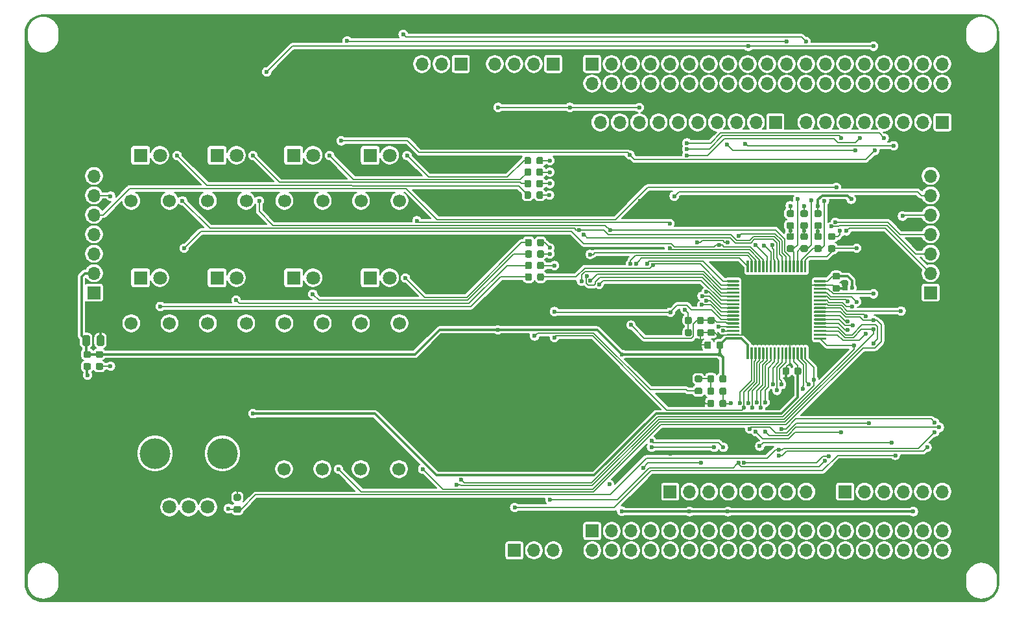
<source format=gtl>
G04 #@! TF.GenerationSoftware,KiCad,Pcbnew,(5.1.5)-3*
G04 #@! TF.CreationDate,2020-01-10T08:04:25+09:00*
G04 #@! TF.ProjectId,NTS-1_CustomPanel,4e54532d-315f-4437-9573-746f6d50616e,C*
G04 #@! TF.SameCoordinates,Original*
G04 #@! TF.FileFunction,Copper,L1,Top*
G04 #@! TF.FilePolarity,Positive*
%FSLAX46Y46*%
G04 Gerber Fmt 4.6, Leading zero omitted, Abs format (unit mm)*
G04 Created by KiCad (PCBNEW (5.1.5)-3) date 2020-01-10 08:04:25*
%MOMM*%
%LPD*%
G04 APERTURE LIST*
%ADD10C,0.100000*%
%ADD11O,1.700000X1.700000*%
%ADD12R,1.700000X1.700000*%
%ADD13C,1.700000*%
%ADD14C,1.800000*%
%ADD15C,4.000000*%
%ADD16R,1.800000X1.800000*%
%ADD17C,0.600000*%
%ADD18C,0.200000*%
%ADD19C,0.300000*%
G04 APERTURE END LIST*
G04 #@! TA.AperFunction,SMDPad,CuDef*
D10*
G36*
X168227691Y-101926053D02*
G01*
X168248926Y-101929203D01*
X168269750Y-101934419D01*
X168289962Y-101941651D01*
X168309368Y-101950830D01*
X168327781Y-101961866D01*
X168345024Y-101974654D01*
X168360930Y-101989070D01*
X168375346Y-102004976D01*
X168388134Y-102022219D01*
X168399170Y-102040632D01*
X168408349Y-102060038D01*
X168415581Y-102080250D01*
X168420797Y-102101074D01*
X168423947Y-102122309D01*
X168425000Y-102143750D01*
X168425000Y-102656250D01*
X168423947Y-102677691D01*
X168420797Y-102698926D01*
X168415581Y-102719750D01*
X168408349Y-102739962D01*
X168399170Y-102759368D01*
X168388134Y-102777781D01*
X168375346Y-102795024D01*
X168360930Y-102810930D01*
X168345024Y-102825346D01*
X168327781Y-102838134D01*
X168309368Y-102849170D01*
X168289962Y-102858349D01*
X168269750Y-102865581D01*
X168248926Y-102870797D01*
X168227691Y-102873947D01*
X168206250Y-102875000D01*
X167768750Y-102875000D01*
X167747309Y-102873947D01*
X167726074Y-102870797D01*
X167705250Y-102865581D01*
X167685038Y-102858349D01*
X167665632Y-102849170D01*
X167647219Y-102838134D01*
X167629976Y-102825346D01*
X167614070Y-102810930D01*
X167599654Y-102795024D01*
X167586866Y-102777781D01*
X167575830Y-102759368D01*
X167566651Y-102739962D01*
X167559419Y-102719750D01*
X167554203Y-102698926D01*
X167551053Y-102677691D01*
X167550000Y-102656250D01*
X167550000Y-102143750D01*
X167551053Y-102122309D01*
X167554203Y-102101074D01*
X167559419Y-102080250D01*
X167566651Y-102060038D01*
X167575830Y-102040632D01*
X167586866Y-102022219D01*
X167599654Y-102004976D01*
X167614070Y-101989070D01*
X167629976Y-101974654D01*
X167647219Y-101961866D01*
X167665632Y-101950830D01*
X167685038Y-101941651D01*
X167705250Y-101934419D01*
X167726074Y-101929203D01*
X167747309Y-101926053D01*
X167768750Y-101925000D01*
X168206250Y-101925000D01*
X168227691Y-101926053D01*
G37*
G04 #@! TD.AperFunction*
G04 #@! TA.AperFunction,SMDPad,CuDef*
G36*
X166652691Y-101926053D02*
G01*
X166673926Y-101929203D01*
X166694750Y-101934419D01*
X166714962Y-101941651D01*
X166734368Y-101950830D01*
X166752781Y-101961866D01*
X166770024Y-101974654D01*
X166785930Y-101989070D01*
X166800346Y-102004976D01*
X166813134Y-102022219D01*
X166824170Y-102040632D01*
X166833349Y-102060038D01*
X166840581Y-102080250D01*
X166845797Y-102101074D01*
X166848947Y-102122309D01*
X166850000Y-102143750D01*
X166850000Y-102656250D01*
X166848947Y-102677691D01*
X166845797Y-102698926D01*
X166840581Y-102719750D01*
X166833349Y-102739962D01*
X166824170Y-102759368D01*
X166813134Y-102777781D01*
X166800346Y-102795024D01*
X166785930Y-102810930D01*
X166770024Y-102825346D01*
X166752781Y-102838134D01*
X166734368Y-102849170D01*
X166714962Y-102858349D01*
X166694750Y-102865581D01*
X166673926Y-102870797D01*
X166652691Y-102873947D01*
X166631250Y-102875000D01*
X166193750Y-102875000D01*
X166172309Y-102873947D01*
X166151074Y-102870797D01*
X166130250Y-102865581D01*
X166110038Y-102858349D01*
X166090632Y-102849170D01*
X166072219Y-102838134D01*
X166054976Y-102825346D01*
X166039070Y-102810930D01*
X166024654Y-102795024D01*
X166011866Y-102777781D01*
X166000830Y-102759368D01*
X165991651Y-102739962D01*
X165984419Y-102719750D01*
X165979203Y-102698926D01*
X165976053Y-102677691D01*
X165975000Y-102656250D01*
X165975000Y-102143750D01*
X165976053Y-102122309D01*
X165979203Y-102101074D01*
X165984419Y-102080250D01*
X165991651Y-102060038D01*
X166000830Y-102040632D01*
X166011866Y-102022219D01*
X166024654Y-102004976D01*
X166039070Y-101989070D01*
X166054976Y-101974654D01*
X166072219Y-101961866D01*
X166090632Y-101950830D01*
X166110038Y-101941651D01*
X166130250Y-101934419D01*
X166151074Y-101929203D01*
X166172309Y-101926053D01*
X166193750Y-101925000D01*
X166631250Y-101925000D01*
X166652691Y-101926053D01*
G37*
G04 #@! TD.AperFunction*
G04 #@! TA.AperFunction,SMDPad,CuDef*
G36*
X168227691Y-103426053D02*
G01*
X168248926Y-103429203D01*
X168269750Y-103434419D01*
X168289962Y-103441651D01*
X168309368Y-103450830D01*
X168327781Y-103461866D01*
X168345024Y-103474654D01*
X168360930Y-103489070D01*
X168375346Y-103504976D01*
X168388134Y-103522219D01*
X168399170Y-103540632D01*
X168408349Y-103560038D01*
X168415581Y-103580250D01*
X168420797Y-103601074D01*
X168423947Y-103622309D01*
X168425000Y-103643750D01*
X168425000Y-104156250D01*
X168423947Y-104177691D01*
X168420797Y-104198926D01*
X168415581Y-104219750D01*
X168408349Y-104239962D01*
X168399170Y-104259368D01*
X168388134Y-104277781D01*
X168375346Y-104295024D01*
X168360930Y-104310930D01*
X168345024Y-104325346D01*
X168327781Y-104338134D01*
X168309368Y-104349170D01*
X168289962Y-104358349D01*
X168269750Y-104365581D01*
X168248926Y-104370797D01*
X168227691Y-104373947D01*
X168206250Y-104375000D01*
X167768750Y-104375000D01*
X167747309Y-104373947D01*
X167726074Y-104370797D01*
X167705250Y-104365581D01*
X167685038Y-104358349D01*
X167665632Y-104349170D01*
X167647219Y-104338134D01*
X167629976Y-104325346D01*
X167614070Y-104310930D01*
X167599654Y-104295024D01*
X167586866Y-104277781D01*
X167575830Y-104259368D01*
X167566651Y-104239962D01*
X167559419Y-104219750D01*
X167554203Y-104198926D01*
X167551053Y-104177691D01*
X167550000Y-104156250D01*
X167550000Y-103643750D01*
X167551053Y-103622309D01*
X167554203Y-103601074D01*
X167559419Y-103580250D01*
X167566651Y-103560038D01*
X167575830Y-103540632D01*
X167586866Y-103522219D01*
X167599654Y-103504976D01*
X167614070Y-103489070D01*
X167629976Y-103474654D01*
X167647219Y-103461866D01*
X167665632Y-103450830D01*
X167685038Y-103441651D01*
X167705250Y-103434419D01*
X167726074Y-103429203D01*
X167747309Y-103426053D01*
X167768750Y-103425000D01*
X168206250Y-103425000D01*
X168227691Y-103426053D01*
G37*
G04 #@! TD.AperFunction*
G04 #@! TA.AperFunction,SMDPad,CuDef*
G36*
X166652691Y-103426053D02*
G01*
X166673926Y-103429203D01*
X166694750Y-103434419D01*
X166714962Y-103441651D01*
X166734368Y-103450830D01*
X166752781Y-103461866D01*
X166770024Y-103474654D01*
X166785930Y-103489070D01*
X166800346Y-103504976D01*
X166813134Y-103522219D01*
X166824170Y-103540632D01*
X166833349Y-103560038D01*
X166840581Y-103580250D01*
X166845797Y-103601074D01*
X166848947Y-103622309D01*
X166850000Y-103643750D01*
X166850000Y-104156250D01*
X166848947Y-104177691D01*
X166845797Y-104198926D01*
X166840581Y-104219750D01*
X166833349Y-104239962D01*
X166824170Y-104259368D01*
X166813134Y-104277781D01*
X166800346Y-104295024D01*
X166785930Y-104310930D01*
X166770024Y-104325346D01*
X166752781Y-104338134D01*
X166734368Y-104349170D01*
X166714962Y-104358349D01*
X166694750Y-104365581D01*
X166673926Y-104370797D01*
X166652691Y-104373947D01*
X166631250Y-104375000D01*
X166193750Y-104375000D01*
X166172309Y-104373947D01*
X166151074Y-104370797D01*
X166130250Y-104365581D01*
X166110038Y-104358349D01*
X166090632Y-104349170D01*
X166072219Y-104338134D01*
X166054976Y-104325346D01*
X166039070Y-104310930D01*
X166024654Y-104295024D01*
X166011866Y-104277781D01*
X166000830Y-104259368D01*
X165991651Y-104239962D01*
X165984419Y-104219750D01*
X165979203Y-104198926D01*
X165976053Y-104177691D01*
X165975000Y-104156250D01*
X165975000Y-103643750D01*
X165976053Y-103622309D01*
X165979203Y-103601074D01*
X165984419Y-103580250D01*
X165991651Y-103560038D01*
X166000830Y-103540632D01*
X166011866Y-103522219D01*
X166024654Y-103504976D01*
X166039070Y-103489070D01*
X166054976Y-103474654D01*
X166072219Y-103461866D01*
X166090632Y-103450830D01*
X166110038Y-103441651D01*
X166130250Y-103434419D01*
X166151074Y-103429203D01*
X166172309Y-103426053D01*
X166193750Y-103425000D01*
X166631250Y-103425000D01*
X166652691Y-103426053D01*
G37*
G04 #@! TD.AperFunction*
G04 #@! TA.AperFunction,SMDPad,CuDef*
G36*
X168227691Y-104926053D02*
G01*
X168248926Y-104929203D01*
X168269750Y-104934419D01*
X168289962Y-104941651D01*
X168309368Y-104950830D01*
X168327781Y-104961866D01*
X168345024Y-104974654D01*
X168360930Y-104989070D01*
X168375346Y-105004976D01*
X168388134Y-105022219D01*
X168399170Y-105040632D01*
X168408349Y-105060038D01*
X168415581Y-105080250D01*
X168420797Y-105101074D01*
X168423947Y-105122309D01*
X168425000Y-105143750D01*
X168425000Y-105656250D01*
X168423947Y-105677691D01*
X168420797Y-105698926D01*
X168415581Y-105719750D01*
X168408349Y-105739962D01*
X168399170Y-105759368D01*
X168388134Y-105777781D01*
X168375346Y-105795024D01*
X168360930Y-105810930D01*
X168345024Y-105825346D01*
X168327781Y-105838134D01*
X168309368Y-105849170D01*
X168289962Y-105858349D01*
X168269750Y-105865581D01*
X168248926Y-105870797D01*
X168227691Y-105873947D01*
X168206250Y-105875000D01*
X167768750Y-105875000D01*
X167747309Y-105873947D01*
X167726074Y-105870797D01*
X167705250Y-105865581D01*
X167685038Y-105858349D01*
X167665632Y-105849170D01*
X167647219Y-105838134D01*
X167629976Y-105825346D01*
X167614070Y-105810930D01*
X167599654Y-105795024D01*
X167586866Y-105777781D01*
X167575830Y-105759368D01*
X167566651Y-105739962D01*
X167559419Y-105719750D01*
X167554203Y-105698926D01*
X167551053Y-105677691D01*
X167550000Y-105656250D01*
X167550000Y-105143750D01*
X167551053Y-105122309D01*
X167554203Y-105101074D01*
X167559419Y-105080250D01*
X167566651Y-105060038D01*
X167575830Y-105040632D01*
X167586866Y-105022219D01*
X167599654Y-105004976D01*
X167614070Y-104989070D01*
X167629976Y-104974654D01*
X167647219Y-104961866D01*
X167665632Y-104950830D01*
X167685038Y-104941651D01*
X167705250Y-104934419D01*
X167726074Y-104929203D01*
X167747309Y-104926053D01*
X167768750Y-104925000D01*
X168206250Y-104925000D01*
X168227691Y-104926053D01*
G37*
G04 #@! TD.AperFunction*
G04 #@! TA.AperFunction,SMDPad,CuDef*
G36*
X166652691Y-104926053D02*
G01*
X166673926Y-104929203D01*
X166694750Y-104934419D01*
X166714962Y-104941651D01*
X166734368Y-104950830D01*
X166752781Y-104961866D01*
X166770024Y-104974654D01*
X166785930Y-104989070D01*
X166800346Y-105004976D01*
X166813134Y-105022219D01*
X166824170Y-105040632D01*
X166833349Y-105060038D01*
X166840581Y-105080250D01*
X166845797Y-105101074D01*
X166848947Y-105122309D01*
X166850000Y-105143750D01*
X166850000Y-105656250D01*
X166848947Y-105677691D01*
X166845797Y-105698926D01*
X166840581Y-105719750D01*
X166833349Y-105739962D01*
X166824170Y-105759368D01*
X166813134Y-105777781D01*
X166800346Y-105795024D01*
X166785930Y-105810930D01*
X166770024Y-105825346D01*
X166752781Y-105838134D01*
X166734368Y-105849170D01*
X166714962Y-105858349D01*
X166694750Y-105865581D01*
X166673926Y-105870797D01*
X166652691Y-105873947D01*
X166631250Y-105875000D01*
X166193750Y-105875000D01*
X166172309Y-105873947D01*
X166151074Y-105870797D01*
X166130250Y-105865581D01*
X166110038Y-105858349D01*
X166090632Y-105849170D01*
X166072219Y-105838134D01*
X166054976Y-105825346D01*
X166039070Y-105810930D01*
X166024654Y-105795024D01*
X166011866Y-105777781D01*
X166000830Y-105759368D01*
X165991651Y-105739962D01*
X165984419Y-105719750D01*
X165979203Y-105698926D01*
X165976053Y-105677691D01*
X165975000Y-105656250D01*
X165975000Y-105143750D01*
X165976053Y-105122309D01*
X165979203Y-105101074D01*
X165984419Y-105080250D01*
X165991651Y-105060038D01*
X166000830Y-105040632D01*
X166011866Y-105022219D01*
X166024654Y-105004976D01*
X166039070Y-104989070D01*
X166054976Y-104974654D01*
X166072219Y-104961866D01*
X166090632Y-104950830D01*
X166110038Y-104941651D01*
X166130250Y-104934419D01*
X166151074Y-104929203D01*
X166172309Y-104926053D01*
X166193750Y-104925000D01*
X166631250Y-104925000D01*
X166652691Y-104926053D01*
G37*
G04 #@! TD.AperFunction*
G04 #@! TA.AperFunction,SMDPad,CuDef*
G36*
X168227691Y-106426053D02*
G01*
X168248926Y-106429203D01*
X168269750Y-106434419D01*
X168289962Y-106441651D01*
X168309368Y-106450830D01*
X168327781Y-106461866D01*
X168345024Y-106474654D01*
X168360930Y-106489070D01*
X168375346Y-106504976D01*
X168388134Y-106522219D01*
X168399170Y-106540632D01*
X168408349Y-106560038D01*
X168415581Y-106580250D01*
X168420797Y-106601074D01*
X168423947Y-106622309D01*
X168425000Y-106643750D01*
X168425000Y-107156250D01*
X168423947Y-107177691D01*
X168420797Y-107198926D01*
X168415581Y-107219750D01*
X168408349Y-107239962D01*
X168399170Y-107259368D01*
X168388134Y-107277781D01*
X168375346Y-107295024D01*
X168360930Y-107310930D01*
X168345024Y-107325346D01*
X168327781Y-107338134D01*
X168309368Y-107349170D01*
X168289962Y-107358349D01*
X168269750Y-107365581D01*
X168248926Y-107370797D01*
X168227691Y-107373947D01*
X168206250Y-107375000D01*
X167768750Y-107375000D01*
X167747309Y-107373947D01*
X167726074Y-107370797D01*
X167705250Y-107365581D01*
X167685038Y-107358349D01*
X167665632Y-107349170D01*
X167647219Y-107338134D01*
X167629976Y-107325346D01*
X167614070Y-107310930D01*
X167599654Y-107295024D01*
X167586866Y-107277781D01*
X167575830Y-107259368D01*
X167566651Y-107239962D01*
X167559419Y-107219750D01*
X167554203Y-107198926D01*
X167551053Y-107177691D01*
X167550000Y-107156250D01*
X167550000Y-106643750D01*
X167551053Y-106622309D01*
X167554203Y-106601074D01*
X167559419Y-106580250D01*
X167566651Y-106560038D01*
X167575830Y-106540632D01*
X167586866Y-106522219D01*
X167599654Y-106504976D01*
X167614070Y-106489070D01*
X167629976Y-106474654D01*
X167647219Y-106461866D01*
X167665632Y-106450830D01*
X167685038Y-106441651D01*
X167705250Y-106434419D01*
X167726074Y-106429203D01*
X167747309Y-106426053D01*
X167768750Y-106425000D01*
X168206250Y-106425000D01*
X168227691Y-106426053D01*
G37*
G04 #@! TD.AperFunction*
G04 #@! TA.AperFunction,SMDPad,CuDef*
G36*
X166652691Y-106426053D02*
G01*
X166673926Y-106429203D01*
X166694750Y-106434419D01*
X166714962Y-106441651D01*
X166734368Y-106450830D01*
X166752781Y-106461866D01*
X166770024Y-106474654D01*
X166785930Y-106489070D01*
X166800346Y-106504976D01*
X166813134Y-106522219D01*
X166824170Y-106540632D01*
X166833349Y-106560038D01*
X166840581Y-106580250D01*
X166845797Y-106601074D01*
X166848947Y-106622309D01*
X166850000Y-106643750D01*
X166850000Y-107156250D01*
X166848947Y-107177691D01*
X166845797Y-107198926D01*
X166840581Y-107219750D01*
X166833349Y-107239962D01*
X166824170Y-107259368D01*
X166813134Y-107277781D01*
X166800346Y-107295024D01*
X166785930Y-107310930D01*
X166770024Y-107325346D01*
X166752781Y-107338134D01*
X166734368Y-107349170D01*
X166714962Y-107358349D01*
X166694750Y-107365581D01*
X166673926Y-107370797D01*
X166652691Y-107373947D01*
X166631250Y-107375000D01*
X166193750Y-107375000D01*
X166172309Y-107373947D01*
X166151074Y-107370797D01*
X166130250Y-107365581D01*
X166110038Y-107358349D01*
X166090632Y-107349170D01*
X166072219Y-107338134D01*
X166054976Y-107325346D01*
X166039070Y-107310930D01*
X166024654Y-107295024D01*
X166011866Y-107277781D01*
X166000830Y-107259368D01*
X165991651Y-107239962D01*
X165984419Y-107219750D01*
X165979203Y-107198926D01*
X165976053Y-107177691D01*
X165975000Y-107156250D01*
X165975000Y-106643750D01*
X165976053Y-106622309D01*
X165979203Y-106601074D01*
X165984419Y-106580250D01*
X165991651Y-106560038D01*
X166000830Y-106540632D01*
X166011866Y-106522219D01*
X166024654Y-106504976D01*
X166039070Y-106489070D01*
X166054976Y-106474654D01*
X166072219Y-106461866D01*
X166090632Y-106450830D01*
X166110038Y-106441651D01*
X166130250Y-106434419D01*
X166151074Y-106429203D01*
X166172309Y-106426053D01*
X166193750Y-106425000D01*
X166631250Y-106425000D01*
X166652691Y-106426053D01*
G37*
G04 #@! TD.AperFunction*
G04 #@! TA.AperFunction,SMDPad,CuDef*
G36*
X168127691Y-91226053D02*
G01*
X168148926Y-91229203D01*
X168169750Y-91234419D01*
X168189962Y-91241651D01*
X168209368Y-91250830D01*
X168227781Y-91261866D01*
X168245024Y-91274654D01*
X168260930Y-91289070D01*
X168275346Y-91304976D01*
X168288134Y-91322219D01*
X168299170Y-91340632D01*
X168308349Y-91360038D01*
X168315581Y-91380250D01*
X168320797Y-91401074D01*
X168323947Y-91422309D01*
X168325000Y-91443750D01*
X168325000Y-91956250D01*
X168323947Y-91977691D01*
X168320797Y-91998926D01*
X168315581Y-92019750D01*
X168308349Y-92039962D01*
X168299170Y-92059368D01*
X168288134Y-92077781D01*
X168275346Y-92095024D01*
X168260930Y-92110930D01*
X168245024Y-92125346D01*
X168227781Y-92138134D01*
X168209368Y-92149170D01*
X168189962Y-92158349D01*
X168169750Y-92165581D01*
X168148926Y-92170797D01*
X168127691Y-92173947D01*
X168106250Y-92175000D01*
X167668750Y-92175000D01*
X167647309Y-92173947D01*
X167626074Y-92170797D01*
X167605250Y-92165581D01*
X167585038Y-92158349D01*
X167565632Y-92149170D01*
X167547219Y-92138134D01*
X167529976Y-92125346D01*
X167514070Y-92110930D01*
X167499654Y-92095024D01*
X167486866Y-92077781D01*
X167475830Y-92059368D01*
X167466651Y-92039962D01*
X167459419Y-92019750D01*
X167454203Y-91998926D01*
X167451053Y-91977691D01*
X167450000Y-91956250D01*
X167450000Y-91443750D01*
X167451053Y-91422309D01*
X167454203Y-91401074D01*
X167459419Y-91380250D01*
X167466651Y-91360038D01*
X167475830Y-91340632D01*
X167486866Y-91322219D01*
X167499654Y-91304976D01*
X167514070Y-91289070D01*
X167529976Y-91274654D01*
X167547219Y-91261866D01*
X167565632Y-91250830D01*
X167585038Y-91241651D01*
X167605250Y-91234419D01*
X167626074Y-91229203D01*
X167647309Y-91226053D01*
X167668750Y-91225000D01*
X168106250Y-91225000D01*
X168127691Y-91226053D01*
G37*
G04 #@! TD.AperFunction*
G04 #@! TA.AperFunction,SMDPad,CuDef*
G36*
X166552691Y-91226053D02*
G01*
X166573926Y-91229203D01*
X166594750Y-91234419D01*
X166614962Y-91241651D01*
X166634368Y-91250830D01*
X166652781Y-91261866D01*
X166670024Y-91274654D01*
X166685930Y-91289070D01*
X166700346Y-91304976D01*
X166713134Y-91322219D01*
X166724170Y-91340632D01*
X166733349Y-91360038D01*
X166740581Y-91380250D01*
X166745797Y-91401074D01*
X166748947Y-91422309D01*
X166750000Y-91443750D01*
X166750000Y-91956250D01*
X166748947Y-91977691D01*
X166745797Y-91998926D01*
X166740581Y-92019750D01*
X166733349Y-92039962D01*
X166724170Y-92059368D01*
X166713134Y-92077781D01*
X166700346Y-92095024D01*
X166685930Y-92110930D01*
X166670024Y-92125346D01*
X166652781Y-92138134D01*
X166634368Y-92149170D01*
X166614962Y-92158349D01*
X166594750Y-92165581D01*
X166573926Y-92170797D01*
X166552691Y-92173947D01*
X166531250Y-92175000D01*
X166093750Y-92175000D01*
X166072309Y-92173947D01*
X166051074Y-92170797D01*
X166030250Y-92165581D01*
X166010038Y-92158349D01*
X165990632Y-92149170D01*
X165972219Y-92138134D01*
X165954976Y-92125346D01*
X165939070Y-92110930D01*
X165924654Y-92095024D01*
X165911866Y-92077781D01*
X165900830Y-92059368D01*
X165891651Y-92039962D01*
X165884419Y-92019750D01*
X165879203Y-91998926D01*
X165876053Y-91977691D01*
X165875000Y-91956250D01*
X165875000Y-91443750D01*
X165876053Y-91422309D01*
X165879203Y-91401074D01*
X165884419Y-91380250D01*
X165891651Y-91360038D01*
X165900830Y-91340632D01*
X165911866Y-91322219D01*
X165924654Y-91304976D01*
X165939070Y-91289070D01*
X165954976Y-91274654D01*
X165972219Y-91261866D01*
X165990632Y-91250830D01*
X166010038Y-91241651D01*
X166030250Y-91234419D01*
X166051074Y-91229203D01*
X166072309Y-91226053D01*
X166093750Y-91225000D01*
X166531250Y-91225000D01*
X166552691Y-91226053D01*
G37*
G04 #@! TD.AperFunction*
G04 #@! TA.AperFunction,SMDPad,CuDef*
G36*
X168127691Y-92726053D02*
G01*
X168148926Y-92729203D01*
X168169750Y-92734419D01*
X168189962Y-92741651D01*
X168209368Y-92750830D01*
X168227781Y-92761866D01*
X168245024Y-92774654D01*
X168260930Y-92789070D01*
X168275346Y-92804976D01*
X168288134Y-92822219D01*
X168299170Y-92840632D01*
X168308349Y-92860038D01*
X168315581Y-92880250D01*
X168320797Y-92901074D01*
X168323947Y-92922309D01*
X168325000Y-92943750D01*
X168325000Y-93456250D01*
X168323947Y-93477691D01*
X168320797Y-93498926D01*
X168315581Y-93519750D01*
X168308349Y-93539962D01*
X168299170Y-93559368D01*
X168288134Y-93577781D01*
X168275346Y-93595024D01*
X168260930Y-93610930D01*
X168245024Y-93625346D01*
X168227781Y-93638134D01*
X168209368Y-93649170D01*
X168189962Y-93658349D01*
X168169750Y-93665581D01*
X168148926Y-93670797D01*
X168127691Y-93673947D01*
X168106250Y-93675000D01*
X167668750Y-93675000D01*
X167647309Y-93673947D01*
X167626074Y-93670797D01*
X167605250Y-93665581D01*
X167585038Y-93658349D01*
X167565632Y-93649170D01*
X167547219Y-93638134D01*
X167529976Y-93625346D01*
X167514070Y-93610930D01*
X167499654Y-93595024D01*
X167486866Y-93577781D01*
X167475830Y-93559368D01*
X167466651Y-93539962D01*
X167459419Y-93519750D01*
X167454203Y-93498926D01*
X167451053Y-93477691D01*
X167450000Y-93456250D01*
X167450000Y-92943750D01*
X167451053Y-92922309D01*
X167454203Y-92901074D01*
X167459419Y-92880250D01*
X167466651Y-92860038D01*
X167475830Y-92840632D01*
X167486866Y-92822219D01*
X167499654Y-92804976D01*
X167514070Y-92789070D01*
X167529976Y-92774654D01*
X167547219Y-92761866D01*
X167565632Y-92750830D01*
X167585038Y-92741651D01*
X167605250Y-92734419D01*
X167626074Y-92729203D01*
X167647309Y-92726053D01*
X167668750Y-92725000D01*
X168106250Y-92725000D01*
X168127691Y-92726053D01*
G37*
G04 #@! TD.AperFunction*
G04 #@! TA.AperFunction,SMDPad,CuDef*
G36*
X166552691Y-92726053D02*
G01*
X166573926Y-92729203D01*
X166594750Y-92734419D01*
X166614962Y-92741651D01*
X166634368Y-92750830D01*
X166652781Y-92761866D01*
X166670024Y-92774654D01*
X166685930Y-92789070D01*
X166700346Y-92804976D01*
X166713134Y-92822219D01*
X166724170Y-92840632D01*
X166733349Y-92860038D01*
X166740581Y-92880250D01*
X166745797Y-92901074D01*
X166748947Y-92922309D01*
X166750000Y-92943750D01*
X166750000Y-93456250D01*
X166748947Y-93477691D01*
X166745797Y-93498926D01*
X166740581Y-93519750D01*
X166733349Y-93539962D01*
X166724170Y-93559368D01*
X166713134Y-93577781D01*
X166700346Y-93595024D01*
X166685930Y-93610930D01*
X166670024Y-93625346D01*
X166652781Y-93638134D01*
X166634368Y-93649170D01*
X166614962Y-93658349D01*
X166594750Y-93665581D01*
X166573926Y-93670797D01*
X166552691Y-93673947D01*
X166531250Y-93675000D01*
X166093750Y-93675000D01*
X166072309Y-93673947D01*
X166051074Y-93670797D01*
X166030250Y-93665581D01*
X166010038Y-93658349D01*
X165990632Y-93649170D01*
X165972219Y-93638134D01*
X165954976Y-93625346D01*
X165939070Y-93610930D01*
X165924654Y-93595024D01*
X165911866Y-93577781D01*
X165900830Y-93559368D01*
X165891651Y-93539962D01*
X165884419Y-93519750D01*
X165879203Y-93498926D01*
X165876053Y-93477691D01*
X165875000Y-93456250D01*
X165875000Y-92943750D01*
X165876053Y-92922309D01*
X165879203Y-92901074D01*
X165884419Y-92880250D01*
X165891651Y-92860038D01*
X165900830Y-92840632D01*
X165911866Y-92822219D01*
X165924654Y-92804976D01*
X165939070Y-92789070D01*
X165954976Y-92774654D01*
X165972219Y-92761866D01*
X165990632Y-92750830D01*
X166010038Y-92741651D01*
X166030250Y-92734419D01*
X166051074Y-92729203D01*
X166072309Y-92726053D01*
X166093750Y-92725000D01*
X166531250Y-92725000D01*
X166552691Y-92726053D01*
G37*
G04 #@! TD.AperFunction*
G04 #@! TA.AperFunction,SMDPad,CuDef*
G36*
X168127691Y-94226053D02*
G01*
X168148926Y-94229203D01*
X168169750Y-94234419D01*
X168189962Y-94241651D01*
X168209368Y-94250830D01*
X168227781Y-94261866D01*
X168245024Y-94274654D01*
X168260930Y-94289070D01*
X168275346Y-94304976D01*
X168288134Y-94322219D01*
X168299170Y-94340632D01*
X168308349Y-94360038D01*
X168315581Y-94380250D01*
X168320797Y-94401074D01*
X168323947Y-94422309D01*
X168325000Y-94443750D01*
X168325000Y-94956250D01*
X168323947Y-94977691D01*
X168320797Y-94998926D01*
X168315581Y-95019750D01*
X168308349Y-95039962D01*
X168299170Y-95059368D01*
X168288134Y-95077781D01*
X168275346Y-95095024D01*
X168260930Y-95110930D01*
X168245024Y-95125346D01*
X168227781Y-95138134D01*
X168209368Y-95149170D01*
X168189962Y-95158349D01*
X168169750Y-95165581D01*
X168148926Y-95170797D01*
X168127691Y-95173947D01*
X168106250Y-95175000D01*
X167668750Y-95175000D01*
X167647309Y-95173947D01*
X167626074Y-95170797D01*
X167605250Y-95165581D01*
X167585038Y-95158349D01*
X167565632Y-95149170D01*
X167547219Y-95138134D01*
X167529976Y-95125346D01*
X167514070Y-95110930D01*
X167499654Y-95095024D01*
X167486866Y-95077781D01*
X167475830Y-95059368D01*
X167466651Y-95039962D01*
X167459419Y-95019750D01*
X167454203Y-94998926D01*
X167451053Y-94977691D01*
X167450000Y-94956250D01*
X167450000Y-94443750D01*
X167451053Y-94422309D01*
X167454203Y-94401074D01*
X167459419Y-94380250D01*
X167466651Y-94360038D01*
X167475830Y-94340632D01*
X167486866Y-94322219D01*
X167499654Y-94304976D01*
X167514070Y-94289070D01*
X167529976Y-94274654D01*
X167547219Y-94261866D01*
X167565632Y-94250830D01*
X167585038Y-94241651D01*
X167605250Y-94234419D01*
X167626074Y-94229203D01*
X167647309Y-94226053D01*
X167668750Y-94225000D01*
X168106250Y-94225000D01*
X168127691Y-94226053D01*
G37*
G04 #@! TD.AperFunction*
G04 #@! TA.AperFunction,SMDPad,CuDef*
G36*
X166552691Y-94226053D02*
G01*
X166573926Y-94229203D01*
X166594750Y-94234419D01*
X166614962Y-94241651D01*
X166634368Y-94250830D01*
X166652781Y-94261866D01*
X166670024Y-94274654D01*
X166685930Y-94289070D01*
X166700346Y-94304976D01*
X166713134Y-94322219D01*
X166724170Y-94340632D01*
X166733349Y-94360038D01*
X166740581Y-94380250D01*
X166745797Y-94401074D01*
X166748947Y-94422309D01*
X166750000Y-94443750D01*
X166750000Y-94956250D01*
X166748947Y-94977691D01*
X166745797Y-94998926D01*
X166740581Y-95019750D01*
X166733349Y-95039962D01*
X166724170Y-95059368D01*
X166713134Y-95077781D01*
X166700346Y-95095024D01*
X166685930Y-95110930D01*
X166670024Y-95125346D01*
X166652781Y-95138134D01*
X166634368Y-95149170D01*
X166614962Y-95158349D01*
X166594750Y-95165581D01*
X166573926Y-95170797D01*
X166552691Y-95173947D01*
X166531250Y-95175000D01*
X166093750Y-95175000D01*
X166072309Y-95173947D01*
X166051074Y-95170797D01*
X166030250Y-95165581D01*
X166010038Y-95158349D01*
X165990632Y-95149170D01*
X165972219Y-95138134D01*
X165954976Y-95125346D01*
X165939070Y-95110930D01*
X165924654Y-95095024D01*
X165911866Y-95077781D01*
X165900830Y-95059368D01*
X165891651Y-95039962D01*
X165884419Y-95019750D01*
X165879203Y-94998926D01*
X165876053Y-94977691D01*
X165875000Y-94956250D01*
X165875000Y-94443750D01*
X165876053Y-94422309D01*
X165879203Y-94401074D01*
X165884419Y-94380250D01*
X165891651Y-94360038D01*
X165900830Y-94340632D01*
X165911866Y-94322219D01*
X165924654Y-94304976D01*
X165939070Y-94289070D01*
X165954976Y-94274654D01*
X165972219Y-94261866D01*
X165990632Y-94250830D01*
X166010038Y-94241651D01*
X166030250Y-94234419D01*
X166051074Y-94229203D01*
X166072309Y-94226053D01*
X166093750Y-94225000D01*
X166531250Y-94225000D01*
X166552691Y-94226053D01*
G37*
G04 #@! TD.AperFunction*
G04 #@! TA.AperFunction,SMDPad,CuDef*
G36*
X168127691Y-95726053D02*
G01*
X168148926Y-95729203D01*
X168169750Y-95734419D01*
X168189962Y-95741651D01*
X168209368Y-95750830D01*
X168227781Y-95761866D01*
X168245024Y-95774654D01*
X168260930Y-95789070D01*
X168275346Y-95804976D01*
X168288134Y-95822219D01*
X168299170Y-95840632D01*
X168308349Y-95860038D01*
X168315581Y-95880250D01*
X168320797Y-95901074D01*
X168323947Y-95922309D01*
X168325000Y-95943750D01*
X168325000Y-96456250D01*
X168323947Y-96477691D01*
X168320797Y-96498926D01*
X168315581Y-96519750D01*
X168308349Y-96539962D01*
X168299170Y-96559368D01*
X168288134Y-96577781D01*
X168275346Y-96595024D01*
X168260930Y-96610930D01*
X168245024Y-96625346D01*
X168227781Y-96638134D01*
X168209368Y-96649170D01*
X168189962Y-96658349D01*
X168169750Y-96665581D01*
X168148926Y-96670797D01*
X168127691Y-96673947D01*
X168106250Y-96675000D01*
X167668750Y-96675000D01*
X167647309Y-96673947D01*
X167626074Y-96670797D01*
X167605250Y-96665581D01*
X167585038Y-96658349D01*
X167565632Y-96649170D01*
X167547219Y-96638134D01*
X167529976Y-96625346D01*
X167514070Y-96610930D01*
X167499654Y-96595024D01*
X167486866Y-96577781D01*
X167475830Y-96559368D01*
X167466651Y-96539962D01*
X167459419Y-96519750D01*
X167454203Y-96498926D01*
X167451053Y-96477691D01*
X167450000Y-96456250D01*
X167450000Y-95943750D01*
X167451053Y-95922309D01*
X167454203Y-95901074D01*
X167459419Y-95880250D01*
X167466651Y-95860038D01*
X167475830Y-95840632D01*
X167486866Y-95822219D01*
X167499654Y-95804976D01*
X167514070Y-95789070D01*
X167529976Y-95774654D01*
X167547219Y-95761866D01*
X167565632Y-95750830D01*
X167585038Y-95741651D01*
X167605250Y-95734419D01*
X167626074Y-95729203D01*
X167647309Y-95726053D01*
X167668750Y-95725000D01*
X168106250Y-95725000D01*
X168127691Y-95726053D01*
G37*
G04 #@! TD.AperFunction*
G04 #@! TA.AperFunction,SMDPad,CuDef*
G36*
X166552691Y-95726053D02*
G01*
X166573926Y-95729203D01*
X166594750Y-95734419D01*
X166614962Y-95741651D01*
X166634368Y-95750830D01*
X166652781Y-95761866D01*
X166670024Y-95774654D01*
X166685930Y-95789070D01*
X166700346Y-95804976D01*
X166713134Y-95822219D01*
X166724170Y-95840632D01*
X166733349Y-95860038D01*
X166740581Y-95880250D01*
X166745797Y-95901074D01*
X166748947Y-95922309D01*
X166750000Y-95943750D01*
X166750000Y-96456250D01*
X166748947Y-96477691D01*
X166745797Y-96498926D01*
X166740581Y-96519750D01*
X166733349Y-96539962D01*
X166724170Y-96559368D01*
X166713134Y-96577781D01*
X166700346Y-96595024D01*
X166685930Y-96610930D01*
X166670024Y-96625346D01*
X166652781Y-96638134D01*
X166634368Y-96649170D01*
X166614962Y-96658349D01*
X166594750Y-96665581D01*
X166573926Y-96670797D01*
X166552691Y-96673947D01*
X166531250Y-96675000D01*
X166093750Y-96675000D01*
X166072309Y-96673947D01*
X166051074Y-96670797D01*
X166030250Y-96665581D01*
X166010038Y-96658349D01*
X165990632Y-96649170D01*
X165972219Y-96638134D01*
X165954976Y-96625346D01*
X165939070Y-96610930D01*
X165924654Y-96595024D01*
X165911866Y-96577781D01*
X165900830Y-96559368D01*
X165891651Y-96539962D01*
X165884419Y-96519750D01*
X165879203Y-96498926D01*
X165876053Y-96477691D01*
X165875000Y-96456250D01*
X165875000Y-95943750D01*
X165876053Y-95922309D01*
X165879203Y-95901074D01*
X165884419Y-95880250D01*
X165891651Y-95860038D01*
X165900830Y-95840632D01*
X165911866Y-95822219D01*
X165924654Y-95804976D01*
X165939070Y-95789070D01*
X165954976Y-95774654D01*
X165972219Y-95761866D01*
X165990632Y-95750830D01*
X166010038Y-95741651D01*
X166030250Y-95734419D01*
X166051074Y-95729203D01*
X166072309Y-95726053D01*
X166093750Y-95725000D01*
X166531250Y-95725000D01*
X166552691Y-95726053D01*
G37*
G04 #@! TD.AperFunction*
D11*
X220450000Y-134950000D03*
X217910000Y-134950000D03*
X215370000Y-134950000D03*
X212830000Y-134950000D03*
X210290000Y-134950000D03*
D12*
X207750000Y-134950000D03*
D11*
X169660000Y-142620000D03*
X167120000Y-142620000D03*
D12*
X164580000Y-142620000D03*
D11*
X162020000Y-79080000D03*
X164560000Y-79080000D03*
X167100000Y-79080000D03*
D12*
X169640000Y-79080000D03*
D13*
X134499480Y-131999990D03*
X139499480Y-131999990D03*
X144499480Y-131999990D03*
X149499480Y-131999990D03*
D11*
X220440000Y-81620000D03*
X220440000Y-79080000D03*
X217900000Y-81620000D03*
X217900000Y-79080000D03*
X215360000Y-81620000D03*
X215360000Y-79080000D03*
X212820000Y-81620000D03*
X212820000Y-79080000D03*
X210280000Y-81620000D03*
X210280000Y-79080000D03*
X207740000Y-81620000D03*
X207740000Y-79080000D03*
X205200000Y-81620000D03*
X205200000Y-79080000D03*
X202660000Y-81620000D03*
X202660000Y-79080000D03*
X200120000Y-81620000D03*
X200120000Y-79080000D03*
X197580000Y-81620000D03*
X197580000Y-79080000D03*
X195040000Y-81620000D03*
X195040000Y-79080000D03*
X192500000Y-81620000D03*
X192500000Y-79080000D03*
X189960000Y-81620000D03*
X189960000Y-79080000D03*
X187420000Y-81620000D03*
X187420000Y-79080000D03*
X184880000Y-81620000D03*
X184880000Y-79080000D03*
X182340000Y-81620000D03*
X182340000Y-79080000D03*
X179800000Y-81620000D03*
X179800000Y-79080000D03*
X177260000Y-81620000D03*
X177260000Y-79080000D03*
X174720000Y-81620000D03*
D12*
X174720000Y-79080000D03*
D13*
X114550000Y-112950000D03*
X119550000Y-112950000D03*
G04 #@! TA.AperFunction,SMDPad,CuDef*
D10*
G36*
X108929622Y-114501154D02*
G01*
X108953283Y-114504664D01*
X108976487Y-114510476D01*
X108999009Y-114518534D01*
X109020633Y-114528762D01*
X109041150Y-114541059D01*
X109060363Y-114555309D01*
X109078087Y-114571373D01*
X109094151Y-114589097D01*
X109108401Y-114608310D01*
X109120698Y-114628827D01*
X109130926Y-114650451D01*
X109138984Y-114672973D01*
X109144796Y-114696177D01*
X109148306Y-114719838D01*
X109149480Y-114743730D01*
X109149480Y-115656230D01*
X109148306Y-115680122D01*
X109144796Y-115703783D01*
X109138984Y-115726987D01*
X109130926Y-115749509D01*
X109120698Y-115771133D01*
X109108401Y-115791650D01*
X109094151Y-115810863D01*
X109078087Y-115828587D01*
X109060363Y-115844651D01*
X109041150Y-115858901D01*
X109020633Y-115871198D01*
X108999009Y-115881426D01*
X108976487Y-115889484D01*
X108953283Y-115895296D01*
X108929622Y-115898806D01*
X108905730Y-115899980D01*
X108418230Y-115899980D01*
X108394338Y-115898806D01*
X108370677Y-115895296D01*
X108347473Y-115889484D01*
X108324951Y-115881426D01*
X108303327Y-115871198D01*
X108282810Y-115858901D01*
X108263597Y-115844651D01*
X108245873Y-115828587D01*
X108229809Y-115810863D01*
X108215559Y-115791650D01*
X108203262Y-115771133D01*
X108193034Y-115749509D01*
X108184976Y-115726987D01*
X108179164Y-115703783D01*
X108175654Y-115680122D01*
X108174480Y-115656230D01*
X108174480Y-114743730D01*
X108175654Y-114719838D01*
X108179164Y-114696177D01*
X108184976Y-114672973D01*
X108193034Y-114650451D01*
X108203262Y-114628827D01*
X108215559Y-114608310D01*
X108229809Y-114589097D01*
X108245873Y-114571373D01*
X108263597Y-114555309D01*
X108282810Y-114541059D01*
X108303327Y-114528762D01*
X108324951Y-114518534D01*
X108347473Y-114510476D01*
X108370677Y-114504664D01*
X108394338Y-114501154D01*
X108418230Y-114499980D01*
X108905730Y-114499980D01*
X108929622Y-114501154D01*
G37*
G04 #@! TD.AperFunction*
G04 #@! TA.AperFunction,SMDPad,CuDef*
G36*
X110804622Y-114501154D02*
G01*
X110828283Y-114504664D01*
X110851487Y-114510476D01*
X110874009Y-114518534D01*
X110895633Y-114528762D01*
X110916150Y-114541059D01*
X110935363Y-114555309D01*
X110953087Y-114571373D01*
X110969151Y-114589097D01*
X110983401Y-114608310D01*
X110995698Y-114628827D01*
X111005926Y-114650451D01*
X111013984Y-114672973D01*
X111019796Y-114696177D01*
X111023306Y-114719838D01*
X111024480Y-114743730D01*
X111024480Y-115656230D01*
X111023306Y-115680122D01*
X111019796Y-115703783D01*
X111013984Y-115726987D01*
X111005926Y-115749509D01*
X110995698Y-115771133D01*
X110983401Y-115791650D01*
X110969151Y-115810863D01*
X110953087Y-115828587D01*
X110935363Y-115844651D01*
X110916150Y-115858901D01*
X110895633Y-115871198D01*
X110874009Y-115881426D01*
X110851487Y-115889484D01*
X110828283Y-115895296D01*
X110804622Y-115898806D01*
X110780730Y-115899980D01*
X110293230Y-115899980D01*
X110269338Y-115898806D01*
X110245677Y-115895296D01*
X110222473Y-115889484D01*
X110199951Y-115881426D01*
X110178327Y-115871198D01*
X110157810Y-115858901D01*
X110138597Y-115844651D01*
X110120873Y-115828587D01*
X110104809Y-115810863D01*
X110090559Y-115791650D01*
X110078262Y-115771133D01*
X110068034Y-115749509D01*
X110059976Y-115726987D01*
X110054164Y-115703783D01*
X110050654Y-115680122D01*
X110049480Y-115656230D01*
X110049480Y-114743730D01*
X110050654Y-114719838D01*
X110054164Y-114696177D01*
X110059976Y-114672973D01*
X110068034Y-114650451D01*
X110078262Y-114628827D01*
X110090559Y-114608310D01*
X110104809Y-114589097D01*
X110120873Y-114571373D01*
X110138597Y-114555309D01*
X110157810Y-114541059D01*
X110178327Y-114528762D01*
X110199951Y-114518534D01*
X110222473Y-114510476D01*
X110245677Y-114504664D01*
X110269338Y-114501154D01*
X110293230Y-114499980D01*
X110780730Y-114499980D01*
X110804622Y-114501154D01*
G37*
G04 #@! TD.AperFunction*
G04 #@! TA.AperFunction,SMDPad,CuDef*
G36*
X109077171Y-116576033D02*
G01*
X109098406Y-116579183D01*
X109119230Y-116584399D01*
X109139442Y-116591631D01*
X109158848Y-116600810D01*
X109177261Y-116611846D01*
X109194504Y-116624634D01*
X109210410Y-116639050D01*
X109224826Y-116654956D01*
X109237614Y-116672199D01*
X109248650Y-116690612D01*
X109257829Y-116710018D01*
X109265061Y-116730230D01*
X109270277Y-116751054D01*
X109273427Y-116772289D01*
X109274480Y-116793730D01*
X109274480Y-117231230D01*
X109273427Y-117252671D01*
X109270277Y-117273906D01*
X109265061Y-117294730D01*
X109257829Y-117314942D01*
X109248650Y-117334348D01*
X109237614Y-117352761D01*
X109224826Y-117370004D01*
X109210410Y-117385910D01*
X109194504Y-117400326D01*
X109177261Y-117413114D01*
X109158848Y-117424150D01*
X109139442Y-117433329D01*
X109119230Y-117440561D01*
X109098406Y-117445777D01*
X109077171Y-117448927D01*
X109055730Y-117449980D01*
X108543230Y-117449980D01*
X108521789Y-117448927D01*
X108500554Y-117445777D01*
X108479730Y-117440561D01*
X108459518Y-117433329D01*
X108440112Y-117424150D01*
X108421699Y-117413114D01*
X108404456Y-117400326D01*
X108388550Y-117385910D01*
X108374134Y-117370004D01*
X108361346Y-117352761D01*
X108350310Y-117334348D01*
X108341131Y-117314942D01*
X108333899Y-117294730D01*
X108328683Y-117273906D01*
X108325533Y-117252671D01*
X108324480Y-117231230D01*
X108324480Y-116793730D01*
X108325533Y-116772289D01*
X108328683Y-116751054D01*
X108333899Y-116730230D01*
X108341131Y-116710018D01*
X108350310Y-116690612D01*
X108361346Y-116672199D01*
X108374134Y-116654956D01*
X108388550Y-116639050D01*
X108404456Y-116624634D01*
X108421699Y-116611846D01*
X108440112Y-116600810D01*
X108459518Y-116591631D01*
X108479730Y-116584399D01*
X108500554Y-116579183D01*
X108521789Y-116576033D01*
X108543230Y-116574980D01*
X109055730Y-116574980D01*
X109077171Y-116576033D01*
G37*
G04 #@! TD.AperFunction*
G04 #@! TA.AperFunction,SMDPad,CuDef*
G36*
X109077171Y-118151033D02*
G01*
X109098406Y-118154183D01*
X109119230Y-118159399D01*
X109139442Y-118166631D01*
X109158848Y-118175810D01*
X109177261Y-118186846D01*
X109194504Y-118199634D01*
X109210410Y-118214050D01*
X109224826Y-118229956D01*
X109237614Y-118247199D01*
X109248650Y-118265612D01*
X109257829Y-118285018D01*
X109265061Y-118305230D01*
X109270277Y-118326054D01*
X109273427Y-118347289D01*
X109274480Y-118368730D01*
X109274480Y-118806230D01*
X109273427Y-118827671D01*
X109270277Y-118848906D01*
X109265061Y-118869730D01*
X109257829Y-118889942D01*
X109248650Y-118909348D01*
X109237614Y-118927761D01*
X109224826Y-118945004D01*
X109210410Y-118960910D01*
X109194504Y-118975326D01*
X109177261Y-118988114D01*
X109158848Y-118999150D01*
X109139442Y-119008329D01*
X109119230Y-119015561D01*
X109098406Y-119020777D01*
X109077171Y-119023927D01*
X109055730Y-119024980D01*
X108543230Y-119024980D01*
X108521789Y-119023927D01*
X108500554Y-119020777D01*
X108479730Y-119015561D01*
X108459518Y-119008329D01*
X108440112Y-118999150D01*
X108421699Y-118988114D01*
X108404456Y-118975326D01*
X108388550Y-118960910D01*
X108374134Y-118945004D01*
X108361346Y-118927761D01*
X108350310Y-118909348D01*
X108341131Y-118889942D01*
X108333899Y-118869730D01*
X108328683Y-118848906D01*
X108325533Y-118827671D01*
X108324480Y-118806230D01*
X108324480Y-118368730D01*
X108325533Y-118347289D01*
X108328683Y-118326054D01*
X108333899Y-118305230D01*
X108341131Y-118285018D01*
X108350310Y-118265612D01*
X108361346Y-118247199D01*
X108374134Y-118229956D01*
X108388550Y-118214050D01*
X108404456Y-118199634D01*
X108421699Y-118186846D01*
X108440112Y-118175810D01*
X108459518Y-118166631D01*
X108479730Y-118159399D01*
X108500554Y-118154183D01*
X108521789Y-118151033D01*
X108543230Y-118149980D01*
X109055730Y-118149980D01*
X109077171Y-118151033D01*
G37*
G04 #@! TD.AperFunction*
G04 #@! TA.AperFunction,SMDPad,CuDef*
G36*
X110677171Y-116576033D02*
G01*
X110698406Y-116579183D01*
X110719230Y-116584399D01*
X110739442Y-116591631D01*
X110758848Y-116600810D01*
X110777261Y-116611846D01*
X110794504Y-116624634D01*
X110810410Y-116639050D01*
X110824826Y-116654956D01*
X110837614Y-116672199D01*
X110848650Y-116690612D01*
X110857829Y-116710018D01*
X110865061Y-116730230D01*
X110870277Y-116751054D01*
X110873427Y-116772289D01*
X110874480Y-116793730D01*
X110874480Y-117231230D01*
X110873427Y-117252671D01*
X110870277Y-117273906D01*
X110865061Y-117294730D01*
X110857829Y-117314942D01*
X110848650Y-117334348D01*
X110837614Y-117352761D01*
X110824826Y-117370004D01*
X110810410Y-117385910D01*
X110794504Y-117400326D01*
X110777261Y-117413114D01*
X110758848Y-117424150D01*
X110739442Y-117433329D01*
X110719230Y-117440561D01*
X110698406Y-117445777D01*
X110677171Y-117448927D01*
X110655730Y-117449980D01*
X110143230Y-117449980D01*
X110121789Y-117448927D01*
X110100554Y-117445777D01*
X110079730Y-117440561D01*
X110059518Y-117433329D01*
X110040112Y-117424150D01*
X110021699Y-117413114D01*
X110004456Y-117400326D01*
X109988550Y-117385910D01*
X109974134Y-117370004D01*
X109961346Y-117352761D01*
X109950310Y-117334348D01*
X109941131Y-117314942D01*
X109933899Y-117294730D01*
X109928683Y-117273906D01*
X109925533Y-117252671D01*
X109924480Y-117231230D01*
X109924480Y-116793730D01*
X109925533Y-116772289D01*
X109928683Y-116751054D01*
X109933899Y-116730230D01*
X109941131Y-116710018D01*
X109950310Y-116690612D01*
X109961346Y-116672199D01*
X109974134Y-116654956D01*
X109988550Y-116639050D01*
X110004456Y-116624634D01*
X110021699Y-116611846D01*
X110040112Y-116600810D01*
X110059518Y-116591631D01*
X110079730Y-116584399D01*
X110100554Y-116579183D01*
X110121789Y-116576033D01*
X110143230Y-116574980D01*
X110655730Y-116574980D01*
X110677171Y-116576033D01*
G37*
G04 #@! TD.AperFunction*
G04 #@! TA.AperFunction,SMDPad,CuDef*
G36*
X110677171Y-118151033D02*
G01*
X110698406Y-118154183D01*
X110719230Y-118159399D01*
X110739442Y-118166631D01*
X110758848Y-118175810D01*
X110777261Y-118186846D01*
X110794504Y-118199634D01*
X110810410Y-118214050D01*
X110824826Y-118229956D01*
X110837614Y-118247199D01*
X110848650Y-118265612D01*
X110857829Y-118285018D01*
X110865061Y-118305230D01*
X110870277Y-118326054D01*
X110873427Y-118347289D01*
X110874480Y-118368730D01*
X110874480Y-118806230D01*
X110873427Y-118827671D01*
X110870277Y-118848906D01*
X110865061Y-118869730D01*
X110857829Y-118889942D01*
X110848650Y-118909348D01*
X110837614Y-118927761D01*
X110824826Y-118945004D01*
X110810410Y-118960910D01*
X110794504Y-118975326D01*
X110777261Y-118988114D01*
X110758848Y-118999150D01*
X110739442Y-119008329D01*
X110719230Y-119015561D01*
X110698406Y-119020777D01*
X110677171Y-119023927D01*
X110655730Y-119024980D01*
X110143230Y-119024980D01*
X110121789Y-119023927D01*
X110100554Y-119020777D01*
X110079730Y-119015561D01*
X110059518Y-119008329D01*
X110040112Y-118999150D01*
X110021699Y-118988114D01*
X110004456Y-118975326D01*
X109988550Y-118960910D01*
X109974134Y-118945004D01*
X109961346Y-118927761D01*
X109950310Y-118909348D01*
X109941131Y-118889942D01*
X109933899Y-118869730D01*
X109928683Y-118848906D01*
X109925533Y-118827671D01*
X109924480Y-118806230D01*
X109924480Y-118368730D01*
X109925533Y-118347289D01*
X109928683Y-118326054D01*
X109933899Y-118305230D01*
X109941131Y-118285018D01*
X109950310Y-118265612D01*
X109961346Y-118247199D01*
X109974134Y-118229956D01*
X109988550Y-118214050D01*
X110004456Y-118199634D01*
X110021699Y-118186846D01*
X110040112Y-118175810D01*
X110059518Y-118166631D01*
X110079730Y-118159399D01*
X110100554Y-118154183D01*
X110121789Y-118151033D01*
X110143230Y-118149980D01*
X110655730Y-118149980D01*
X110677171Y-118151033D01*
G37*
G04 #@! TD.AperFunction*
G04 #@! TA.AperFunction,SMDPad,CuDef*
G36*
X128677171Y-135251033D02*
G01*
X128698406Y-135254183D01*
X128719230Y-135259399D01*
X128739442Y-135266631D01*
X128758848Y-135275810D01*
X128777261Y-135286846D01*
X128794504Y-135299634D01*
X128810410Y-135314050D01*
X128824826Y-135329956D01*
X128837614Y-135347199D01*
X128848650Y-135365612D01*
X128857829Y-135385018D01*
X128865061Y-135405230D01*
X128870277Y-135426054D01*
X128873427Y-135447289D01*
X128874480Y-135468730D01*
X128874480Y-135906230D01*
X128873427Y-135927671D01*
X128870277Y-135948906D01*
X128865061Y-135969730D01*
X128857829Y-135989942D01*
X128848650Y-136009348D01*
X128837614Y-136027761D01*
X128824826Y-136045004D01*
X128810410Y-136060910D01*
X128794504Y-136075326D01*
X128777261Y-136088114D01*
X128758848Y-136099150D01*
X128739442Y-136108329D01*
X128719230Y-136115561D01*
X128698406Y-136120777D01*
X128677171Y-136123927D01*
X128655730Y-136124980D01*
X128143230Y-136124980D01*
X128121789Y-136123927D01*
X128100554Y-136120777D01*
X128079730Y-136115561D01*
X128059518Y-136108329D01*
X128040112Y-136099150D01*
X128021699Y-136088114D01*
X128004456Y-136075326D01*
X127988550Y-136060910D01*
X127974134Y-136045004D01*
X127961346Y-136027761D01*
X127950310Y-136009348D01*
X127941131Y-135989942D01*
X127933899Y-135969730D01*
X127928683Y-135948906D01*
X127925533Y-135927671D01*
X127924480Y-135906230D01*
X127924480Y-135468730D01*
X127925533Y-135447289D01*
X127928683Y-135426054D01*
X127933899Y-135405230D01*
X127941131Y-135385018D01*
X127950310Y-135365612D01*
X127961346Y-135347199D01*
X127974134Y-135329956D01*
X127988550Y-135314050D01*
X128004456Y-135299634D01*
X128021699Y-135286846D01*
X128040112Y-135275810D01*
X128059518Y-135266631D01*
X128079730Y-135259399D01*
X128100554Y-135254183D01*
X128121789Y-135251033D01*
X128143230Y-135249980D01*
X128655730Y-135249980D01*
X128677171Y-135251033D01*
G37*
G04 #@! TD.AperFunction*
G04 #@! TA.AperFunction,SMDPad,CuDef*
G36*
X128677171Y-136826033D02*
G01*
X128698406Y-136829183D01*
X128719230Y-136834399D01*
X128739442Y-136841631D01*
X128758848Y-136850810D01*
X128777261Y-136861846D01*
X128794504Y-136874634D01*
X128810410Y-136889050D01*
X128824826Y-136904956D01*
X128837614Y-136922199D01*
X128848650Y-136940612D01*
X128857829Y-136960018D01*
X128865061Y-136980230D01*
X128870277Y-137001054D01*
X128873427Y-137022289D01*
X128874480Y-137043730D01*
X128874480Y-137481230D01*
X128873427Y-137502671D01*
X128870277Y-137523906D01*
X128865061Y-137544730D01*
X128857829Y-137564942D01*
X128848650Y-137584348D01*
X128837614Y-137602761D01*
X128824826Y-137620004D01*
X128810410Y-137635910D01*
X128794504Y-137650326D01*
X128777261Y-137663114D01*
X128758848Y-137674150D01*
X128739442Y-137683329D01*
X128719230Y-137690561D01*
X128698406Y-137695777D01*
X128677171Y-137698927D01*
X128655730Y-137699980D01*
X128143230Y-137699980D01*
X128121789Y-137698927D01*
X128100554Y-137695777D01*
X128079730Y-137690561D01*
X128059518Y-137683329D01*
X128040112Y-137674150D01*
X128021699Y-137663114D01*
X128004456Y-137650326D01*
X127988550Y-137635910D01*
X127974134Y-137620004D01*
X127961346Y-137602761D01*
X127950310Y-137584348D01*
X127941131Y-137564942D01*
X127933899Y-137544730D01*
X127928683Y-137523906D01*
X127925533Y-137502671D01*
X127924480Y-137481230D01*
X127924480Y-137043730D01*
X127925533Y-137022289D01*
X127928683Y-137001054D01*
X127933899Y-136980230D01*
X127941131Y-136960018D01*
X127950310Y-136940612D01*
X127961346Y-136922199D01*
X127974134Y-136904956D01*
X127988550Y-136889050D01*
X128004456Y-136874634D01*
X128021699Y-136861846D01*
X128040112Y-136850810D01*
X128059518Y-136841631D01*
X128079730Y-136834399D01*
X128100554Y-136829183D01*
X128121789Y-136826033D01*
X128143230Y-136824980D01*
X128655730Y-136824980D01*
X128677171Y-136826033D01*
G37*
G04 #@! TD.AperFunction*
G04 #@! TA.AperFunction,SMDPad,CuDef*
G36*
X201827171Y-118726033D02*
G01*
X201848406Y-118729183D01*
X201869230Y-118734399D01*
X201889442Y-118741631D01*
X201908848Y-118750810D01*
X201927261Y-118761846D01*
X201944504Y-118774634D01*
X201960410Y-118789050D01*
X201974826Y-118804956D01*
X201987614Y-118822199D01*
X201998650Y-118840612D01*
X202007829Y-118860018D01*
X202015061Y-118880230D01*
X202020277Y-118901054D01*
X202023427Y-118922289D01*
X202024480Y-118943730D01*
X202024480Y-119456230D01*
X202023427Y-119477671D01*
X202020277Y-119498906D01*
X202015061Y-119519730D01*
X202007829Y-119539942D01*
X201998650Y-119559348D01*
X201987614Y-119577761D01*
X201974826Y-119595004D01*
X201960410Y-119610910D01*
X201944504Y-119625326D01*
X201927261Y-119638114D01*
X201908848Y-119649150D01*
X201889442Y-119658329D01*
X201869230Y-119665561D01*
X201848406Y-119670777D01*
X201827171Y-119673927D01*
X201805730Y-119674980D01*
X201368230Y-119674980D01*
X201346789Y-119673927D01*
X201325554Y-119670777D01*
X201304730Y-119665561D01*
X201284518Y-119658329D01*
X201265112Y-119649150D01*
X201246699Y-119638114D01*
X201229456Y-119625326D01*
X201213550Y-119610910D01*
X201199134Y-119595004D01*
X201186346Y-119577761D01*
X201175310Y-119559348D01*
X201166131Y-119539942D01*
X201158899Y-119519730D01*
X201153683Y-119498906D01*
X201150533Y-119477671D01*
X201149480Y-119456230D01*
X201149480Y-118943730D01*
X201150533Y-118922289D01*
X201153683Y-118901054D01*
X201158899Y-118880230D01*
X201166131Y-118860018D01*
X201175310Y-118840612D01*
X201186346Y-118822199D01*
X201199134Y-118804956D01*
X201213550Y-118789050D01*
X201229456Y-118774634D01*
X201246699Y-118761846D01*
X201265112Y-118750810D01*
X201284518Y-118741631D01*
X201304730Y-118734399D01*
X201325554Y-118729183D01*
X201346789Y-118726033D01*
X201368230Y-118724980D01*
X201805730Y-118724980D01*
X201827171Y-118726033D01*
G37*
G04 #@! TD.AperFunction*
G04 #@! TA.AperFunction,SMDPad,CuDef*
G36*
X200252171Y-118726033D02*
G01*
X200273406Y-118729183D01*
X200294230Y-118734399D01*
X200314442Y-118741631D01*
X200333848Y-118750810D01*
X200352261Y-118761846D01*
X200369504Y-118774634D01*
X200385410Y-118789050D01*
X200399826Y-118804956D01*
X200412614Y-118822199D01*
X200423650Y-118840612D01*
X200432829Y-118860018D01*
X200440061Y-118880230D01*
X200445277Y-118901054D01*
X200448427Y-118922289D01*
X200449480Y-118943730D01*
X200449480Y-119456230D01*
X200448427Y-119477671D01*
X200445277Y-119498906D01*
X200440061Y-119519730D01*
X200432829Y-119539942D01*
X200423650Y-119559348D01*
X200412614Y-119577761D01*
X200399826Y-119595004D01*
X200385410Y-119610910D01*
X200369504Y-119625326D01*
X200352261Y-119638114D01*
X200333848Y-119649150D01*
X200314442Y-119658329D01*
X200294230Y-119665561D01*
X200273406Y-119670777D01*
X200252171Y-119673927D01*
X200230730Y-119674980D01*
X199793230Y-119674980D01*
X199771789Y-119673927D01*
X199750554Y-119670777D01*
X199729730Y-119665561D01*
X199709518Y-119658329D01*
X199690112Y-119649150D01*
X199671699Y-119638114D01*
X199654456Y-119625326D01*
X199638550Y-119610910D01*
X199624134Y-119595004D01*
X199611346Y-119577761D01*
X199600310Y-119559348D01*
X199591131Y-119539942D01*
X199583899Y-119519730D01*
X199578683Y-119498906D01*
X199575533Y-119477671D01*
X199574480Y-119456230D01*
X199574480Y-118943730D01*
X199575533Y-118922289D01*
X199578683Y-118901054D01*
X199583899Y-118880230D01*
X199591131Y-118860018D01*
X199600310Y-118840612D01*
X199611346Y-118822199D01*
X199624134Y-118804956D01*
X199638550Y-118789050D01*
X199654456Y-118774634D01*
X199671699Y-118761846D01*
X199690112Y-118750810D01*
X199709518Y-118741631D01*
X199729730Y-118734399D01*
X199750554Y-118729183D01*
X199771789Y-118726033D01*
X199793230Y-118724980D01*
X200230730Y-118724980D01*
X200252171Y-118726033D01*
G37*
G04 #@! TD.AperFunction*
G04 #@! TA.AperFunction,SMDPad,CuDef*
G36*
X206877171Y-106376033D02*
G01*
X206898406Y-106379183D01*
X206919230Y-106384399D01*
X206939442Y-106391631D01*
X206958848Y-106400810D01*
X206977261Y-106411846D01*
X206994504Y-106424634D01*
X207010410Y-106439050D01*
X207024826Y-106454956D01*
X207037614Y-106472199D01*
X207048650Y-106490612D01*
X207057829Y-106510018D01*
X207065061Y-106530230D01*
X207070277Y-106551054D01*
X207073427Y-106572289D01*
X207074480Y-106593730D01*
X207074480Y-107031230D01*
X207073427Y-107052671D01*
X207070277Y-107073906D01*
X207065061Y-107094730D01*
X207057829Y-107114942D01*
X207048650Y-107134348D01*
X207037614Y-107152761D01*
X207024826Y-107170004D01*
X207010410Y-107185910D01*
X206994504Y-107200326D01*
X206977261Y-107213114D01*
X206958848Y-107224150D01*
X206939442Y-107233329D01*
X206919230Y-107240561D01*
X206898406Y-107245777D01*
X206877171Y-107248927D01*
X206855730Y-107249980D01*
X206343230Y-107249980D01*
X206321789Y-107248927D01*
X206300554Y-107245777D01*
X206279730Y-107240561D01*
X206259518Y-107233329D01*
X206240112Y-107224150D01*
X206221699Y-107213114D01*
X206204456Y-107200326D01*
X206188550Y-107185910D01*
X206174134Y-107170004D01*
X206161346Y-107152761D01*
X206150310Y-107134348D01*
X206141131Y-107114942D01*
X206133899Y-107094730D01*
X206128683Y-107073906D01*
X206125533Y-107052671D01*
X206124480Y-107031230D01*
X206124480Y-106593730D01*
X206125533Y-106572289D01*
X206128683Y-106551054D01*
X206133899Y-106530230D01*
X206141131Y-106510018D01*
X206150310Y-106490612D01*
X206161346Y-106472199D01*
X206174134Y-106454956D01*
X206188550Y-106439050D01*
X206204456Y-106424634D01*
X206221699Y-106411846D01*
X206240112Y-106400810D01*
X206259518Y-106391631D01*
X206279730Y-106384399D01*
X206300554Y-106379183D01*
X206321789Y-106376033D01*
X206343230Y-106374980D01*
X206855730Y-106374980D01*
X206877171Y-106376033D01*
G37*
G04 #@! TD.AperFunction*
G04 #@! TA.AperFunction,SMDPad,CuDef*
G36*
X206877171Y-107951033D02*
G01*
X206898406Y-107954183D01*
X206919230Y-107959399D01*
X206939442Y-107966631D01*
X206958848Y-107975810D01*
X206977261Y-107986846D01*
X206994504Y-107999634D01*
X207010410Y-108014050D01*
X207024826Y-108029956D01*
X207037614Y-108047199D01*
X207048650Y-108065612D01*
X207057829Y-108085018D01*
X207065061Y-108105230D01*
X207070277Y-108126054D01*
X207073427Y-108147289D01*
X207074480Y-108168730D01*
X207074480Y-108606230D01*
X207073427Y-108627671D01*
X207070277Y-108648906D01*
X207065061Y-108669730D01*
X207057829Y-108689942D01*
X207048650Y-108709348D01*
X207037614Y-108727761D01*
X207024826Y-108745004D01*
X207010410Y-108760910D01*
X206994504Y-108775326D01*
X206977261Y-108788114D01*
X206958848Y-108799150D01*
X206939442Y-108808329D01*
X206919230Y-108815561D01*
X206898406Y-108820777D01*
X206877171Y-108823927D01*
X206855730Y-108824980D01*
X206343230Y-108824980D01*
X206321789Y-108823927D01*
X206300554Y-108820777D01*
X206279730Y-108815561D01*
X206259518Y-108808329D01*
X206240112Y-108799150D01*
X206221699Y-108788114D01*
X206204456Y-108775326D01*
X206188550Y-108760910D01*
X206174134Y-108745004D01*
X206161346Y-108727761D01*
X206150310Y-108709348D01*
X206141131Y-108689942D01*
X206133899Y-108669730D01*
X206128683Y-108648906D01*
X206125533Y-108627671D01*
X206124480Y-108606230D01*
X206124480Y-108168730D01*
X206125533Y-108147289D01*
X206128683Y-108126054D01*
X206133899Y-108105230D01*
X206141131Y-108085018D01*
X206150310Y-108065612D01*
X206161346Y-108047199D01*
X206174134Y-108029956D01*
X206188550Y-108014050D01*
X206204456Y-107999634D01*
X206221699Y-107986846D01*
X206240112Y-107975810D01*
X206259518Y-107966631D01*
X206279730Y-107959399D01*
X206300554Y-107954183D01*
X206321789Y-107951033D01*
X206343230Y-107949980D01*
X206855730Y-107949980D01*
X206877171Y-107951033D01*
G37*
G04 #@! TD.AperFunction*
G04 #@! TA.AperFunction,SMDPad,CuDef*
G36*
X190052171Y-115326043D02*
G01*
X190073406Y-115329193D01*
X190094230Y-115334409D01*
X190114442Y-115341641D01*
X190133848Y-115350820D01*
X190152261Y-115361856D01*
X190169504Y-115374644D01*
X190185410Y-115389060D01*
X190199826Y-115404966D01*
X190212614Y-115422209D01*
X190223650Y-115440622D01*
X190232829Y-115460028D01*
X190240061Y-115480240D01*
X190245277Y-115501064D01*
X190248427Y-115522299D01*
X190249480Y-115543740D01*
X190249480Y-116056240D01*
X190248427Y-116077681D01*
X190245277Y-116098916D01*
X190240061Y-116119740D01*
X190232829Y-116139952D01*
X190223650Y-116159358D01*
X190212614Y-116177771D01*
X190199826Y-116195014D01*
X190185410Y-116210920D01*
X190169504Y-116225336D01*
X190152261Y-116238124D01*
X190133848Y-116249160D01*
X190114442Y-116258339D01*
X190094230Y-116265571D01*
X190073406Y-116270787D01*
X190052171Y-116273937D01*
X190030730Y-116274990D01*
X189593230Y-116274990D01*
X189571789Y-116273937D01*
X189550554Y-116270787D01*
X189529730Y-116265571D01*
X189509518Y-116258339D01*
X189490112Y-116249160D01*
X189471699Y-116238124D01*
X189454456Y-116225336D01*
X189438550Y-116210920D01*
X189424134Y-116195014D01*
X189411346Y-116177771D01*
X189400310Y-116159358D01*
X189391131Y-116139952D01*
X189383899Y-116119740D01*
X189378683Y-116098916D01*
X189375533Y-116077681D01*
X189374480Y-116056240D01*
X189374480Y-115543740D01*
X189375533Y-115522299D01*
X189378683Y-115501064D01*
X189383899Y-115480240D01*
X189391131Y-115460028D01*
X189400310Y-115440622D01*
X189411346Y-115422209D01*
X189424134Y-115404966D01*
X189438550Y-115389060D01*
X189454456Y-115374644D01*
X189471699Y-115361856D01*
X189490112Y-115350820D01*
X189509518Y-115341641D01*
X189529730Y-115334409D01*
X189550554Y-115329193D01*
X189571789Y-115326043D01*
X189593230Y-115324990D01*
X190030730Y-115324990D01*
X190052171Y-115326043D01*
G37*
G04 #@! TD.AperFunction*
G04 #@! TA.AperFunction,SMDPad,CuDef*
G36*
X191627171Y-115326043D02*
G01*
X191648406Y-115329193D01*
X191669230Y-115334409D01*
X191689442Y-115341641D01*
X191708848Y-115350820D01*
X191727261Y-115361856D01*
X191744504Y-115374644D01*
X191760410Y-115389060D01*
X191774826Y-115404966D01*
X191787614Y-115422209D01*
X191798650Y-115440622D01*
X191807829Y-115460028D01*
X191815061Y-115480240D01*
X191820277Y-115501064D01*
X191823427Y-115522299D01*
X191824480Y-115543740D01*
X191824480Y-116056240D01*
X191823427Y-116077681D01*
X191820277Y-116098916D01*
X191815061Y-116119740D01*
X191807829Y-116139952D01*
X191798650Y-116159358D01*
X191787614Y-116177771D01*
X191774826Y-116195014D01*
X191760410Y-116210920D01*
X191744504Y-116225336D01*
X191727261Y-116238124D01*
X191708848Y-116249160D01*
X191689442Y-116258339D01*
X191669230Y-116265571D01*
X191648406Y-116270787D01*
X191627171Y-116273937D01*
X191605730Y-116274990D01*
X191168230Y-116274990D01*
X191146789Y-116273937D01*
X191125554Y-116270787D01*
X191104730Y-116265571D01*
X191084518Y-116258339D01*
X191065112Y-116249160D01*
X191046699Y-116238124D01*
X191029456Y-116225336D01*
X191013550Y-116210920D01*
X190999134Y-116195014D01*
X190986346Y-116177771D01*
X190975310Y-116159358D01*
X190966131Y-116139952D01*
X190958899Y-116119740D01*
X190953683Y-116098916D01*
X190950533Y-116077681D01*
X190949480Y-116056240D01*
X190949480Y-115543740D01*
X190950533Y-115522299D01*
X190953683Y-115501064D01*
X190958899Y-115480240D01*
X190966131Y-115460028D01*
X190975310Y-115440622D01*
X190986346Y-115422209D01*
X190999134Y-115404966D01*
X191013550Y-115389060D01*
X191029456Y-115374644D01*
X191046699Y-115361856D01*
X191065112Y-115350820D01*
X191084518Y-115341641D01*
X191104730Y-115334409D01*
X191125554Y-115329193D01*
X191146789Y-115326043D01*
X191168230Y-115324990D01*
X191605730Y-115324990D01*
X191627171Y-115326043D01*
G37*
G04 #@! TD.AperFunction*
G04 #@! TA.AperFunction,SMDPad,CuDef*
G36*
X190452171Y-122951043D02*
G01*
X190473406Y-122954193D01*
X190494230Y-122959409D01*
X190514442Y-122966641D01*
X190533848Y-122975820D01*
X190552261Y-122986856D01*
X190569504Y-122999644D01*
X190585410Y-123014060D01*
X190599826Y-123029966D01*
X190612614Y-123047209D01*
X190623650Y-123065622D01*
X190632829Y-123085028D01*
X190640061Y-123105240D01*
X190645277Y-123126064D01*
X190648427Y-123147299D01*
X190649480Y-123168740D01*
X190649480Y-123681240D01*
X190648427Y-123702681D01*
X190645277Y-123723916D01*
X190640061Y-123744740D01*
X190632829Y-123764952D01*
X190623650Y-123784358D01*
X190612614Y-123802771D01*
X190599826Y-123820014D01*
X190585410Y-123835920D01*
X190569504Y-123850336D01*
X190552261Y-123863124D01*
X190533848Y-123874160D01*
X190514442Y-123883339D01*
X190494230Y-123890571D01*
X190473406Y-123895787D01*
X190452171Y-123898937D01*
X190430730Y-123899990D01*
X189993230Y-123899990D01*
X189971789Y-123898937D01*
X189950554Y-123895787D01*
X189929730Y-123890571D01*
X189909518Y-123883339D01*
X189890112Y-123874160D01*
X189871699Y-123863124D01*
X189854456Y-123850336D01*
X189838550Y-123835920D01*
X189824134Y-123820014D01*
X189811346Y-123802771D01*
X189800310Y-123784358D01*
X189791131Y-123764952D01*
X189783899Y-123744740D01*
X189778683Y-123723916D01*
X189775533Y-123702681D01*
X189774480Y-123681240D01*
X189774480Y-123168740D01*
X189775533Y-123147299D01*
X189778683Y-123126064D01*
X189783899Y-123105240D01*
X189791131Y-123085028D01*
X189800310Y-123065622D01*
X189811346Y-123047209D01*
X189824134Y-123029966D01*
X189838550Y-123014060D01*
X189854456Y-122999644D01*
X189871699Y-122986856D01*
X189890112Y-122975820D01*
X189909518Y-122966641D01*
X189929730Y-122959409D01*
X189950554Y-122954193D01*
X189971789Y-122951043D01*
X189993230Y-122949990D01*
X190430730Y-122949990D01*
X190452171Y-122951043D01*
G37*
G04 #@! TD.AperFunction*
G04 #@! TA.AperFunction,SMDPad,CuDef*
G36*
X192027171Y-122951043D02*
G01*
X192048406Y-122954193D01*
X192069230Y-122959409D01*
X192089442Y-122966641D01*
X192108848Y-122975820D01*
X192127261Y-122986856D01*
X192144504Y-122999644D01*
X192160410Y-123014060D01*
X192174826Y-123029966D01*
X192187614Y-123047209D01*
X192198650Y-123065622D01*
X192207829Y-123085028D01*
X192215061Y-123105240D01*
X192220277Y-123126064D01*
X192223427Y-123147299D01*
X192224480Y-123168740D01*
X192224480Y-123681240D01*
X192223427Y-123702681D01*
X192220277Y-123723916D01*
X192215061Y-123744740D01*
X192207829Y-123764952D01*
X192198650Y-123784358D01*
X192187614Y-123802771D01*
X192174826Y-123820014D01*
X192160410Y-123835920D01*
X192144504Y-123850336D01*
X192127261Y-123863124D01*
X192108848Y-123874160D01*
X192089442Y-123883339D01*
X192069230Y-123890571D01*
X192048406Y-123895787D01*
X192027171Y-123898937D01*
X192005730Y-123899990D01*
X191568230Y-123899990D01*
X191546789Y-123898937D01*
X191525554Y-123895787D01*
X191504730Y-123890571D01*
X191484518Y-123883339D01*
X191465112Y-123874160D01*
X191446699Y-123863124D01*
X191429456Y-123850336D01*
X191413550Y-123835920D01*
X191399134Y-123820014D01*
X191386346Y-123802771D01*
X191375310Y-123784358D01*
X191366131Y-123764952D01*
X191358899Y-123744740D01*
X191353683Y-123723916D01*
X191350533Y-123702681D01*
X191349480Y-123681240D01*
X191349480Y-123168740D01*
X191350533Y-123147299D01*
X191353683Y-123126064D01*
X191358899Y-123105240D01*
X191366131Y-123085028D01*
X191375310Y-123065622D01*
X191386346Y-123047209D01*
X191399134Y-123029966D01*
X191413550Y-123014060D01*
X191429456Y-122999644D01*
X191446699Y-122986856D01*
X191465112Y-122975820D01*
X191484518Y-122966641D01*
X191504730Y-122959409D01*
X191525554Y-122954193D01*
X191546789Y-122951043D01*
X191568230Y-122949990D01*
X192005730Y-122949990D01*
X192027171Y-122951043D01*
G37*
G04 #@! TD.AperFunction*
G04 #@! TA.AperFunction,SMDPad,CuDef*
G36*
X190544441Y-112143853D02*
G01*
X190565676Y-112147003D01*
X190586500Y-112152219D01*
X190606712Y-112159451D01*
X190626118Y-112168630D01*
X190644531Y-112179666D01*
X190661774Y-112192454D01*
X190677680Y-112206870D01*
X190692096Y-112222776D01*
X190704884Y-112240019D01*
X190715920Y-112258432D01*
X190725099Y-112277838D01*
X190732331Y-112298050D01*
X190737547Y-112318874D01*
X190740697Y-112340109D01*
X190741750Y-112361550D01*
X190741750Y-112799050D01*
X190740697Y-112820491D01*
X190737547Y-112841726D01*
X190732331Y-112862550D01*
X190725099Y-112882762D01*
X190715920Y-112902168D01*
X190704884Y-112920581D01*
X190692096Y-112937824D01*
X190677680Y-112953730D01*
X190661774Y-112968146D01*
X190644531Y-112980934D01*
X190626118Y-112991970D01*
X190606712Y-113001149D01*
X190586500Y-113008381D01*
X190565676Y-113013597D01*
X190544441Y-113016747D01*
X190523000Y-113017800D01*
X190010500Y-113017800D01*
X189989059Y-113016747D01*
X189967824Y-113013597D01*
X189947000Y-113008381D01*
X189926788Y-113001149D01*
X189907382Y-112991970D01*
X189888969Y-112980934D01*
X189871726Y-112968146D01*
X189855820Y-112953730D01*
X189841404Y-112937824D01*
X189828616Y-112920581D01*
X189817580Y-112902168D01*
X189808401Y-112882762D01*
X189801169Y-112862550D01*
X189795953Y-112841726D01*
X189792803Y-112820491D01*
X189791750Y-112799050D01*
X189791750Y-112361550D01*
X189792803Y-112340109D01*
X189795953Y-112318874D01*
X189801169Y-112298050D01*
X189808401Y-112277838D01*
X189817580Y-112258432D01*
X189828616Y-112240019D01*
X189841404Y-112222776D01*
X189855820Y-112206870D01*
X189871726Y-112192454D01*
X189888969Y-112179666D01*
X189907382Y-112168630D01*
X189926788Y-112159451D01*
X189947000Y-112152219D01*
X189967824Y-112147003D01*
X189989059Y-112143853D01*
X190010500Y-112142800D01*
X190523000Y-112142800D01*
X190544441Y-112143853D01*
G37*
G04 #@! TD.AperFunction*
G04 #@! TA.AperFunction,SMDPad,CuDef*
G36*
X190544441Y-113718853D02*
G01*
X190565676Y-113722003D01*
X190586500Y-113727219D01*
X190606712Y-113734451D01*
X190626118Y-113743630D01*
X190644531Y-113754666D01*
X190661774Y-113767454D01*
X190677680Y-113781870D01*
X190692096Y-113797776D01*
X190704884Y-113815019D01*
X190715920Y-113833432D01*
X190725099Y-113852838D01*
X190732331Y-113873050D01*
X190737547Y-113893874D01*
X190740697Y-113915109D01*
X190741750Y-113936550D01*
X190741750Y-114374050D01*
X190740697Y-114395491D01*
X190737547Y-114416726D01*
X190732331Y-114437550D01*
X190725099Y-114457762D01*
X190715920Y-114477168D01*
X190704884Y-114495581D01*
X190692096Y-114512824D01*
X190677680Y-114528730D01*
X190661774Y-114543146D01*
X190644531Y-114555934D01*
X190626118Y-114566970D01*
X190606712Y-114576149D01*
X190586500Y-114583381D01*
X190565676Y-114588597D01*
X190544441Y-114591747D01*
X190523000Y-114592800D01*
X190010500Y-114592800D01*
X189989059Y-114591747D01*
X189967824Y-114588597D01*
X189947000Y-114583381D01*
X189926788Y-114576149D01*
X189907382Y-114566970D01*
X189888969Y-114555934D01*
X189871726Y-114543146D01*
X189855820Y-114528730D01*
X189841404Y-114512824D01*
X189828616Y-114495581D01*
X189817580Y-114477168D01*
X189808401Y-114457762D01*
X189801169Y-114437550D01*
X189795953Y-114416726D01*
X189792803Y-114395491D01*
X189791750Y-114374050D01*
X189791750Y-113936550D01*
X189792803Y-113915109D01*
X189795953Y-113893874D01*
X189801169Y-113873050D01*
X189808401Y-113852838D01*
X189817580Y-113833432D01*
X189828616Y-113815019D01*
X189841404Y-113797776D01*
X189855820Y-113781870D01*
X189871726Y-113767454D01*
X189888969Y-113754666D01*
X189907382Y-113743630D01*
X189926788Y-113734451D01*
X189947000Y-113727219D01*
X189967824Y-113722003D01*
X189989059Y-113718853D01*
X190010500Y-113717800D01*
X190523000Y-113717800D01*
X190544441Y-113718853D01*
G37*
G04 #@! TD.AperFunction*
D12*
X174740000Y-140080000D03*
D11*
X174740000Y-142620000D03*
X177280000Y-140080000D03*
X177280000Y-142620000D03*
X179820000Y-140080000D03*
X179820000Y-142620000D03*
X182360000Y-140080000D03*
X182360000Y-142620000D03*
X184900000Y-140080000D03*
X184900000Y-142620000D03*
X187440000Y-140080000D03*
X187440000Y-142620000D03*
X189980000Y-140080000D03*
X189980000Y-142620000D03*
X192520000Y-140080000D03*
X192520000Y-142620000D03*
X195060000Y-140080000D03*
X195060000Y-142620000D03*
X197600000Y-140080000D03*
X197600000Y-142620000D03*
X200140000Y-140080000D03*
X200140000Y-142620000D03*
X202680000Y-140080000D03*
X202680000Y-142620000D03*
X205220000Y-140080000D03*
X205220000Y-142620000D03*
X207760000Y-140080000D03*
X207760000Y-142620000D03*
X210300000Y-140080000D03*
X210300000Y-142620000D03*
X212840000Y-140080000D03*
X212840000Y-142620000D03*
X215380000Y-140080000D03*
X215380000Y-142620000D03*
X217920000Y-140080000D03*
X217920000Y-142620000D03*
X220460000Y-140080000D03*
X220460000Y-142620000D03*
X202690000Y-134950000D03*
X200150000Y-134950000D03*
X197610000Y-134950000D03*
X195070000Y-134950000D03*
X192530000Y-134950000D03*
X189990000Y-134950000D03*
X187450000Y-134950000D03*
D12*
X184910000Y-134950000D03*
X220460000Y-86700000D03*
D11*
X217920000Y-86700000D03*
X215380000Y-86700000D03*
X212840000Y-86700000D03*
X210300000Y-86700000D03*
X207760000Y-86700000D03*
X205220000Y-86700000D03*
X202680000Y-86700000D03*
D12*
X109690000Y-108950000D03*
D11*
X109690000Y-106410000D03*
X109690000Y-103870000D03*
X109690000Y-101330000D03*
X109690000Y-98790000D03*
X109690000Y-96250000D03*
X109690000Y-93710000D03*
X218910000Y-93710000D03*
X218910000Y-96250000D03*
X218910000Y-98790000D03*
X218910000Y-101330000D03*
X218910000Y-103870000D03*
X218910000Y-106410000D03*
D12*
X218910000Y-108950000D03*
G04 #@! TA.AperFunction,SMDPad,CuDef*
D10*
G36*
X192027171Y-121351043D02*
G01*
X192048406Y-121354193D01*
X192069230Y-121359409D01*
X192089442Y-121366641D01*
X192108848Y-121375820D01*
X192127261Y-121386856D01*
X192144504Y-121399644D01*
X192160410Y-121414060D01*
X192174826Y-121429966D01*
X192187614Y-121447209D01*
X192198650Y-121465622D01*
X192207829Y-121485028D01*
X192215061Y-121505240D01*
X192220277Y-121526064D01*
X192223427Y-121547299D01*
X192224480Y-121568740D01*
X192224480Y-122081240D01*
X192223427Y-122102681D01*
X192220277Y-122123916D01*
X192215061Y-122144740D01*
X192207829Y-122164952D01*
X192198650Y-122184358D01*
X192187614Y-122202771D01*
X192174826Y-122220014D01*
X192160410Y-122235920D01*
X192144504Y-122250336D01*
X192127261Y-122263124D01*
X192108848Y-122274160D01*
X192089442Y-122283339D01*
X192069230Y-122290571D01*
X192048406Y-122295787D01*
X192027171Y-122298937D01*
X192005730Y-122299990D01*
X191568230Y-122299990D01*
X191546789Y-122298937D01*
X191525554Y-122295787D01*
X191504730Y-122290571D01*
X191484518Y-122283339D01*
X191465112Y-122274160D01*
X191446699Y-122263124D01*
X191429456Y-122250336D01*
X191413550Y-122235920D01*
X191399134Y-122220014D01*
X191386346Y-122202771D01*
X191375310Y-122184358D01*
X191366131Y-122164952D01*
X191358899Y-122144740D01*
X191353683Y-122123916D01*
X191350533Y-122102681D01*
X191349480Y-122081240D01*
X191349480Y-121568740D01*
X191350533Y-121547299D01*
X191353683Y-121526064D01*
X191358899Y-121505240D01*
X191366131Y-121485028D01*
X191375310Y-121465622D01*
X191386346Y-121447209D01*
X191399134Y-121429966D01*
X191413550Y-121414060D01*
X191429456Y-121399644D01*
X191446699Y-121386856D01*
X191465112Y-121375820D01*
X191484518Y-121366641D01*
X191504730Y-121359409D01*
X191525554Y-121354193D01*
X191546789Y-121351043D01*
X191568230Y-121349990D01*
X192005730Y-121349990D01*
X192027171Y-121351043D01*
G37*
G04 #@! TD.AperFunction*
G04 #@! TA.AperFunction,SMDPad,CuDef*
G36*
X190452171Y-121351043D02*
G01*
X190473406Y-121354193D01*
X190494230Y-121359409D01*
X190514442Y-121366641D01*
X190533848Y-121375820D01*
X190552261Y-121386856D01*
X190569504Y-121399644D01*
X190585410Y-121414060D01*
X190599826Y-121429966D01*
X190612614Y-121447209D01*
X190623650Y-121465622D01*
X190632829Y-121485028D01*
X190640061Y-121505240D01*
X190645277Y-121526064D01*
X190648427Y-121547299D01*
X190649480Y-121568740D01*
X190649480Y-122081240D01*
X190648427Y-122102681D01*
X190645277Y-122123916D01*
X190640061Y-122144740D01*
X190632829Y-122164952D01*
X190623650Y-122184358D01*
X190612614Y-122202771D01*
X190599826Y-122220014D01*
X190585410Y-122235920D01*
X190569504Y-122250336D01*
X190552261Y-122263124D01*
X190533848Y-122274160D01*
X190514442Y-122283339D01*
X190494230Y-122290571D01*
X190473406Y-122295787D01*
X190452171Y-122298937D01*
X190430730Y-122299990D01*
X189993230Y-122299990D01*
X189971789Y-122298937D01*
X189950554Y-122295787D01*
X189929730Y-122290571D01*
X189909518Y-122283339D01*
X189890112Y-122274160D01*
X189871699Y-122263124D01*
X189854456Y-122250336D01*
X189838550Y-122235920D01*
X189824134Y-122220014D01*
X189811346Y-122202771D01*
X189800310Y-122184358D01*
X189791131Y-122164952D01*
X189783899Y-122144740D01*
X189778683Y-122123916D01*
X189775533Y-122102681D01*
X189774480Y-122081240D01*
X189774480Y-121568740D01*
X189775533Y-121547299D01*
X189778683Y-121526064D01*
X189783899Y-121505240D01*
X189791131Y-121485028D01*
X189800310Y-121465622D01*
X189811346Y-121447209D01*
X189824134Y-121429966D01*
X189838550Y-121414060D01*
X189854456Y-121399644D01*
X189871699Y-121386856D01*
X189890112Y-121375820D01*
X189909518Y-121366641D01*
X189929730Y-121359409D01*
X189950554Y-121354193D01*
X189971789Y-121351043D01*
X189993230Y-121349990D01*
X190430730Y-121349990D01*
X190452171Y-121351043D01*
G37*
G04 #@! TD.AperFunction*
G04 #@! TA.AperFunction,SMDPad,CuDef*
G36*
X187519441Y-112093843D02*
G01*
X187540676Y-112096993D01*
X187561500Y-112102209D01*
X187581712Y-112109441D01*
X187601118Y-112118620D01*
X187619531Y-112129656D01*
X187636774Y-112142444D01*
X187652680Y-112156860D01*
X187667096Y-112172766D01*
X187679884Y-112190009D01*
X187690920Y-112208422D01*
X187700099Y-112227828D01*
X187707331Y-112248040D01*
X187712547Y-112268864D01*
X187715697Y-112290099D01*
X187716750Y-112311540D01*
X187716750Y-112824040D01*
X187715697Y-112845481D01*
X187712547Y-112866716D01*
X187707331Y-112887540D01*
X187700099Y-112907752D01*
X187690920Y-112927158D01*
X187679884Y-112945571D01*
X187667096Y-112962814D01*
X187652680Y-112978720D01*
X187636774Y-112993136D01*
X187619531Y-113005924D01*
X187601118Y-113016960D01*
X187581712Y-113026139D01*
X187561500Y-113033371D01*
X187540676Y-113038587D01*
X187519441Y-113041737D01*
X187498000Y-113042790D01*
X187060500Y-113042790D01*
X187039059Y-113041737D01*
X187017824Y-113038587D01*
X186997000Y-113033371D01*
X186976788Y-113026139D01*
X186957382Y-113016960D01*
X186938969Y-113005924D01*
X186921726Y-112993136D01*
X186905820Y-112978720D01*
X186891404Y-112962814D01*
X186878616Y-112945571D01*
X186867580Y-112927158D01*
X186858401Y-112907752D01*
X186851169Y-112887540D01*
X186845953Y-112866716D01*
X186842803Y-112845481D01*
X186841750Y-112824040D01*
X186841750Y-112311540D01*
X186842803Y-112290099D01*
X186845953Y-112268864D01*
X186851169Y-112248040D01*
X186858401Y-112227828D01*
X186867580Y-112208422D01*
X186878616Y-112190009D01*
X186891404Y-112172766D01*
X186905820Y-112156860D01*
X186921726Y-112142444D01*
X186938969Y-112129656D01*
X186957382Y-112118620D01*
X186976788Y-112109441D01*
X186997000Y-112102209D01*
X187017824Y-112096993D01*
X187039059Y-112093843D01*
X187060500Y-112092790D01*
X187498000Y-112092790D01*
X187519441Y-112093843D01*
G37*
G04 #@! TD.AperFunction*
G04 #@! TA.AperFunction,SMDPad,CuDef*
G36*
X189094441Y-112093843D02*
G01*
X189115676Y-112096993D01*
X189136500Y-112102209D01*
X189156712Y-112109441D01*
X189176118Y-112118620D01*
X189194531Y-112129656D01*
X189211774Y-112142444D01*
X189227680Y-112156860D01*
X189242096Y-112172766D01*
X189254884Y-112190009D01*
X189265920Y-112208422D01*
X189275099Y-112227828D01*
X189282331Y-112248040D01*
X189287547Y-112268864D01*
X189290697Y-112290099D01*
X189291750Y-112311540D01*
X189291750Y-112824040D01*
X189290697Y-112845481D01*
X189287547Y-112866716D01*
X189282331Y-112887540D01*
X189275099Y-112907752D01*
X189265920Y-112927158D01*
X189254884Y-112945571D01*
X189242096Y-112962814D01*
X189227680Y-112978720D01*
X189211774Y-112993136D01*
X189194531Y-113005924D01*
X189176118Y-113016960D01*
X189156712Y-113026139D01*
X189136500Y-113033371D01*
X189115676Y-113038587D01*
X189094441Y-113041737D01*
X189073000Y-113042790D01*
X188635500Y-113042790D01*
X188614059Y-113041737D01*
X188592824Y-113038587D01*
X188572000Y-113033371D01*
X188551788Y-113026139D01*
X188532382Y-113016960D01*
X188513969Y-113005924D01*
X188496726Y-112993136D01*
X188480820Y-112978720D01*
X188466404Y-112962814D01*
X188453616Y-112945571D01*
X188442580Y-112927158D01*
X188433401Y-112907752D01*
X188426169Y-112887540D01*
X188420953Y-112866716D01*
X188417803Y-112845481D01*
X188416750Y-112824040D01*
X188416750Y-112311540D01*
X188417803Y-112290099D01*
X188420953Y-112268864D01*
X188426169Y-112248040D01*
X188433401Y-112227828D01*
X188442580Y-112208422D01*
X188453616Y-112190009D01*
X188466404Y-112172766D01*
X188480820Y-112156860D01*
X188496726Y-112142444D01*
X188513969Y-112129656D01*
X188532382Y-112118620D01*
X188551788Y-112109441D01*
X188572000Y-112102209D01*
X188592824Y-112096993D01*
X188614059Y-112093843D01*
X188635500Y-112092790D01*
X189073000Y-112092790D01*
X189094441Y-112093843D01*
G37*
G04 #@! TD.AperFunction*
G04 #@! TA.AperFunction,SMDPad,CuDef*
G36*
X192027171Y-119725963D02*
G01*
X192048406Y-119729113D01*
X192069230Y-119734329D01*
X192089442Y-119741561D01*
X192108848Y-119750740D01*
X192127261Y-119761776D01*
X192144504Y-119774564D01*
X192160410Y-119788980D01*
X192174826Y-119804886D01*
X192187614Y-119822129D01*
X192198650Y-119840542D01*
X192207829Y-119859948D01*
X192215061Y-119880160D01*
X192220277Y-119900984D01*
X192223427Y-119922219D01*
X192224480Y-119943660D01*
X192224480Y-120456160D01*
X192223427Y-120477601D01*
X192220277Y-120498836D01*
X192215061Y-120519660D01*
X192207829Y-120539872D01*
X192198650Y-120559278D01*
X192187614Y-120577691D01*
X192174826Y-120594934D01*
X192160410Y-120610840D01*
X192144504Y-120625256D01*
X192127261Y-120638044D01*
X192108848Y-120649080D01*
X192089442Y-120658259D01*
X192069230Y-120665491D01*
X192048406Y-120670707D01*
X192027171Y-120673857D01*
X192005730Y-120674910D01*
X191568230Y-120674910D01*
X191546789Y-120673857D01*
X191525554Y-120670707D01*
X191504730Y-120665491D01*
X191484518Y-120658259D01*
X191465112Y-120649080D01*
X191446699Y-120638044D01*
X191429456Y-120625256D01*
X191413550Y-120610840D01*
X191399134Y-120594934D01*
X191386346Y-120577691D01*
X191375310Y-120559278D01*
X191366131Y-120539872D01*
X191358899Y-120519660D01*
X191353683Y-120498836D01*
X191350533Y-120477601D01*
X191349480Y-120456160D01*
X191349480Y-119943660D01*
X191350533Y-119922219D01*
X191353683Y-119900984D01*
X191358899Y-119880160D01*
X191366131Y-119859948D01*
X191375310Y-119840542D01*
X191386346Y-119822129D01*
X191399134Y-119804886D01*
X191413550Y-119788980D01*
X191429456Y-119774564D01*
X191446699Y-119761776D01*
X191465112Y-119750740D01*
X191484518Y-119741561D01*
X191504730Y-119734329D01*
X191525554Y-119729113D01*
X191546789Y-119725963D01*
X191568230Y-119724910D01*
X192005730Y-119724910D01*
X192027171Y-119725963D01*
G37*
G04 #@! TD.AperFunction*
G04 #@! TA.AperFunction,SMDPad,CuDef*
G36*
X190452171Y-119725963D02*
G01*
X190473406Y-119729113D01*
X190494230Y-119734329D01*
X190514442Y-119741561D01*
X190533848Y-119750740D01*
X190552261Y-119761776D01*
X190569504Y-119774564D01*
X190585410Y-119788980D01*
X190599826Y-119804886D01*
X190612614Y-119822129D01*
X190623650Y-119840542D01*
X190632829Y-119859948D01*
X190640061Y-119880160D01*
X190645277Y-119900984D01*
X190648427Y-119922219D01*
X190649480Y-119943660D01*
X190649480Y-120456160D01*
X190648427Y-120477601D01*
X190645277Y-120498836D01*
X190640061Y-120519660D01*
X190632829Y-120539872D01*
X190623650Y-120559278D01*
X190612614Y-120577691D01*
X190599826Y-120594934D01*
X190585410Y-120610840D01*
X190569504Y-120625256D01*
X190552261Y-120638044D01*
X190533848Y-120649080D01*
X190514442Y-120658259D01*
X190494230Y-120665491D01*
X190473406Y-120670707D01*
X190452171Y-120673857D01*
X190430730Y-120674910D01*
X189993230Y-120674910D01*
X189971789Y-120673857D01*
X189950554Y-120670707D01*
X189929730Y-120665491D01*
X189909518Y-120658259D01*
X189890112Y-120649080D01*
X189871699Y-120638044D01*
X189854456Y-120625256D01*
X189838550Y-120610840D01*
X189824134Y-120594934D01*
X189811346Y-120577691D01*
X189800310Y-120559278D01*
X189791131Y-120539872D01*
X189783899Y-120519660D01*
X189778683Y-120498836D01*
X189775533Y-120477601D01*
X189774480Y-120456160D01*
X189774480Y-119943660D01*
X189775533Y-119922219D01*
X189778683Y-119900984D01*
X189783899Y-119880160D01*
X189791131Y-119859948D01*
X189800310Y-119840542D01*
X189811346Y-119822129D01*
X189824134Y-119804886D01*
X189838550Y-119788980D01*
X189854456Y-119774564D01*
X189871699Y-119761776D01*
X189890112Y-119750740D01*
X189909518Y-119741561D01*
X189929730Y-119734329D01*
X189950554Y-119729113D01*
X189971789Y-119725963D01*
X189993230Y-119724910D01*
X190430730Y-119724910D01*
X190452171Y-119725963D01*
G37*
G04 #@! TD.AperFunction*
G04 #@! TA.AperFunction,SMDPad,CuDef*
G36*
X189094441Y-113693843D02*
G01*
X189115676Y-113696993D01*
X189136500Y-113702209D01*
X189156712Y-113709441D01*
X189176118Y-113718620D01*
X189194531Y-113729656D01*
X189211774Y-113742444D01*
X189227680Y-113756860D01*
X189242096Y-113772766D01*
X189254884Y-113790009D01*
X189265920Y-113808422D01*
X189275099Y-113827828D01*
X189282331Y-113848040D01*
X189287547Y-113868864D01*
X189290697Y-113890099D01*
X189291750Y-113911540D01*
X189291750Y-114424040D01*
X189290697Y-114445481D01*
X189287547Y-114466716D01*
X189282331Y-114487540D01*
X189275099Y-114507752D01*
X189265920Y-114527158D01*
X189254884Y-114545571D01*
X189242096Y-114562814D01*
X189227680Y-114578720D01*
X189211774Y-114593136D01*
X189194531Y-114605924D01*
X189176118Y-114616960D01*
X189156712Y-114626139D01*
X189136500Y-114633371D01*
X189115676Y-114638587D01*
X189094441Y-114641737D01*
X189073000Y-114642790D01*
X188635500Y-114642790D01*
X188614059Y-114641737D01*
X188592824Y-114638587D01*
X188572000Y-114633371D01*
X188551788Y-114626139D01*
X188532382Y-114616960D01*
X188513969Y-114605924D01*
X188496726Y-114593136D01*
X188480820Y-114578720D01*
X188466404Y-114562814D01*
X188453616Y-114545571D01*
X188442580Y-114527158D01*
X188433401Y-114507752D01*
X188426169Y-114487540D01*
X188420953Y-114466716D01*
X188417803Y-114445481D01*
X188416750Y-114424040D01*
X188416750Y-113911540D01*
X188417803Y-113890099D01*
X188420953Y-113868864D01*
X188426169Y-113848040D01*
X188433401Y-113827828D01*
X188442580Y-113808422D01*
X188453616Y-113790009D01*
X188466404Y-113772766D01*
X188480820Y-113756860D01*
X188496726Y-113742444D01*
X188513969Y-113729656D01*
X188532382Y-113718620D01*
X188551788Y-113709441D01*
X188572000Y-113702209D01*
X188592824Y-113696993D01*
X188614059Y-113693843D01*
X188635500Y-113692790D01*
X189073000Y-113692790D01*
X189094441Y-113693843D01*
G37*
G04 #@! TD.AperFunction*
G04 #@! TA.AperFunction,SMDPad,CuDef*
G36*
X187519441Y-113693843D02*
G01*
X187540676Y-113696993D01*
X187561500Y-113702209D01*
X187581712Y-113709441D01*
X187601118Y-113718620D01*
X187619531Y-113729656D01*
X187636774Y-113742444D01*
X187652680Y-113756860D01*
X187667096Y-113772766D01*
X187679884Y-113790009D01*
X187690920Y-113808422D01*
X187700099Y-113827828D01*
X187707331Y-113848040D01*
X187712547Y-113868864D01*
X187715697Y-113890099D01*
X187716750Y-113911540D01*
X187716750Y-114424040D01*
X187715697Y-114445481D01*
X187712547Y-114466716D01*
X187707331Y-114487540D01*
X187700099Y-114507752D01*
X187690920Y-114527158D01*
X187679884Y-114545571D01*
X187667096Y-114562814D01*
X187652680Y-114578720D01*
X187636774Y-114593136D01*
X187619531Y-114605924D01*
X187601118Y-114616960D01*
X187581712Y-114626139D01*
X187561500Y-114633371D01*
X187540676Y-114638587D01*
X187519441Y-114641737D01*
X187498000Y-114642790D01*
X187060500Y-114642790D01*
X187039059Y-114641737D01*
X187017824Y-114638587D01*
X186997000Y-114633371D01*
X186976788Y-114626139D01*
X186957382Y-114616960D01*
X186938969Y-114605924D01*
X186921726Y-114593136D01*
X186905820Y-114578720D01*
X186891404Y-114562814D01*
X186878616Y-114545571D01*
X186867580Y-114527158D01*
X186858401Y-114507752D01*
X186851169Y-114487540D01*
X186845953Y-114466716D01*
X186842803Y-114445481D01*
X186841750Y-114424040D01*
X186841750Y-113911540D01*
X186842803Y-113890099D01*
X186845953Y-113868864D01*
X186851169Y-113848040D01*
X186858401Y-113827828D01*
X186867580Y-113808422D01*
X186878616Y-113790009D01*
X186891404Y-113772766D01*
X186905820Y-113756860D01*
X186921726Y-113742444D01*
X186938969Y-113729656D01*
X186957382Y-113718620D01*
X186976788Y-113709441D01*
X186997000Y-113702209D01*
X187017824Y-113696993D01*
X187039059Y-113693843D01*
X187060500Y-113692790D01*
X187498000Y-113692790D01*
X187519441Y-113693843D01*
G37*
G04 #@! TD.AperFunction*
G04 #@! TA.AperFunction,SMDPad,CuDef*
G36*
X206277171Y-101176033D02*
G01*
X206298406Y-101179183D01*
X206319230Y-101184399D01*
X206339442Y-101191631D01*
X206358848Y-101200810D01*
X206377261Y-101211846D01*
X206394504Y-101224634D01*
X206410410Y-101239050D01*
X206424826Y-101254956D01*
X206437614Y-101272199D01*
X206448650Y-101290612D01*
X206457829Y-101310018D01*
X206465061Y-101330230D01*
X206470277Y-101351054D01*
X206473427Y-101372289D01*
X206474480Y-101393730D01*
X206474480Y-101831230D01*
X206473427Y-101852671D01*
X206470277Y-101873906D01*
X206465061Y-101894730D01*
X206457829Y-101914942D01*
X206448650Y-101934348D01*
X206437614Y-101952761D01*
X206424826Y-101970004D01*
X206410410Y-101985910D01*
X206394504Y-102000326D01*
X206377261Y-102013114D01*
X206358848Y-102024150D01*
X206339442Y-102033329D01*
X206319230Y-102040561D01*
X206298406Y-102045777D01*
X206277171Y-102048927D01*
X206255730Y-102049980D01*
X205743230Y-102049980D01*
X205721789Y-102048927D01*
X205700554Y-102045777D01*
X205679730Y-102040561D01*
X205659518Y-102033329D01*
X205640112Y-102024150D01*
X205621699Y-102013114D01*
X205604456Y-102000326D01*
X205588550Y-101985910D01*
X205574134Y-101970004D01*
X205561346Y-101952761D01*
X205550310Y-101934348D01*
X205541131Y-101914942D01*
X205533899Y-101894730D01*
X205528683Y-101873906D01*
X205525533Y-101852671D01*
X205524480Y-101831230D01*
X205524480Y-101393730D01*
X205525533Y-101372289D01*
X205528683Y-101351054D01*
X205533899Y-101330230D01*
X205541131Y-101310018D01*
X205550310Y-101290612D01*
X205561346Y-101272199D01*
X205574134Y-101254956D01*
X205588550Y-101239050D01*
X205604456Y-101224634D01*
X205621699Y-101211846D01*
X205640112Y-101200810D01*
X205659518Y-101191631D01*
X205679730Y-101184399D01*
X205700554Y-101179183D01*
X205721789Y-101176033D01*
X205743230Y-101174980D01*
X206255730Y-101174980D01*
X206277171Y-101176033D01*
G37*
G04 #@! TD.AperFunction*
G04 #@! TA.AperFunction,SMDPad,CuDef*
G36*
X206277171Y-102751033D02*
G01*
X206298406Y-102754183D01*
X206319230Y-102759399D01*
X206339442Y-102766631D01*
X206358848Y-102775810D01*
X206377261Y-102786846D01*
X206394504Y-102799634D01*
X206410410Y-102814050D01*
X206424826Y-102829956D01*
X206437614Y-102847199D01*
X206448650Y-102865612D01*
X206457829Y-102885018D01*
X206465061Y-102905230D01*
X206470277Y-102926054D01*
X206473427Y-102947289D01*
X206474480Y-102968730D01*
X206474480Y-103406230D01*
X206473427Y-103427671D01*
X206470277Y-103448906D01*
X206465061Y-103469730D01*
X206457829Y-103489942D01*
X206448650Y-103509348D01*
X206437614Y-103527761D01*
X206424826Y-103545004D01*
X206410410Y-103560910D01*
X206394504Y-103575326D01*
X206377261Y-103588114D01*
X206358848Y-103599150D01*
X206339442Y-103608329D01*
X206319230Y-103615561D01*
X206298406Y-103620777D01*
X206277171Y-103623927D01*
X206255730Y-103624980D01*
X205743230Y-103624980D01*
X205721789Y-103623927D01*
X205700554Y-103620777D01*
X205679730Y-103615561D01*
X205659518Y-103608329D01*
X205640112Y-103599150D01*
X205621699Y-103588114D01*
X205604456Y-103575326D01*
X205588550Y-103560910D01*
X205574134Y-103545004D01*
X205561346Y-103527761D01*
X205550310Y-103509348D01*
X205541131Y-103489942D01*
X205533899Y-103469730D01*
X205528683Y-103448906D01*
X205525533Y-103427671D01*
X205524480Y-103406230D01*
X205524480Y-102968730D01*
X205525533Y-102947289D01*
X205528683Y-102926054D01*
X205533899Y-102905230D01*
X205541131Y-102885018D01*
X205550310Y-102865612D01*
X205561346Y-102847199D01*
X205574134Y-102829956D01*
X205588550Y-102814050D01*
X205604456Y-102799634D01*
X205621699Y-102786846D01*
X205640112Y-102775810D01*
X205659518Y-102766631D01*
X205679730Y-102759399D01*
X205700554Y-102754183D01*
X205721789Y-102751033D01*
X205743230Y-102749980D01*
X206255730Y-102749980D01*
X206277171Y-102751033D01*
G37*
G04 #@! TD.AperFunction*
G04 #@! TA.AperFunction,SMDPad,CuDef*
G36*
X204477171Y-102751033D02*
G01*
X204498406Y-102754183D01*
X204519230Y-102759399D01*
X204539442Y-102766631D01*
X204558848Y-102775810D01*
X204577261Y-102786846D01*
X204594504Y-102799634D01*
X204610410Y-102814050D01*
X204624826Y-102829956D01*
X204637614Y-102847199D01*
X204648650Y-102865612D01*
X204657829Y-102885018D01*
X204665061Y-102905230D01*
X204670277Y-102926054D01*
X204673427Y-102947289D01*
X204674480Y-102968730D01*
X204674480Y-103406230D01*
X204673427Y-103427671D01*
X204670277Y-103448906D01*
X204665061Y-103469730D01*
X204657829Y-103489942D01*
X204648650Y-103509348D01*
X204637614Y-103527761D01*
X204624826Y-103545004D01*
X204610410Y-103560910D01*
X204594504Y-103575326D01*
X204577261Y-103588114D01*
X204558848Y-103599150D01*
X204539442Y-103608329D01*
X204519230Y-103615561D01*
X204498406Y-103620777D01*
X204477171Y-103623927D01*
X204455730Y-103624980D01*
X203943230Y-103624980D01*
X203921789Y-103623927D01*
X203900554Y-103620777D01*
X203879730Y-103615561D01*
X203859518Y-103608329D01*
X203840112Y-103599150D01*
X203821699Y-103588114D01*
X203804456Y-103575326D01*
X203788550Y-103560910D01*
X203774134Y-103545004D01*
X203761346Y-103527761D01*
X203750310Y-103509348D01*
X203741131Y-103489942D01*
X203733899Y-103469730D01*
X203728683Y-103448906D01*
X203725533Y-103427671D01*
X203724480Y-103406230D01*
X203724480Y-102968730D01*
X203725533Y-102947289D01*
X203728683Y-102926054D01*
X203733899Y-102905230D01*
X203741131Y-102885018D01*
X203750310Y-102865612D01*
X203761346Y-102847199D01*
X203774134Y-102829956D01*
X203788550Y-102814050D01*
X203804456Y-102799634D01*
X203821699Y-102786846D01*
X203840112Y-102775810D01*
X203859518Y-102766631D01*
X203879730Y-102759399D01*
X203900554Y-102754183D01*
X203921789Y-102751033D01*
X203943230Y-102749980D01*
X204455730Y-102749980D01*
X204477171Y-102751033D01*
G37*
G04 #@! TD.AperFunction*
G04 #@! TA.AperFunction,SMDPad,CuDef*
G36*
X204477171Y-101176033D02*
G01*
X204498406Y-101179183D01*
X204519230Y-101184399D01*
X204539442Y-101191631D01*
X204558848Y-101200810D01*
X204577261Y-101211846D01*
X204594504Y-101224634D01*
X204610410Y-101239050D01*
X204624826Y-101254956D01*
X204637614Y-101272199D01*
X204648650Y-101290612D01*
X204657829Y-101310018D01*
X204665061Y-101330230D01*
X204670277Y-101351054D01*
X204673427Y-101372289D01*
X204674480Y-101393730D01*
X204674480Y-101831230D01*
X204673427Y-101852671D01*
X204670277Y-101873906D01*
X204665061Y-101894730D01*
X204657829Y-101914942D01*
X204648650Y-101934348D01*
X204637614Y-101952761D01*
X204624826Y-101970004D01*
X204610410Y-101985910D01*
X204594504Y-102000326D01*
X204577261Y-102013114D01*
X204558848Y-102024150D01*
X204539442Y-102033329D01*
X204519230Y-102040561D01*
X204498406Y-102045777D01*
X204477171Y-102048927D01*
X204455730Y-102049980D01*
X203943230Y-102049980D01*
X203921789Y-102048927D01*
X203900554Y-102045777D01*
X203879730Y-102040561D01*
X203859518Y-102033329D01*
X203840112Y-102024150D01*
X203821699Y-102013114D01*
X203804456Y-102000326D01*
X203788550Y-101985910D01*
X203774134Y-101970004D01*
X203761346Y-101952761D01*
X203750310Y-101934348D01*
X203741131Y-101914942D01*
X203733899Y-101894730D01*
X203728683Y-101873906D01*
X203725533Y-101852671D01*
X203724480Y-101831230D01*
X203724480Y-101393730D01*
X203725533Y-101372289D01*
X203728683Y-101351054D01*
X203733899Y-101330230D01*
X203741131Y-101310018D01*
X203750310Y-101290612D01*
X203761346Y-101272199D01*
X203774134Y-101254956D01*
X203788550Y-101239050D01*
X203804456Y-101224634D01*
X203821699Y-101211846D01*
X203840112Y-101200810D01*
X203859518Y-101191631D01*
X203879730Y-101184399D01*
X203900554Y-101179183D01*
X203921789Y-101176033D01*
X203943230Y-101174980D01*
X204455730Y-101174980D01*
X204477171Y-101176033D01*
G37*
G04 #@! TD.AperFunction*
G04 #@! TA.AperFunction,SMDPad,CuDef*
G36*
X202677171Y-101176033D02*
G01*
X202698406Y-101179183D01*
X202719230Y-101184399D01*
X202739442Y-101191631D01*
X202758848Y-101200810D01*
X202777261Y-101211846D01*
X202794504Y-101224634D01*
X202810410Y-101239050D01*
X202824826Y-101254956D01*
X202837614Y-101272199D01*
X202848650Y-101290612D01*
X202857829Y-101310018D01*
X202865061Y-101330230D01*
X202870277Y-101351054D01*
X202873427Y-101372289D01*
X202874480Y-101393730D01*
X202874480Y-101831230D01*
X202873427Y-101852671D01*
X202870277Y-101873906D01*
X202865061Y-101894730D01*
X202857829Y-101914942D01*
X202848650Y-101934348D01*
X202837614Y-101952761D01*
X202824826Y-101970004D01*
X202810410Y-101985910D01*
X202794504Y-102000326D01*
X202777261Y-102013114D01*
X202758848Y-102024150D01*
X202739442Y-102033329D01*
X202719230Y-102040561D01*
X202698406Y-102045777D01*
X202677171Y-102048927D01*
X202655730Y-102049980D01*
X202143230Y-102049980D01*
X202121789Y-102048927D01*
X202100554Y-102045777D01*
X202079730Y-102040561D01*
X202059518Y-102033329D01*
X202040112Y-102024150D01*
X202021699Y-102013114D01*
X202004456Y-102000326D01*
X201988550Y-101985910D01*
X201974134Y-101970004D01*
X201961346Y-101952761D01*
X201950310Y-101934348D01*
X201941131Y-101914942D01*
X201933899Y-101894730D01*
X201928683Y-101873906D01*
X201925533Y-101852671D01*
X201924480Y-101831230D01*
X201924480Y-101393730D01*
X201925533Y-101372289D01*
X201928683Y-101351054D01*
X201933899Y-101330230D01*
X201941131Y-101310018D01*
X201950310Y-101290612D01*
X201961346Y-101272199D01*
X201974134Y-101254956D01*
X201988550Y-101239050D01*
X202004456Y-101224634D01*
X202021699Y-101211846D01*
X202040112Y-101200810D01*
X202059518Y-101191631D01*
X202079730Y-101184399D01*
X202100554Y-101179183D01*
X202121789Y-101176033D01*
X202143230Y-101174980D01*
X202655730Y-101174980D01*
X202677171Y-101176033D01*
G37*
G04 #@! TD.AperFunction*
G04 #@! TA.AperFunction,SMDPad,CuDef*
G36*
X202677171Y-102751033D02*
G01*
X202698406Y-102754183D01*
X202719230Y-102759399D01*
X202739442Y-102766631D01*
X202758848Y-102775810D01*
X202777261Y-102786846D01*
X202794504Y-102799634D01*
X202810410Y-102814050D01*
X202824826Y-102829956D01*
X202837614Y-102847199D01*
X202848650Y-102865612D01*
X202857829Y-102885018D01*
X202865061Y-102905230D01*
X202870277Y-102926054D01*
X202873427Y-102947289D01*
X202874480Y-102968730D01*
X202874480Y-103406230D01*
X202873427Y-103427671D01*
X202870277Y-103448906D01*
X202865061Y-103469730D01*
X202857829Y-103489942D01*
X202848650Y-103509348D01*
X202837614Y-103527761D01*
X202824826Y-103545004D01*
X202810410Y-103560910D01*
X202794504Y-103575326D01*
X202777261Y-103588114D01*
X202758848Y-103599150D01*
X202739442Y-103608329D01*
X202719230Y-103615561D01*
X202698406Y-103620777D01*
X202677171Y-103623927D01*
X202655730Y-103624980D01*
X202143230Y-103624980D01*
X202121789Y-103623927D01*
X202100554Y-103620777D01*
X202079730Y-103615561D01*
X202059518Y-103608329D01*
X202040112Y-103599150D01*
X202021699Y-103588114D01*
X202004456Y-103575326D01*
X201988550Y-103560910D01*
X201974134Y-103545004D01*
X201961346Y-103527761D01*
X201950310Y-103509348D01*
X201941131Y-103489942D01*
X201933899Y-103469730D01*
X201928683Y-103448906D01*
X201925533Y-103427671D01*
X201924480Y-103406230D01*
X201924480Y-102968730D01*
X201925533Y-102947289D01*
X201928683Y-102926054D01*
X201933899Y-102905230D01*
X201941131Y-102885018D01*
X201950310Y-102865612D01*
X201961346Y-102847199D01*
X201974134Y-102829956D01*
X201988550Y-102814050D01*
X202004456Y-102799634D01*
X202021699Y-102786846D01*
X202040112Y-102775810D01*
X202059518Y-102766631D01*
X202079730Y-102759399D01*
X202100554Y-102754183D01*
X202121789Y-102751033D01*
X202143230Y-102749980D01*
X202655730Y-102749980D01*
X202677171Y-102751033D01*
G37*
G04 #@! TD.AperFunction*
G04 #@! TA.AperFunction,SMDPad,CuDef*
G36*
X200877171Y-102751033D02*
G01*
X200898406Y-102754183D01*
X200919230Y-102759399D01*
X200939442Y-102766631D01*
X200958848Y-102775810D01*
X200977261Y-102786846D01*
X200994504Y-102799634D01*
X201010410Y-102814050D01*
X201024826Y-102829956D01*
X201037614Y-102847199D01*
X201048650Y-102865612D01*
X201057829Y-102885018D01*
X201065061Y-102905230D01*
X201070277Y-102926054D01*
X201073427Y-102947289D01*
X201074480Y-102968730D01*
X201074480Y-103406230D01*
X201073427Y-103427671D01*
X201070277Y-103448906D01*
X201065061Y-103469730D01*
X201057829Y-103489942D01*
X201048650Y-103509348D01*
X201037614Y-103527761D01*
X201024826Y-103545004D01*
X201010410Y-103560910D01*
X200994504Y-103575326D01*
X200977261Y-103588114D01*
X200958848Y-103599150D01*
X200939442Y-103608329D01*
X200919230Y-103615561D01*
X200898406Y-103620777D01*
X200877171Y-103623927D01*
X200855730Y-103624980D01*
X200343230Y-103624980D01*
X200321789Y-103623927D01*
X200300554Y-103620777D01*
X200279730Y-103615561D01*
X200259518Y-103608329D01*
X200240112Y-103599150D01*
X200221699Y-103588114D01*
X200204456Y-103575326D01*
X200188550Y-103560910D01*
X200174134Y-103545004D01*
X200161346Y-103527761D01*
X200150310Y-103509348D01*
X200141131Y-103489942D01*
X200133899Y-103469730D01*
X200128683Y-103448906D01*
X200125533Y-103427671D01*
X200124480Y-103406230D01*
X200124480Y-102968730D01*
X200125533Y-102947289D01*
X200128683Y-102926054D01*
X200133899Y-102905230D01*
X200141131Y-102885018D01*
X200150310Y-102865612D01*
X200161346Y-102847199D01*
X200174134Y-102829956D01*
X200188550Y-102814050D01*
X200204456Y-102799634D01*
X200221699Y-102786846D01*
X200240112Y-102775810D01*
X200259518Y-102766631D01*
X200279730Y-102759399D01*
X200300554Y-102754183D01*
X200321789Y-102751033D01*
X200343230Y-102749980D01*
X200855730Y-102749980D01*
X200877171Y-102751033D01*
G37*
G04 #@! TD.AperFunction*
G04 #@! TA.AperFunction,SMDPad,CuDef*
G36*
X200877171Y-101176033D02*
G01*
X200898406Y-101179183D01*
X200919230Y-101184399D01*
X200939442Y-101191631D01*
X200958848Y-101200810D01*
X200977261Y-101211846D01*
X200994504Y-101224634D01*
X201010410Y-101239050D01*
X201024826Y-101254956D01*
X201037614Y-101272199D01*
X201048650Y-101290612D01*
X201057829Y-101310018D01*
X201065061Y-101330230D01*
X201070277Y-101351054D01*
X201073427Y-101372289D01*
X201074480Y-101393730D01*
X201074480Y-101831230D01*
X201073427Y-101852671D01*
X201070277Y-101873906D01*
X201065061Y-101894730D01*
X201057829Y-101914942D01*
X201048650Y-101934348D01*
X201037614Y-101952761D01*
X201024826Y-101970004D01*
X201010410Y-101985910D01*
X200994504Y-102000326D01*
X200977261Y-102013114D01*
X200958848Y-102024150D01*
X200939442Y-102033329D01*
X200919230Y-102040561D01*
X200898406Y-102045777D01*
X200877171Y-102048927D01*
X200855730Y-102049980D01*
X200343230Y-102049980D01*
X200321789Y-102048927D01*
X200300554Y-102045777D01*
X200279730Y-102040561D01*
X200259518Y-102033329D01*
X200240112Y-102024150D01*
X200221699Y-102013114D01*
X200204456Y-102000326D01*
X200188550Y-101985910D01*
X200174134Y-101970004D01*
X200161346Y-101952761D01*
X200150310Y-101934348D01*
X200141131Y-101914942D01*
X200133899Y-101894730D01*
X200128683Y-101873906D01*
X200125533Y-101852671D01*
X200124480Y-101831230D01*
X200124480Y-101393730D01*
X200125533Y-101372289D01*
X200128683Y-101351054D01*
X200133899Y-101330230D01*
X200141131Y-101310018D01*
X200150310Y-101290612D01*
X200161346Y-101272199D01*
X200174134Y-101254956D01*
X200188550Y-101239050D01*
X200204456Y-101224634D01*
X200221699Y-101211846D01*
X200240112Y-101200810D01*
X200259518Y-101191631D01*
X200279730Y-101184399D01*
X200300554Y-101179183D01*
X200321789Y-101176033D01*
X200343230Y-101174980D01*
X200855730Y-101174980D01*
X200877171Y-101176033D01*
G37*
G04 #@! TD.AperFunction*
G04 #@! TA.AperFunction,SMDPad,CuDef*
G36*
X188877691Y-121351053D02*
G01*
X188898926Y-121354203D01*
X188919750Y-121359419D01*
X188939962Y-121366651D01*
X188959368Y-121375830D01*
X188977781Y-121386866D01*
X188995024Y-121399654D01*
X189010930Y-121414070D01*
X189025346Y-121429976D01*
X189038134Y-121447219D01*
X189049170Y-121465632D01*
X189058349Y-121485038D01*
X189065581Y-121505250D01*
X189070797Y-121526074D01*
X189073947Y-121547309D01*
X189075000Y-121568750D01*
X189075000Y-122006250D01*
X189073947Y-122027691D01*
X189070797Y-122048926D01*
X189065581Y-122069750D01*
X189058349Y-122089962D01*
X189049170Y-122109368D01*
X189038134Y-122127781D01*
X189025346Y-122145024D01*
X189010930Y-122160930D01*
X188995024Y-122175346D01*
X188977781Y-122188134D01*
X188959368Y-122199170D01*
X188939962Y-122208349D01*
X188919750Y-122215581D01*
X188898926Y-122220797D01*
X188877691Y-122223947D01*
X188856250Y-122225000D01*
X188343750Y-122225000D01*
X188322309Y-122223947D01*
X188301074Y-122220797D01*
X188280250Y-122215581D01*
X188260038Y-122208349D01*
X188240632Y-122199170D01*
X188222219Y-122188134D01*
X188204976Y-122175346D01*
X188189070Y-122160930D01*
X188174654Y-122145024D01*
X188161866Y-122127781D01*
X188150830Y-122109368D01*
X188141651Y-122089962D01*
X188134419Y-122069750D01*
X188129203Y-122048926D01*
X188126053Y-122027691D01*
X188125000Y-122006250D01*
X188125000Y-121568750D01*
X188126053Y-121547309D01*
X188129203Y-121526074D01*
X188134419Y-121505250D01*
X188141651Y-121485038D01*
X188150830Y-121465632D01*
X188161866Y-121447219D01*
X188174654Y-121429976D01*
X188189070Y-121414070D01*
X188204976Y-121399654D01*
X188222219Y-121386866D01*
X188240632Y-121375830D01*
X188260038Y-121366651D01*
X188280250Y-121359419D01*
X188301074Y-121354203D01*
X188322309Y-121351053D01*
X188343750Y-121350000D01*
X188856250Y-121350000D01*
X188877691Y-121351053D01*
G37*
G04 #@! TD.AperFunction*
G04 #@! TA.AperFunction,SMDPad,CuDef*
G36*
X188877691Y-119776053D02*
G01*
X188898926Y-119779203D01*
X188919750Y-119784419D01*
X188939962Y-119791651D01*
X188959368Y-119800830D01*
X188977781Y-119811866D01*
X188995024Y-119824654D01*
X189010930Y-119839070D01*
X189025346Y-119854976D01*
X189038134Y-119872219D01*
X189049170Y-119890632D01*
X189058349Y-119910038D01*
X189065581Y-119930250D01*
X189070797Y-119951074D01*
X189073947Y-119972309D01*
X189075000Y-119993750D01*
X189075000Y-120431250D01*
X189073947Y-120452691D01*
X189070797Y-120473926D01*
X189065581Y-120494750D01*
X189058349Y-120514962D01*
X189049170Y-120534368D01*
X189038134Y-120552781D01*
X189025346Y-120570024D01*
X189010930Y-120585930D01*
X188995024Y-120600346D01*
X188977781Y-120613134D01*
X188959368Y-120624170D01*
X188939962Y-120633349D01*
X188919750Y-120640581D01*
X188898926Y-120645797D01*
X188877691Y-120648947D01*
X188856250Y-120650000D01*
X188343750Y-120650000D01*
X188322309Y-120648947D01*
X188301074Y-120645797D01*
X188280250Y-120640581D01*
X188260038Y-120633349D01*
X188240632Y-120624170D01*
X188222219Y-120613134D01*
X188204976Y-120600346D01*
X188189070Y-120585930D01*
X188174654Y-120570024D01*
X188161866Y-120552781D01*
X188150830Y-120534368D01*
X188141651Y-120514962D01*
X188134419Y-120494750D01*
X188129203Y-120473926D01*
X188126053Y-120452691D01*
X188125000Y-120431250D01*
X188125000Y-119993750D01*
X188126053Y-119972309D01*
X188129203Y-119951074D01*
X188134419Y-119930250D01*
X188141651Y-119910038D01*
X188150830Y-119890632D01*
X188161866Y-119872219D01*
X188174654Y-119854976D01*
X188189070Y-119839070D01*
X188204976Y-119824654D01*
X188222219Y-119811866D01*
X188240632Y-119800830D01*
X188260038Y-119791651D01*
X188280250Y-119784419D01*
X188301074Y-119779203D01*
X188322309Y-119776053D01*
X188343750Y-119775000D01*
X188856250Y-119775000D01*
X188877691Y-119776053D01*
G37*
G04 #@! TD.AperFunction*
G04 #@! TA.AperFunction,SMDPad,CuDef*
G36*
X204477691Y-99751053D02*
G01*
X204498926Y-99754203D01*
X204519750Y-99759419D01*
X204539962Y-99766651D01*
X204559368Y-99775830D01*
X204577781Y-99786866D01*
X204595024Y-99799654D01*
X204610930Y-99814070D01*
X204625346Y-99829976D01*
X204638134Y-99847219D01*
X204649170Y-99865632D01*
X204658349Y-99885038D01*
X204665581Y-99905250D01*
X204670797Y-99926074D01*
X204673947Y-99947309D01*
X204675000Y-99968750D01*
X204675000Y-100406250D01*
X204673947Y-100427691D01*
X204670797Y-100448926D01*
X204665581Y-100469750D01*
X204658349Y-100489962D01*
X204649170Y-100509368D01*
X204638134Y-100527781D01*
X204625346Y-100545024D01*
X204610930Y-100560930D01*
X204595024Y-100575346D01*
X204577781Y-100588134D01*
X204559368Y-100599170D01*
X204539962Y-100608349D01*
X204519750Y-100615581D01*
X204498926Y-100620797D01*
X204477691Y-100623947D01*
X204456250Y-100625000D01*
X203943750Y-100625000D01*
X203922309Y-100623947D01*
X203901074Y-100620797D01*
X203880250Y-100615581D01*
X203860038Y-100608349D01*
X203840632Y-100599170D01*
X203822219Y-100588134D01*
X203804976Y-100575346D01*
X203789070Y-100560930D01*
X203774654Y-100545024D01*
X203761866Y-100527781D01*
X203750830Y-100509368D01*
X203741651Y-100489962D01*
X203734419Y-100469750D01*
X203729203Y-100448926D01*
X203726053Y-100427691D01*
X203725000Y-100406250D01*
X203725000Y-99968750D01*
X203726053Y-99947309D01*
X203729203Y-99926074D01*
X203734419Y-99905250D01*
X203741651Y-99885038D01*
X203750830Y-99865632D01*
X203761866Y-99847219D01*
X203774654Y-99829976D01*
X203789070Y-99814070D01*
X203804976Y-99799654D01*
X203822219Y-99786866D01*
X203840632Y-99775830D01*
X203860038Y-99766651D01*
X203880250Y-99759419D01*
X203901074Y-99754203D01*
X203922309Y-99751053D01*
X203943750Y-99750000D01*
X204456250Y-99750000D01*
X204477691Y-99751053D01*
G37*
G04 #@! TD.AperFunction*
G04 #@! TA.AperFunction,SMDPad,CuDef*
G36*
X204477691Y-98176053D02*
G01*
X204498926Y-98179203D01*
X204519750Y-98184419D01*
X204539962Y-98191651D01*
X204559368Y-98200830D01*
X204577781Y-98211866D01*
X204595024Y-98224654D01*
X204610930Y-98239070D01*
X204625346Y-98254976D01*
X204638134Y-98272219D01*
X204649170Y-98290632D01*
X204658349Y-98310038D01*
X204665581Y-98330250D01*
X204670797Y-98351074D01*
X204673947Y-98372309D01*
X204675000Y-98393750D01*
X204675000Y-98831250D01*
X204673947Y-98852691D01*
X204670797Y-98873926D01*
X204665581Y-98894750D01*
X204658349Y-98914962D01*
X204649170Y-98934368D01*
X204638134Y-98952781D01*
X204625346Y-98970024D01*
X204610930Y-98985930D01*
X204595024Y-99000346D01*
X204577781Y-99013134D01*
X204559368Y-99024170D01*
X204539962Y-99033349D01*
X204519750Y-99040581D01*
X204498926Y-99045797D01*
X204477691Y-99048947D01*
X204456250Y-99050000D01*
X203943750Y-99050000D01*
X203922309Y-99048947D01*
X203901074Y-99045797D01*
X203880250Y-99040581D01*
X203860038Y-99033349D01*
X203840632Y-99024170D01*
X203822219Y-99013134D01*
X203804976Y-99000346D01*
X203789070Y-98985930D01*
X203774654Y-98970024D01*
X203761866Y-98952781D01*
X203750830Y-98934368D01*
X203741651Y-98914962D01*
X203734419Y-98894750D01*
X203729203Y-98873926D01*
X203726053Y-98852691D01*
X203725000Y-98831250D01*
X203725000Y-98393750D01*
X203726053Y-98372309D01*
X203729203Y-98351074D01*
X203734419Y-98330250D01*
X203741651Y-98310038D01*
X203750830Y-98290632D01*
X203761866Y-98272219D01*
X203774654Y-98254976D01*
X203789070Y-98239070D01*
X203804976Y-98224654D01*
X203822219Y-98211866D01*
X203840632Y-98200830D01*
X203860038Y-98191651D01*
X203880250Y-98184419D01*
X203901074Y-98179203D01*
X203922309Y-98176053D01*
X203943750Y-98175000D01*
X204456250Y-98175000D01*
X204477691Y-98176053D01*
G37*
G04 #@! TD.AperFunction*
G04 #@! TA.AperFunction,SMDPad,CuDef*
G36*
X202677691Y-98176053D02*
G01*
X202698926Y-98179203D01*
X202719750Y-98184419D01*
X202739962Y-98191651D01*
X202759368Y-98200830D01*
X202777781Y-98211866D01*
X202795024Y-98224654D01*
X202810930Y-98239070D01*
X202825346Y-98254976D01*
X202838134Y-98272219D01*
X202849170Y-98290632D01*
X202858349Y-98310038D01*
X202865581Y-98330250D01*
X202870797Y-98351074D01*
X202873947Y-98372309D01*
X202875000Y-98393750D01*
X202875000Y-98831250D01*
X202873947Y-98852691D01*
X202870797Y-98873926D01*
X202865581Y-98894750D01*
X202858349Y-98914962D01*
X202849170Y-98934368D01*
X202838134Y-98952781D01*
X202825346Y-98970024D01*
X202810930Y-98985930D01*
X202795024Y-99000346D01*
X202777781Y-99013134D01*
X202759368Y-99024170D01*
X202739962Y-99033349D01*
X202719750Y-99040581D01*
X202698926Y-99045797D01*
X202677691Y-99048947D01*
X202656250Y-99050000D01*
X202143750Y-99050000D01*
X202122309Y-99048947D01*
X202101074Y-99045797D01*
X202080250Y-99040581D01*
X202060038Y-99033349D01*
X202040632Y-99024170D01*
X202022219Y-99013134D01*
X202004976Y-99000346D01*
X201989070Y-98985930D01*
X201974654Y-98970024D01*
X201961866Y-98952781D01*
X201950830Y-98934368D01*
X201941651Y-98914962D01*
X201934419Y-98894750D01*
X201929203Y-98873926D01*
X201926053Y-98852691D01*
X201925000Y-98831250D01*
X201925000Y-98393750D01*
X201926053Y-98372309D01*
X201929203Y-98351074D01*
X201934419Y-98330250D01*
X201941651Y-98310038D01*
X201950830Y-98290632D01*
X201961866Y-98272219D01*
X201974654Y-98254976D01*
X201989070Y-98239070D01*
X202004976Y-98224654D01*
X202022219Y-98211866D01*
X202040632Y-98200830D01*
X202060038Y-98191651D01*
X202080250Y-98184419D01*
X202101074Y-98179203D01*
X202122309Y-98176053D01*
X202143750Y-98175000D01*
X202656250Y-98175000D01*
X202677691Y-98176053D01*
G37*
G04 #@! TD.AperFunction*
G04 #@! TA.AperFunction,SMDPad,CuDef*
G36*
X202677691Y-99751053D02*
G01*
X202698926Y-99754203D01*
X202719750Y-99759419D01*
X202739962Y-99766651D01*
X202759368Y-99775830D01*
X202777781Y-99786866D01*
X202795024Y-99799654D01*
X202810930Y-99814070D01*
X202825346Y-99829976D01*
X202838134Y-99847219D01*
X202849170Y-99865632D01*
X202858349Y-99885038D01*
X202865581Y-99905250D01*
X202870797Y-99926074D01*
X202873947Y-99947309D01*
X202875000Y-99968750D01*
X202875000Y-100406250D01*
X202873947Y-100427691D01*
X202870797Y-100448926D01*
X202865581Y-100469750D01*
X202858349Y-100489962D01*
X202849170Y-100509368D01*
X202838134Y-100527781D01*
X202825346Y-100545024D01*
X202810930Y-100560930D01*
X202795024Y-100575346D01*
X202777781Y-100588134D01*
X202759368Y-100599170D01*
X202739962Y-100608349D01*
X202719750Y-100615581D01*
X202698926Y-100620797D01*
X202677691Y-100623947D01*
X202656250Y-100625000D01*
X202143750Y-100625000D01*
X202122309Y-100623947D01*
X202101074Y-100620797D01*
X202080250Y-100615581D01*
X202060038Y-100608349D01*
X202040632Y-100599170D01*
X202022219Y-100588134D01*
X202004976Y-100575346D01*
X201989070Y-100560930D01*
X201974654Y-100545024D01*
X201961866Y-100527781D01*
X201950830Y-100509368D01*
X201941651Y-100489962D01*
X201934419Y-100469750D01*
X201929203Y-100448926D01*
X201926053Y-100427691D01*
X201925000Y-100406250D01*
X201925000Y-99968750D01*
X201926053Y-99947309D01*
X201929203Y-99926074D01*
X201934419Y-99905250D01*
X201941651Y-99885038D01*
X201950830Y-99865632D01*
X201961866Y-99847219D01*
X201974654Y-99829976D01*
X201989070Y-99814070D01*
X202004976Y-99799654D01*
X202022219Y-99786866D01*
X202040632Y-99775830D01*
X202060038Y-99766651D01*
X202080250Y-99759419D01*
X202101074Y-99754203D01*
X202122309Y-99751053D01*
X202143750Y-99750000D01*
X202656250Y-99750000D01*
X202677691Y-99751053D01*
G37*
G04 #@! TD.AperFunction*
G04 #@! TA.AperFunction,SMDPad,CuDef*
G36*
X200877691Y-99751053D02*
G01*
X200898926Y-99754203D01*
X200919750Y-99759419D01*
X200939962Y-99766651D01*
X200959368Y-99775830D01*
X200977781Y-99786866D01*
X200995024Y-99799654D01*
X201010930Y-99814070D01*
X201025346Y-99829976D01*
X201038134Y-99847219D01*
X201049170Y-99865632D01*
X201058349Y-99885038D01*
X201065581Y-99905250D01*
X201070797Y-99926074D01*
X201073947Y-99947309D01*
X201075000Y-99968750D01*
X201075000Y-100406250D01*
X201073947Y-100427691D01*
X201070797Y-100448926D01*
X201065581Y-100469750D01*
X201058349Y-100489962D01*
X201049170Y-100509368D01*
X201038134Y-100527781D01*
X201025346Y-100545024D01*
X201010930Y-100560930D01*
X200995024Y-100575346D01*
X200977781Y-100588134D01*
X200959368Y-100599170D01*
X200939962Y-100608349D01*
X200919750Y-100615581D01*
X200898926Y-100620797D01*
X200877691Y-100623947D01*
X200856250Y-100625000D01*
X200343750Y-100625000D01*
X200322309Y-100623947D01*
X200301074Y-100620797D01*
X200280250Y-100615581D01*
X200260038Y-100608349D01*
X200240632Y-100599170D01*
X200222219Y-100588134D01*
X200204976Y-100575346D01*
X200189070Y-100560930D01*
X200174654Y-100545024D01*
X200161866Y-100527781D01*
X200150830Y-100509368D01*
X200141651Y-100489962D01*
X200134419Y-100469750D01*
X200129203Y-100448926D01*
X200126053Y-100427691D01*
X200125000Y-100406250D01*
X200125000Y-99968750D01*
X200126053Y-99947309D01*
X200129203Y-99926074D01*
X200134419Y-99905250D01*
X200141651Y-99885038D01*
X200150830Y-99865632D01*
X200161866Y-99847219D01*
X200174654Y-99829976D01*
X200189070Y-99814070D01*
X200204976Y-99799654D01*
X200222219Y-99786866D01*
X200240632Y-99775830D01*
X200260038Y-99766651D01*
X200280250Y-99759419D01*
X200301074Y-99754203D01*
X200322309Y-99751053D01*
X200343750Y-99750000D01*
X200856250Y-99750000D01*
X200877691Y-99751053D01*
G37*
G04 #@! TD.AperFunction*
G04 #@! TA.AperFunction,SMDPad,CuDef*
G36*
X200877691Y-98176053D02*
G01*
X200898926Y-98179203D01*
X200919750Y-98184419D01*
X200939962Y-98191651D01*
X200959368Y-98200830D01*
X200977781Y-98211866D01*
X200995024Y-98224654D01*
X201010930Y-98239070D01*
X201025346Y-98254976D01*
X201038134Y-98272219D01*
X201049170Y-98290632D01*
X201058349Y-98310038D01*
X201065581Y-98330250D01*
X201070797Y-98351074D01*
X201073947Y-98372309D01*
X201075000Y-98393750D01*
X201075000Y-98831250D01*
X201073947Y-98852691D01*
X201070797Y-98873926D01*
X201065581Y-98894750D01*
X201058349Y-98914962D01*
X201049170Y-98934368D01*
X201038134Y-98952781D01*
X201025346Y-98970024D01*
X201010930Y-98985930D01*
X200995024Y-99000346D01*
X200977781Y-99013134D01*
X200959368Y-99024170D01*
X200939962Y-99033349D01*
X200919750Y-99040581D01*
X200898926Y-99045797D01*
X200877691Y-99048947D01*
X200856250Y-99050000D01*
X200343750Y-99050000D01*
X200322309Y-99048947D01*
X200301074Y-99045797D01*
X200280250Y-99040581D01*
X200260038Y-99033349D01*
X200240632Y-99024170D01*
X200222219Y-99013134D01*
X200204976Y-99000346D01*
X200189070Y-98985930D01*
X200174654Y-98970024D01*
X200161866Y-98952781D01*
X200150830Y-98934368D01*
X200141651Y-98914962D01*
X200134419Y-98894750D01*
X200129203Y-98873926D01*
X200126053Y-98852691D01*
X200125000Y-98831250D01*
X200125000Y-98393750D01*
X200126053Y-98372309D01*
X200129203Y-98351074D01*
X200134419Y-98330250D01*
X200141651Y-98310038D01*
X200150830Y-98290632D01*
X200161866Y-98272219D01*
X200174654Y-98254976D01*
X200189070Y-98239070D01*
X200204976Y-98224654D01*
X200222219Y-98211866D01*
X200240632Y-98200830D01*
X200260038Y-98191651D01*
X200280250Y-98184419D01*
X200301074Y-98179203D01*
X200322309Y-98176053D01*
X200343750Y-98175000D01*
X200856250Y-98175000D01*
X200877691Y-98176053D01*
G37*
G04 #@! TD.AperFunction*
D14*
X119550000Y-136950000D03*
X122050000Y-136950000D03*
X124550000Y-136950000D03*
D15*
X117650000Y-129950000D03*
X126450000Y-129950000D03*
D16*
X115750000Y-90999990D03*
D14*
X118290000Y-90999990D03*
X128290000Y-90999990D03*
D16*
X125750000Y-90999990D03*
X135750000Y-90999990D03*
D14*
X138290000Y-90999990D03*
X148290000Y-90999990D03*
D16*
X145750000Y-90999990D03*
X115750000Y-107000000D03*
D14*
X118290000Y-107000000D03*
X128290000Y-107000000D03*
D16*
X125750000Y-107000000D03*
X135750000Y-107000000D03*
D14*
X138290000Y-107000000D03*
X148290000Y-107000000D03*
D16*
X145750000Y-107000000D03*
G04 #@! TA.AperFunction,SMDPad,CuDef*
D10*
G36*
X195131831Y-116100341D02*
G01*
X195139112Y-116101421D01*
X195146251Y-116103209D01*
X195153181Y-116105689D01*
X195159835Y-116108836D01*
X195166148Y-116112620D01*
X195172059Y-116117004D01*
X195177513Y-116121947D01*
X195182456Y-116127401D01*
X195186840Y-116133312D01*
X195190624Y-116139625D01*
X195193771Y-116146279D01*
X195196251Y-116153209D01*
X195198039Y-116160348D01*
X195199119Y-116167629D01*
X195199480Y-116174980D01*
X195199480Y-117574980D01*
X195199119Y-117582331D01*
X195198039Y-117589612D01*
X195196251Y-117596751D01*
X195193771Y-117603681D01*
X195190624Y-117610335D01*
X195186840Y-117616648D01*
X195182456Y-117622559D01*
X195177513Y-117628013D01*
X195172059Y-117632956D01*
X195166148Y-117637340D01*
X195159835Y-117641124D01*
X195153181Y-117644271D01*
X195146251Y-117646751D01*
X195139112Y-117648539D01*
X195131831Y-117649619D01*
X195124480Y-117649980D01*
X194974480Y-117649980D01*
X194967129Y-117649619D01*
X194959848Y-117648539D01*
X194952709Y-117646751D01*
X194945779Y-117644271D01*
X194939125Y-117641124D01*
X194932812Y-117637340D01*
X194926901Y-117632956D01*
X194921447Y-117628013D01*
X194916504Y-117622559D01*
X194912120Y-117616648D01*
X194908336Y-117610335D01*
X194905189Y-117603681D01*
X194902709Y-117596751D01*
X194900921Y-117589612D01*
X194899841Y-117582331D01*
X194899480Y-117574980D01*
X194899480Y-116174980D01*
X194899841Y-116167629D01*
X194900921Y-116160348D01*
X194902709Y-116153209D01*
X194905189Y-116146279D01*
X194908336Y-116139625D01*
X194912120Y-116133312D01*
X194916504Y-116127401D01*
X194921447Y-116121947D01*
X194926901Y-116117004D01*
X194932812Y-116112620D01*
X194939125Y-116108836D01*
X194945779Y-116105689D01*
X194952709Y-116103209D01*
X194959848Y-116101421D01*
X194967129Y-116100341D01*
X194974480Y-116099980D01*
X195124480Y-116099980D01*
X195131831Y-116100341D01*
G37*
G04 #@! TD.AperFunction*
G04 #@! TA.AperFunction,SMDPad,CuDef*
G36*
X195631831Y-116100341D02*
G01*
X195639112Y-116101421D01*
X195646251Y-116103209D01*
X195653181Y-116105689D01*
X195659835Y-116108836D01*
X195666148Y-116112620D01*
X195672059Y-116117004D01*
X195677513Y-116121947D01*
X195682456Y-116127401D01*
X195686840Y-116133312D01*
X195690624Y-116139625D01*
X195693771Y-116146279D01*
X195696251Y-116153209D01*
X195698039Y-116160348D01*
X195699119Y-116167629D01*
X195699480Y-116174980D01*
X195699480Y-117574980D01*
X195699119Y-117582331D01*
X195698039Y-117589612D01*
X195696251Y-117596751D01*
X195693771Y-117603681D01*
X195690624Y-117610335D01*
X195686840Y-117616648D01*
X195682456Y-117622559D01*
X195677513Y-117628013D01*
X195672059Y-117632956D01*
X195666148Y-117637340D01*
X195659835Y-117641124D01*
X195653181Y-117644271D01*
X195646251Y-117646751D01*
X195639112Y-117648539D01*
X195631831Y-117649619D01*
X195624480Y-117649980D01*
X195474480Y-117649980D01*
X195467129Y-117649619D01*
X195459848Y-117648539D01*
X195452709Y-117646751D01*
X195445779Y-117644271D01*
X195439125Y-117641124D01*
X195432812Y-117637340D01*
X195426901Y-117632956D01*
X195421447Y-117628013D01*
X195416504Y-117622559D01*
X195412120Y-117616648D01*
X195408336Y-117610335D01*
X195405189Y-117603681D01*
X195402709Y-117596751D01*
X195400921Y-117589612D01*
X195399841Y-117582331D01*
X195399480Y-117574980D01*
X195399480Y-116174980D01*
X195399841Y-116167629D01*
X195400921Y-116160348D01*
X195402709Y-116153209D01*
X195405189Y-116146279D01*
X195408336Y-116139625D01*
X195412120Y-116133312D01*
X195416504Y-116127401D01*
X195421447Y-116121947D01*
X195426901Y-116117004D01*
X195432812Y-116112620D01*
X195439125Y-116108836D01*
X195445779Y-116105689D01*
X195452709Y-116103209D01*
X195459848Y-116101421D01*
X195467129Y-116100341D01*
X195474480Y-116099980D01*
X195624480Y-116099980D01*
X195631831Y-116100341D01*
G37*
G04 #@! TD.AperFunction*
G04 #@! TA.AperFunction,SMDPad,CuDef*
G36*
X196131831Y-116100341D02*
G01*
X196139112Y-116101421D01*
X196146251Y-116103209D01*
X196153181Y-116105689D01*
X196159835Y-116108836D01*
X196166148Y-116112620D01*
X196172059Y-116117004D01*
X196177513Y-116121947D01*
X196182456Y-116127401D01*
X196186840Y-116133312D01*
X196190624Y-116139625D01*
X196193771Y-116146279D01*
X196196251Y-116153209D01*
X196198039Y-116160348D01*
X196199119Y-116167629D01*
X196199480Y-116174980D01*
X196199480Y-117574980D01*
X196199119Y-117582331D01*
X196198039Y-117589612D01*
X196196251Y-117596751D01*
X196193771Y-117603681D01*
X196190624Y-117610335D01*
X196186840Y-117616648D01*
X196182456Y-117622559D01*
X196177513Y-117628013D01*
X196172059Y-117632956D01*
X196166148Y-117637340D01*
X196159835Y-117641124D01*
X196153181Y-117644271D01*
X196146251Y-117646751D01*
X196139112Y-117648539D01*
X196131831Y-117649619D01*
X196124480Y-117649980D01*
X195974480Y-117649980D01*
X195967129Y-117649619D01*
X195959848Y-117648539D01*
X195952709Y-117646751D01*
X195945779Y-117644271D01*
X195939125Y-117641124D01*
X195932812Y-117637340D01*
X195926901Y-117632956D01*
X195921447Y-117628013D01*
X195916504Y-117622559D01*
X195912120Y-117616648D01*
X195908336Y-117610335D01*
X195905189Y-117603681D01*
X195902709Y-117596751D01*
X195900921Y-117589612D01*
X195899841Y-117582331D01*
X195899480Y-117574980D01*
X195899480Y-116174980D01*
X195899841Y-116167629D01*
X195900921Y-116160348D01*
X195902709Y-116153209D01*
X195905189Y-116146279D01*
X195908336Y-116139625D01*
X195912120Y-116133312D01*
X195916504Y-116127401D01*
X195921447Y-116121947D01*
X195926901Y-116117004D01*
X195932812Y-116112620D01*
X195939125Y-116108836D01*
X195945779Y-116105689D01*
X195952709Y-116103209D01*
X195959848Y-116101421D01*
X195967129Y-116100341D01*
X195974480Y-116099980D01*
X196124480Y-116099980D01*
X196131831Y-116100341D01*
G37*
G04 #@! TD.AperFunction*
G04 #@! TA.AperFunction,SMDPad,CuDef*
G36*
X196631831Y-116100341D02*
G01*
X196639112Y-116101421D01*
X196646251Y-116103209D01*
X196653181Y-116105689D01*
X196659835Y-116108836D01*
X196666148Y-116112620D01*
X196672059Y-116117004D01*
X196677513Y-116121947D01*
X196682456Y-116127401D01*
X196686840Y-116133312D01*
X196690624Y-116139625D01*
X196693771Y-116146279D01*
X196696251Y-116153209D01*
X196698039Y-116160348D01*
X196699119Y-116167629D01*
X196699480Y-116174980D01*
X196699480Y-117574980D01*
X196699119Y-117582331D01*
X196698039Y-117589612D01*
X196696251Y-117596751D01*
X196693771Y-117603681D01*
X196690624Y-117610335D01*
X196686840Y-117616648D01*
X196682456Y-117622559D01*
X196677513Y-117628013D01*
X196672059Y-117632956D01*
X196666148Y-117637340D01*
X196659835Y-117641124D01*
X196653181Y-117644271D01*
X196646251Y-117646751D01*
X196639112Y-117648539D01*
X196631831Y-117649619D01*
X196624480Y-117649980D01*
X196474480Y-117649980D01*
X196467129Y-117649619D01*
X196459848Y-117648539D01*
X196452709Y-117646751D01*
X196445779Y-117644271D01*
X196439125Y-117641124D01*
X196432812Y-117637340D01*
X196426901Y-117632956D01*
X196421447Y-117628013D01*
X196416504Y-117622559D01*
X196412120Y-117616648D01*
X196408336Y-117610335D01*
X196405189Y-117603681D01*
X196402709Y-117596751D01*
X196400921Y-117589612D01*
X196399841Y-117582331D01*
X196399480Y-117574980D01*
X196399480Y-116174980D01*
X196399841Y-116167629D01*
X196400921Y-116160348D01*
X196402709Y-116153209D01*
X196405189Y-116146279D01*
X196408336Y-116139625D01*
X196412120Y-116133312D01*
X196416504Y-116127401D01*
X196421447Y-116121947D01*
X196426901Y-116117004D01*
X196432812Y-116112620D01*
X196439125Y-116108836D01*
X196445779Y-116105689D01*
X196452709Y-116103209D01*
X196459848Y-116101421D01*
X196467129Y-116100341D01*
X196474480Y-116099980D01*
X196624480Y-116099980D01*
X196631831Y-116100341D01*
G37*
G04 #@! TD.AperFunction*
G04 #@! TA.AperFunction,SMDPad,CuDef*
G36*
X197131831Y-116100341D02*
G01*
X197139112Y-116101421D01*
X197146251Y-116103209D01*
X197153181Y-116105689D01*
X197159835Y-116108836D01*
X197166148Y-116112620D01*
X197172059Y-116117004D01*
X197177513Y-116121947D01*
X197182456Y-116127401D01*
X197186840Y-116133312D01*
X197190624Y-116139625D01*
X197193771Y-116146279D01*
X197196251Y-116153209D01*
X197198039Y-116160348D01*
X197199119Y-116167629D01*
X197199480Y-116174980D01*
X197199480Y-117574980D01*
X197199119Y-117582331D01*
X197198039Y-117589612D01*
X197196251Y-117596751D01*
X197193771Y-117603681D01*
X197190624Y-117610335D01*
X197186840Y-117616648D01*
X197182456Y-117622559D01*
X197177513Y-117628013D01*
X197172059Y-117632956D01*
X197166148Y-117637340D01*
X197159835Y-117641124D01*
X197153181Y-117644271D01*
X197146251Y-117646751D01*
X197139112Y-117648539D01*
X197131831Y-117649619D01*
X197124480Y-117649980D01*
X196974480Y-117649980D01*
X196967129Y-117649619D01*
X196959848Y-117648539D01*
X196952709Y-117646751D01*
X196945779Y-117644271D01*
X196939125Y-117641124D01*
X196932812Y-117637340D01*
X196926901Y-117632956D01*
X196921447Y-117628013D01*
X196916504Y-117622559D01*
X196912120Y-117616648D01*
X196908336Y-117610335D01*
X196905189Y-117603681D01*
X196902709Y-117596751D01*
X196900921Y-117589612D01*
X196899841Y-117582331D01*
X196899480Y-117574980D01*
X196899480Y-116174980D01*
X196899841Y-116167629D01*
X196900921Y-116160348D01*
X196902709Y-116153209D01*
X196905189Y-116146279D01*
X196908336Y-116139625D01*
X196912120Y-116133312D01*
X196916504Y-116127401D01*
X196921447Y-116121947D01*
X196926901Y-116117004D01*
X196932812Y-116112620D01*
X196939125Y-116108836D01*
X196945779Y-116105689D01*
X196952709Y-116103209D01*
X196959848Y-116101421D01*
X196967129Y-116100341D01*
X196974480Y-116099980D01*
X197124480Y-116099980D01*
X197131831Y-116100341D01*
G37*
G04 #@! TD.AperFunction*
G04 #@! TA.AperFunction,SMDPad,CuDef*
G36*
X197631831Y-116100341D02*
G01*
X197639112Y-116101421D01*
X197646251Y-116103209D01*
X197653181Y-116105689D01*
X197659835Y-116108836D01*
X197666148Y-116112620D01*
X197672059Y-116117004D01*
X197677513Y-116121947D01*
X197682456Y-116127401D01*
X197686840Y-116133312D01*
X197690624Y-116139625D01*
X197693771Y-116146279D01*
X197696251Y-116153209D01*
X197698039Y-116160348D01*
X197699119Y-116167629D01*
X197699480Y-116174980D01*
X197699480Y-117574980D01*
X197699119Y-117582331D01*
X197698039Y-117589612D01*
X197696251Y-117596751D01*
X197693771Y-117603681D01*
X197690624Y-117610335D01*
X197686840Y-117616648D01*
X197682456Y-117622559D01*
X197677513Y-117628013D01*
X197672059Y-117632956D01*
X197666148Y-117637340D01*
X197659835Y-117641124D01*
X197653181Y-117644271D01*
X197646251Y-117646751D01*
X197639112Y-117648539D01*
X197631831Y-117649619D01*
X197624480Y-117649980D01*
X197474480Y-117649980D01*
X197467129Y-117649619D01*
X197459848Y-117648539D01*
X197452709Y-117646751D01*
X197445779Y-117644271D01*
X197439125Y-117641124D01*
X197432812Y-117637340D01*
X197426901Y-117632956D01*
X197421447Y-117628013D01*
X197416504Y-117622559D01*
X197412120Y-117616648D01*
X197408336Y-117610335D01*
X197405189Y-117603681D01*
X197402709Y-117596751D01*
X197400921Y-117589612D01*
X197399841Y-117582331D01*
X197399480Y-117574980D01*
X197399480Y-116174980D01*
X197399841Y-116167629D01*
X197400921Y-116160348D01*
X197402709Y-116153209D01*
X197405189Y-116146279D01*
X197408336Y-116139625D01*
X197412120Y-116133312D01*
X197416504Y-116127401D01*
X197421447Y-116121947D01*
X197426901Y-116117004D01*
X197432812Y-116112620D01*
X197439125Y-116108836D01*
X197445779Y-116105689D01*
X197452709Y-116103209D01*
X197459848Y-116101421D01*
X197467129Y-116100341D01*
X197474480Y-116099980D01*
X197624480Y-116099980D01*
X197631831Y-116100341D01*
G37*
G04 #@! TD.AperFunction*
G04 #@! TA.AperFunction,SMDPad,CuDef*
G36*
X198131831Y-116100341D02*
G01*
X198139112Y-116101421D01*
X198146251Y-116103209D01*
X198153181Y-116105689D01*
X198159835Y-116108836D01*
X198166148Y-116112620D01*
X198172059Y-116117004D01*
X198177513Y-116121947D01*
X198182456Y-116127401D01*
X198186840Y-116133312D01*
X198190624Y-116139625D01*
X198193771Y-116146279D01*
X198196251Y-116153209D01*
X198198039Y-116160348D01*
X198199119Y-116167629D01*
X198199480Y-116174980D01*
X198199480Y-117574980D01*
X198199119Y-117582331D01*
X198198039Y-117589612D01*
X198196251Y-117596751D01*
X198193771Y-117603681D01*
X198190624Y-117610335D01*
X198186840Y-117616648D01*
X198182456Y-117622559D01*
X198177513Y-117628013D01*
X198172059Y-117632956D01*
X198166148Y-117637340D01*
X198159835Y-117641124D01*
X198153181Y-117644271D01*
X198146251Y-117646751D01*
X198139112Y-117648539D01*
X198131831Y-117649619D01*
X198124480Y-117649980D01*
X197974480Y-117649980D01*
X197967129Y-117649619D01*
X197959848Y-117648539D01*
X197952709Y-117646751D01*
X197945779Y-117644271D01*
X197939125Y-117641124D01*
X197932812Y-117637340D01*
X197926901Y-117632956D01*
X197921447Y-117628013D01*
X197916504Y-117622559D01*
X197912120Y-117616648D01*
X197908336Y-117610335D01*
X197905189Y-117603681D01*
X197902709Y-117596751D01*
X197900921Y-117589612D01*
X197899841Y-117582331D01*
X197899480Y-117574980D01*
X197899480Y-116174980D01*
X197899841Y-116167629D01*
X197900921Y-116160348D01*
X197902709Y-116153209D01*
X197905189Y-116146279D01*
X197908336Y-116139625D01*
X197912120Y-116133312D01*
X197916504Y-116127401D01*
X197921447Y-116121947D01*
X197926901Y-116117004D01*
X197932812Y-116112620D01*
X197939125Y-116108836D01*
X197945779Y-116105689D01*
X197952709Y-116103209D01*
X197959848Y-116101421D01*
X197967129Y-116100341D01*
X197974480Y-116099980D01*
X198124480Y-116099980D01*
X198131831Y-116100341D01*
G37*
G04 #@! TD.AperFunction*
G04 #@! TA.AperFunction,SMDPad,CuDef*
G36*
X198631831Y-116100341D02*
G01*
X198639112Y-116101421D01*
X198646251Y-116103209D01*
X198653181Y-116105689D01*
X198659835Y-116108836D01*
X198666148Y-116112620D01*
X198672059Y-116117004D01*
X198677513Y-116121947D01*
X198682456Y-116127401D01*
X198686840Y-116133312D01*
X198690624Y-116139625D01*
X198693771Y-116146279D01*
X198696251Y-116153209D01*
X198698039Y-116160348D01*
X198699119Y-116167629D01*
X198699480Y-116174980D01*
X198699480Y-117574980D01*
X198699119Y-117582331D01*
X198698039Y-117589612D01*
X198696251Y-117596751D01*
X198693771Y-117603681D01*
X198690624Y-117610335D01*
X198686840Y-117616648D01*
X198682456Y-117622559D01*
X198677513Y-117628013D01*
X198672059Y-117632956D01*
X198666148Y-117637340D01*
X198659835Y-117641124D01*
X198653181Y-117644271D01*
X198646251Y-117646751D01*
X198639112Y-117648539D01*
X198631831Y-117649619D01*
X198624480Y-117649980D01*
X198474480Y-117649980D01*
X198467129Y-117649619D01*
X198459848Y-117648539D01*
X198452709Y-117646751D01*
X198445779Y-117644271D01*
X198439125Y-117641124D01*
X198432812Y-117637340D01*
X198426901Y-117632956D01*
X198421447Y-117628013D01*
X198416504Y-117622559D01*
X198412120Y-117616648D01*
X198408336Y-117610335D01*
X198405189Y-117603681D01*
X198402709Y-117596751D01*
X198400921Y-117589612D01*
X198399841Y-117582331D01*
X198399480Y-117574980D01*
X198399480Y-116174980D01*
X198399841Y-116167629D01*
X198400921Y-116160348D01*
X198402709Y-116153209D01*
X198405189Y-116146279D01*
X198408336Y-116139625D01*
X198412120Y-116133312D01*
X198416504Y-116127401D01*
X198421447Y-116121947D01*
X198426901Y-116117004D01*
X198432812Y-116112620D01*
X198439125Y-116108836D01*
X198445779Y-116105689D01*
X198452709Y-116103209D01*
X198459848Y-116101421D01*
X198467129Y-116100341D01*
X198474480Y-116099980D01*
X198624480Y-116099980D01*
X198631831Y-116100341D01*
G37*
G04 #@! TD.AperFunction*
G04 #@! TA.AperFunction,SMDPad,CuDef*
G36*
X199131831Y-116100341D02*
G01*
X199139112Y-116101421D01*
X199146251Y-116103209D01*
X199153181Y-116105689D01*
X199159835Y-116108836D01*
X199166148Y-116112620D01*
X199172059Y-116117004D01*
X199177513Y-116121947D01*
X199182456Y-116127401D01*
X199186840Y-116133312D01*
X199190624Y-116139625D01*
X199193771Y-116146279D01*
X199196251Y-116153209D01*
X199198039Y-116160348D01*
X199199119Y-116167629D01*
X199199480Y-116174980D01*
X199199480Y-117574980D01*
X199199119Y-117582331D01*
X199198039Y-117589612D01*
X199196251Y-117596751D01*
X199193771Y-117603681D01*
X199190624Y-117610335D01*
X199186840Y-117616648D01*
X199182456Y-117622559D01*
X199177513Y-117628013D01*
X199172059Y-117632956D01*
X199166148Y-117637340D01*
X199159835Y-117641124D01*
X199153181Y-117644271D01*
X199146251Y-117646751D01*
X199139112Y-117648539D01*
X199131831Y-117649619D01*
X199124480Y-117649980D01*
X198974480Y-117649980D01*
X198967129Y-117649619D01*
X198959848Y-117648539D01*
X198952709Y-117646751D01*
X198945779Y-117644271D01*
X198939125Y-117641124D01*
X198932812Y-117637340D01*
X198926901Y-117632956D01*
X198921447Y-117628013D01*
X198916504Y-117622559D01*
X198912120Y-117616648D01*
X198908336Y-117610335D01*
X198905189Y-117603681D01*
X198902709Y-117596751D01*
X198900921Y-117589612D01*
X198899841Y-117582331D01*
X198899480Y-117574980D01*
X198899480Y-116174980D01*
X198899841Y-116167629D01*
X198900921Y-116160348D01*
X198902709Y-116153209D01*
X198905189Y-116146279D01*
X198908336Y-116139625D01*
X198912120Y-116133312D01*
X198916504Y-116127401D01*
X198921447Y-116121947D01*
X198926901Y-116117004D01*
X198932812Y-116112620D01*
X198939125Y-116108836D01*
X198945779Y-116105689D01*
X198952709Y-116103209D01*
X198959848Y-116101421D01*
X198967129Y-116100341D01*
X198974480Y-116099980D01*
X199124480Y-116099980D01*
X199131831Y-116100341D01*
G37*
G04 #@! TD.AperFunction*
G04 #@! TA.AperFunction,SMDPad,CuDef*
G36*
X199631831Y-116100341D02*
G01*
X199639112Y-116101421D01*
X199646251Y-116103209D01*
X199653181Y-116105689D01*
X199659835Y-116108836D01*
X199666148Y-116112620D01*
X199672059Y-116117004D01*
X199677513Y-116121947D01*
X199682456Y-116127401D01*
X199686840Y-116133312D01*
X199690624Y-116139625D01*
X199693771Y-116146279D01*
X199696251Y-116153209D01*
X199698039Y-116160348D01*
X199699119Y-116167629D01*
X199699480Y-116174980D01*
X199699480Y-117574980D01*
X199699119Y-117582331D01*
X199698039Y-117589612D01*
X199696251Y-117596751D01*
X199693771Y-117603681D01*
X199690624Y-117610335D01*
X199686840Y-117616648D01*
X199682456Y-117622559D01*
X199677513Y-117628013D01*
X199672059Y-117632956D01*
X199666148Y-117637340D01*
X199659835Y-117641124D01*
X199653181Y-117644271D01*
X199646251Y-117646751D01*
X199639112Y-117648539D01*
X199631831Y-117649619D01*
X199624480Y-117649980D01*
X199474480Y-117649980D01*
X199467129Y-117649619D01*
X199459848Y-117648539D01*
X199452709Y-117646751D01*
X199445779Y-117644271D01*
X199439125Y-117641124D01*
X199432812Y-117637340D01*
X199426901Y-117632956D01*
X199421447Y-117628013D01*
X199416504Y-117622559D01*
X199412120Y-117616648D01*
X199408336Y-117610335D01*
X199405189Y-117603681D01*
X199402709Y-117596751D01*
X199400921Y-117589612D01*
X199399841Y-117582331D01*
X199399480Y-117574980D01*
X199399480Y-116174980D01*
X199399841Y-116167629D01*
X199400921Y-116160348D01*
X199402709Y-116153209D01*
X199405189Y-116146279D01*
X199408336Y-116139625D01*
X199412120Y-116133312D01*
X199416504Y-116127401D01*
X199421447Y-116121947D01*
X199426901Y-116117004D01*
X199432812Y-116112620D01*
X199439125Y-116108836D01*
X199445779Y-116105689D01*
X199452709Y-116103209D01*
X199459848Y-116101421D01*
X199467129Y-116100341D01*
X199474480Y-116099980D01*
X199624480Y-116099980D01*
X199631831Y-116100341D01*
G37*
G04 #@! TD.AperFunction*
G04 #@! TA.AperFunction,SMDPad,CuDef*
G36*
X200131831Y-116100341D02*
G01*
X200139112Y-116101421D01*
X200146251Y-116103209D01*
X200153181Y-116105689D01*
X200159835Y-116108836D01*
X200166148Y-116112620D01*
X200172059Y-116117004D01*
X200177513Y-116121947D01*
X200182456Y-116127401D01*
X200186840Y-116133312D01*
X200190624Y-116139625D01*
X200193771Y-116146279D01*
X200196251Y-116153209D01*
X200198039Y-116160348D01*
X200199119Y-116167629D01*
X200199480Y-116174980D01*
X200199480Y-117574980D01*
X200199119Y-117582331D01*
X200198039Y-117589612D01*
X200196251Y-117596751D01*
X200193771Y-117603681D01*
X200190624Y-117610335D01*
X200186840Y-117616648D01*
X200182456Y-117622559D01*
X200177513Y-117628013D01*
X200172059Y-117632956D01*
X200166148Y-117637340D01*
X200159835Y-117641124D01*
X200153181Y-117644271D01*
X200146251Y-117646751D01*
X200139112Y-117648539D01*
X200131831Y-117649619D01*
X200124480Y-117649980D01*
X199974480Y-117649980D01*
X199967129Y-117649619D01*
X199959848Y-117648539D01*
X199952709Y-117646751D01*
X199945779Y-117644271D01*
X199939125Y-117641124D01*
X199932812Y-117637340D01*
X199926901Y-117632956D01*
X199921447Y-117628013D01*
X199916504Y-117622559D01*
X199912120Y-117616648D01*
X199908336Y-117610335D01*
X199905189Y-117603681D01*
X199902709Y-117596751D01*
X199900921Y-117589612D01*
X199899841Y-117582331D01*
X199899480Y-117574980D01*
X199899480Y-116174980D01*
X199899841Y-116167629D01*
X199900921Y-116160348D01*
X199902709Y-116153209D01*
X199905189Y-116146279D01*
X199908336Y-116139625D01*
X199912120Y-116133312D01*
X199916504Y-116127401D01*
X199921447Y-116121947D01*
X199926901Y-116117004D01*
X199932812Y-116112620D01*
X199939125Y-116108836D01*
X199945779Y-116105689D01*
X199952709Y-116103209D01*
X199959848Y-116101421D01*
X199967129Y-116100341D01*
X199974480Y-116099980D01*
X200124480Y-116099980D01*
X200131831Y-116100341D01*
G37*
G04 #@! TD.AperFunction*
G04 #@! TA.AperFunction,SMDPad,CuDef*
G36*
X200631831Y-116100341D02*
G01*
X200639112Y-116101421D01*
X200646251Y-116103209D01*
X200653181Y-116105689D01*
X200659835Y-116108836D01*
X200666148Y-116112620D01*
X200672059Y-116117004D01*
X200677513Y-116121947D01*
X200682456Y-116127401D01*
X200686840Y-116133312D01*
X200690624Y-116139625D01*
X200693771Y-116146279D01*
X200696251Y-116153209D01*
X200698039Y-116160348D01*
X200699119Y-116167629D01*
X200699480Y-116174980D01*
X200699480Y-117574980D01*
X200699119Y-117582331D01*
X200698039Y-117589612D01*
X200696251Y-117596751D01*
X200693771Y-117603681D01*
X200690624Y-117610335D01*
X200686840Y-117616648D01*
X200682456Y-117622559D01*
X200677513Y-117628013D01*
X200672059Y-117632956D01*
X200666148Y-117637340D01*
X200659835Y-117641124D01*
X200653181Y-117644271D01*
X200646251Y-117646751D01*
X200639112Y-117648539D01*
X200631831Y-117649619D01*
X200624480Y-117649980D01*
X200474480Y-117649980D01*
X200467129Y-117649619D01*
X200459848Y-117648539D01*
X200452709Y-117646751D01*
X200445779Y-117644271D01*
X200439125Y-117641124D01*
X200432812Y-117637340D01*
X200426901Y-117632956D01*
X200421447Y-117628013D01*
X200416504Y-117622559D01*
X200412120Y-117616648D01*
X200408336Y-117610335D01*
X200405189Y-117603681D01*
X200402709Y-117596751D01*
X200400921Y-117589612D01*
X200399841Y-117582331D01*
X200399480Y-117574980D01*
X200399480Y-116174980D01*
X200399841Y-116167629D01*
X200400921Y-116160348D01*
X200402709Y-116153209D01*
X200405189Y-116146279D01*
X200408336Y-116139625D01*
X200412120Y-116133312D01*
X200416504Y-116127401D01*
X200421447Y-116121947D01*
X200426901Y-116117004D01*
X200432812Y-116112620D01*
X200439125Y-116108836D01*
X200445779Y-116105689D01*
X200452709Y-116103209D01*
X200459848Y-116101421D01*
X200467129Y-116100341D01*
X200474480Y-116099980D01*
X200624480Y-116099980D01*
X200631831Y-116100341D01*
G37*
G04 #@! TD.AperFunction*
G04 #@! TA.AperFunction,SMDPad,CuDef*
G36*
X201131831Y-116100341D02*
G01*
X201139112Y-116101421D01*
X201146251Y-116103209D01*
X201153181Y-116105689D01*
X201159835Y-116108836D01*
X201166148Y-116112620D01*
X201172059Y-116117004D01*
X201177513Y-116121947D01*
X201182456Y-116127401D01*
X201186840Y-116133312D01*
X201190624Y-116139625D01*
X201193771Y-116146279D01*
X201196251Y-116153209D01*
X201198039Y-116160348D01*
X201199119Y-116167629D01*
X201199480Y-116174980D01*
X201199480Y-117574980D01*
X201199119Y-117582331D01*
X201198039Y-117589612D01*
X201196251Y-117596751D01*
X201193771Y-117603681D01*
X201190624Y-117610335D01*
X201186840Y-117616648D01*
X201182456Y-117622559D01*
X201177513Y-117628013D01*
X201172059Y-117632956D01*
X201166148Y-117637340D01*
X201159835Y-117641124D01*
X201153181Y-117644271D01*
X201146251Y-117646751D01*
X201139112Y-117648539D01*
X201131831Y-117649619D01*
X201124480Y-117649980D01*
X200974480Y-117649980D01*
X200967129Y-117649619D01*
X200959848Y-117648539D01*
X200952709Y-117646751D01*
X200945779Y-117644271D01*
X200939125Y-117641124D01*
X200932812Y-117637340D01*
X200926901Y-117632956D01*
X200921447Y-117628013D01*
X200916504Y-117622559D01*
X200912120Y-117616648D01*
X200908336Y-117610335D01*
X200905189Y-117603681D01*
X200902709Y-117596751D01*
X200900921Y-117589612D01*
X200899841Y-117582331D01*
X200899480Y-117574980D01*
X200899480Y-116174980D01*
X200899841Y-116167629D01*
X200900921Y-116160348D01*
X200902709Y-116153209D01*
X200905189Y-116146279D01*
X200908336Y-116139625D01*
X200912120Y-116133312D01*
X200916504Y-116127401D01*
X200921447Y-116121947D01*
X200926901Y-116117004D01*
X200932812Y-116112620D01*
X200939125Y-116108836D01*
X200945779Y-116105689D01*
X200952709Y-116103209D01*
X200959848Y-116101421D01*
X200967129Y-116100341D01*
X200974480Y-116099980D01*
X201124480Y-116099980D01*
X201131831Y-116100341D01*
G37*
G04 #@! TD.AperFunction*
G04 #@! TA.AperFunction,SMDPad,CuDef*
G36*
X201631831Y-116100341D02*
G01*
X201639112Y-116101421D01*
X201646251Y-116103209D01*
X201653181Y-116105689D01*
X201659835Y-116108836D01*
X201666148Y-116112620D01*
X201672059Y-116117004D01*
X201677513Y-116121947D01*
X201682456Y-116127401D01*
X201686840Y-116133312D01*
X201690624Y-116139625D01*
X201693771Y-116146279D01*
X201696251Y-116153209D01*
X201698039Y-116160348D01*
X201699119Y-116167629D01*
X201699480Y-116174980D01*
X201699480Y-117574980D01*
X201699119Y-117582331D01*
X201698039Y-117589612D01*
X201696251Y-117596751D01*
X201693771Y-117603681D01*
X201690624Y-117610335D01*
X201686840Y-117616648D01*
X201682456Y-117622559D01*
X201677513Y-117628013D01*
X201672059Y-117632956D01*
X201666148Y-117637340D01*
X201659835Y-117641124D01*
X201653181Y-117644271D01*
X201646251Y-117646751D01*
X201639112Y-117648539D01*
X201631831Y-117649619D01*
X201624480Y-117649980D01*
X201474480Y-117649980D01*
X201467129Y-117649619D01*
X201459848Y-117648539D01*
X201452709Y-117646751D01*
X201445779Y-117644271D01*
X201439125Y-117641124D01*
X201432812Y-117637340D01*
X201426901Y-117632956D01*
X201421447Y-117628013D01*
X201416504Y-117622559D01*
X201412120Y-117616648D01*
X201408336Y-117610335D01*
X201405189Y-117603681D01*
X201402709Y-117596751D01*
X201400921Y-117589612D01*
X201399841Y-117582331D01*
X201399480Y-117574980D01*
X201399480Y-116174980D01*
X201399841Y-116167629D01*
X201400921Y-116160348D01*
X201402709Y-116153209D01*
X201405189Y-116146279D01*
X201408336Y-116139625D01*
X201412120Y-116133312D01*
X201416504Y-116127401D01*
X201421447Y-116121947D01*
X201426901Y-116117004D01*
X201432812Y-116112620D01*
X201439125Y-116108836D01*
X201445779Y-116105689D01*
X201452709Y-116103209D01*
X201459848Y-116101421D01*
X201467129Y-116100341D01*
X201474480Y-116099980D01*
X201624480Y-116099980D01*
X201631831Y-116100341D01*
G37*
G04 #@! TD.AperFunction*
G04 #@! TA.AperFunction,SMDPad,CuDef*
G36*
X202131831Y-116100341D02*
G01*
X202139112Y-116101421D01*
X202146251Y-116103209D01*
X202153181Y-116105689D01*
X202159835Y-116108836D01*
X202166148Y-116112620D01*
X202172059Y-116117004D01*
X202177513Y-116121947D01*
X202182456Y-116127401D01*
X202186840Y-116133312D01*
X202190624Y-116139625D01*
X202193771Y-116146279D01*
X202196251Y-116153209D01*
X202198039Y-116160348D01*
X202199119Y-116167629D01*
X202199480Y-116174980D01*
X202199480Y-117574980D01*
X202199119Y-117582331D01*
X202198039Y-117589612D01*
X202196251Y-117596751D01*
X202193771Y-117603681D01*
X202190624Y-117610335D01*
X202186840Y-117616648D01*
X202182456Y-117622559D01*
X202177513Y-117628013D01*
X202172059Y-117632956D01*
X202166148Y-117637340D01*
X202159835Y-117641124D01*
X202153181Y-117644271D01*
X202146251Y-117646751D01*
X202139112Y-117648539D01*
X202131831Y-117649619D01*
X202124480Y-117649980D01*
X201974480Y-117649980D01*
X201967129Y-117649619D01*
X201959848Y-117648539D01*
X201952709Y-117646751D01*
X201945779Y-117644271D01*
X201939125Y-117641124D01*
X201932812Y-117637340D01*
X201926901Y-117632956D01*
X201921447Y-117628013D01*
X201916504Y-117622559D01*
X201912120Y-117616648D01*
X201908336Y-117610335D01*
X201905189Y-117603681D01*
X201902709Y-117596751D01*
X201900921Y-117589612D01*
X201899841Y-117582331D01*
X201899480Y-117574980D01*
X201899480Y-116174980D01*
X201899841Y-116167629D01*
X201900921Y-116160348D01*
X201902709Y-116153209D01*
X201905189Y-116146279D01*
X201908336Y-116139625D01*
X201912120Y-116133312D01*
X201916504Y-116127401D01*
X201921447Y-116121947D01*
X201926901Y-116117004D01*
X201932812Y-116112620D01*
X201939125Y-116108836D01*
X201945779Y-116105689D01*
X201952709Y-116103209D01*
X201959848Y-116101421D01*
X201967129Y-116100341D01*
X201974480Y-116099980D01*
X202124480Y-116099980D01*
X202131831Y-116100341D01*
G37*
G04 #@! TD.AperFunction*
G04 #@! TA.AperFunction,SMDPad,CuDef*
G36*
X202631831Y-116100341D02*
G01*
X202639112Y-116101421D01*
X202646251Y-116103209D01*
X202653181Y-116105689D01*
X202659835Y-116108836D01*
X202666148Y-116112620D01*
X202672059Y-116117004D01*
X202677513Y-116121947D01*
X202682456Y-116127401D01*
X202686840Y-116133312D01*
X202690624Y-116139625D01*
X202693771Y-116146279D01*
X202696251Y-116153209D01*
X202698039Y-116160348D01*
X202699119Y-116167629D01*
X202699480Y-116174980D01*
X202699480Y-117574980D01*
X202699119Y-117582331D01*
X202698039Y-117589612D01*
X202696251Y-117596751D01*
X202693771Y-117603681D01*
X202690624Y-117610335D01*
X202686840Y-117616648D01*
X202682456Y-117622559D01*
X202677513Y-117628013D01*
X202672059Y-117632956D01*
X202666148Y-117637340D01*
X202659835Y-117641124D01*
X202653181Y-117644271D01*
X202646251Y-117646751D01*
X202639112Y-117648539D01*
X202631831Y-117649619D01*
X202624480Y-117649980D01*
X202474480Y-117649980D01*
X202467129Y-117649619D01*
X202459848Y-117648539D01*
X202452709Y-117646751D01*
X202445779Y-117644271D01*
X202439125Y-117641124D01*
X202432812Y-117637340D01*
X202426901Y-117632956D01*
X202421447Y-117628013D01*
X202416504Y-117622559D01*
X202412120Y-117616648D01*
X202408336Y-117610335D01*
X202405189Y-117603681D01*
X202402709Y-117596751D01*
X202400921Y-117589612D01*
X202399841Y-117582331D01*
X202399480Y-117574980D01*
X202399480Y-116174980D01*
X202399841Y-116167629D01*
X202400921Y-116160348D01*
X202402709Y-116153209D01*
X202405189Y-116146279D01*
X202408336Y-116139625D01*
X202412120Y-116133312D01*
X202416504Y-116127401D01*
X202421447Y-116121947D01*
X202426901Y-116117004D01*
X202432812Y-116112620D01*
X202439125Y-116108836D01*
X202445779Y-116105689D01*
X202452709Y-116103209D01*
X202459848Y-116101421D01*
X202467129Y-116100341D01*
X202474480Y-116099980D01*
X202624480Y-116099980D01*
X202631831Y-116100341D01*
G37*
G04 #@! TD.AperFunction*
G04 #@! TA.AperFunction,SMDPad,CuDef*
G36*
X205181831Y-114800341D02*
G01*
X205189112Y-114801421D01*
X205196251Y-114803209D01*
X205203181Y-114805689D01*
X205209835Y-114808836D01*
X205216148Y-114812620D01*
X205222059Y-114817004D01*
X205227513Y-114821947D01*
X205232456Y-114827401D01*
X205236840Y-114833312D01*
X205240624Y-114839625D01*
X205243771Y-114846279D01*
X205246251Y-114853209D01*
X205248039Y-114860348D01*
X205249119Y-114867629D01*
X205249480Y-114874980D01*
X205249480Y-115024980D01*
X205249119Y-115032331D01*
X205248039Y-115039612D01*
X205246251Y-115046751D01*
X205243771Y-115053681D01*
X205240624Y-115060335D01*
X205236840Y-115066648D01*
X205232456Y-115072559D01*
X205227513Y-115078013D01*
X205222059Y-115082956D01*
X205216148Y-115087340D01*
X205209835Y-115091124D01*
X205203181Y-115094271D01*
X205196251Y-115096751D01*
X205189112Y-115098539D01*
X205181831Y-115099619D01*
X205174480Y-115099980D01*
X203774480Y-115099980D01*
X203767129Y-115099619D01*
X203759848Y-115098539D01*
X203752709Y-115096751D01*
X203745779Y-115094271D01*
X203739125Y-115091124D01*
X203732812Y-115087340D01*
X203726901Y-115082956D01*
X203721447Y-115078013D01*
X203716504Y-115072559D01*
X203712120Y-115066648D01*
X203708336Y-115060335D01*
X203705189Y-115053681D01*
X203702709Y-115046751D01*
X203700921Y-115039612D01*
X203699841Y-115032331D01*
X203699480Y-115024980D01*
X203699480Y-114874980D01*
X203699841Y-114867629D01*
X203700921Y-114860348D01*
X203702709Y-114853209D01*
X203705189Y-114846279D01*
X203708336Y-114839625D01*
X203712120Y-114833312D01*
X203716504Y-114827401D01*
X203721447Y-114821947D01*
X203726901Y-114817004D01*
X203732812Y-114812620D01*
X203739125Y-114808836D01*
X203745779Y-114805689D01*
X203752709Y-114803209D01*
X203759848Y-114801421D01*
X203767129Y-114800341D01*
X203774480Y-114799980D01*
X205174480Y-114799980D01*
X205181831Y-114800341D01*
G37*
G04 #@! TD.AperFunction*
G04 #@! TA.AperFunction,SMDPad,CuDef*
G36*
X205181831Y-114300341D02*
G01*
X205189112Y-114301421D01*
X205196251Y-114303209D01*
X205203181Y-114305689D01*
X205209835Y-114308836D01*
X205216148Y-114312620D01*
X205222059Y-114317004D01*
X205227513Y-114321947D01*
X205232456Y-114327401D01*
X205236840Y-114333312D01*
X205240624Y-114339625D01*
X205243771Y-114346279D01*
X205246251Y-114353209D01*
X205248039Y-114360348D01*
X205249119Y-114367629D01*
X205249480Y-114374980D01*
X205249480Y-114524980D01*
X205249119Y-114532331D01*
X205248039Y-114539612D01*
X205246251Y-114546751D01*
X205243771Y-114553681D01*
X205240624Y-114560335D01*
X205236840Y-114566648D01*
X205232456Y-114572559D01*
X205227513Y-114578013D01*
X205222059Y-114582956D01*
X205216148Y-114587340D01*
X205209835Y-114591124D01*
X205203181Y-114594271D01*
X205196251Y-114596751D01*
X205189112Y-114598539D01*
X205181831Y-114599619D01*
X205174480Y-114599980D01*
X203774480Y-114599980D01*
X203767129Y-114599619D01*
X203759848Y-114598539D01*
X203752709Y-114596751D01*
X203745779Y-114594271D01*
X203739125Y-114591124D01*
X203732812Y-114587340D01*
X203726901Y-114582956D01*
X203721447Y-114578013D01*
X203716504Y-114572559D01*
X203712120Y-114566648D01*
X203708336Y-114560335D01*
X203705189Y-114553681D01*
X203702709Y-114546751D01*
X203700921Y-114539612D01*
X203699841Y-114532331D01*
X203699480Y-114524980D01*
X203699480Y-114374980D01*
X203699841Y-114367629D01*
X203700921Y-114360348D01*
X203702709Y-114353209D01*
X203705189Y-114346279D01*
X203708336Y-114339625D01*
X203712120Y-114333312D01*
X203716504Y-114327401D01*
X203721447Y-114321947D01*
X203726901Y-114317004D01*
X203732812Y-114312620D01*
X203739125Y-114308836D01*
X203745779Y-114305689D01*
X203752709Y-114303209D01*
X203759848Y-114301421D01*
X203767129Y-114300341D01*
X203774480Y-114299980D01*
X205174480Y-114299980D01*
X205181831Y-114300341D01*
G37*
G04 #@! TD.AperFunction*
G04 #@! TA.AperFunction,SMDPad,CuDef*
G36*
X205181831Y-113800341D02*
G01*
X205189112Y-113801421D01*
X205196251Y-113803209D01*
X205203181Y-113805689D01*
X205209835Y-113808836D01*
X205216148Y-113812620D01*
X205222059Y-113817004D01*
X205227513Y-113821947D01*
X205232456Y-113827401D01*
X205236840Y-113833312D01*
X205240624Y-113839625D01*
X205243771Y-113846279D01*
X205246251Y-113853209D01*
X205248039Y-113860348D01*
X205249119Y-113867629D01*
X205249480Y-113874980D01*
X205249480Y-114024980D01*
X205249119Y-114032331D01*
X205248039Y-114039612D01*
X205246251Y-114046751D01*
X205243771Y-114053681D01*
X205240624Y-114060335D01*
X205236840Y-114066648D01*
X205232456Y-114072559D01*
X205227513Y-114078013D01*
X205222059Y-114082956D01*
X205216148Y-114087340D01*
X205209835Y-114091124D01*
X205203181Y-114094271D01*
X205196251Y-114096751D01*
X205189112Y-114098539D01*
X205181831Y-114099619D01*
X205174480Y-114099980D01*
X203774480Y-114099980D01*
X203767129Y-114099619D01*
X203759848Y-114098539D01*
X203752709Y-114096751D01*
X203745779Y-114094271D01*
X203739125Y-114091124D01*
X203732812Y-114087340D01*
X203726901Y-114082956D01*
X203721447Y-114078013D01*
X203716504Y-114072559D01*
X203712120Y-114066648D01*
X203708336Y-114060335D01*
X203705189Y-114053681D01*
X203702709Y-114046751D01*
X203700921Y-114039612D01*
X203699841Y-114032331D01*
X203699480Y-114024980D01*
X203699480Y-113874980D01*
X203699841Y-113867629D01*
X203700921Y-113860348D01*
X203702709Y-113853209D01*
X203705189Y-113846279D01*
X203708336Y-113839625D01*
X203712120Y-113833312D01*
X203716504Y-113827401D01*
X203721447Y-113821947D01*
X203726901Y-113817004D01*
X203732812Y-113812620D01*
X203739125Y-113808836D01*
X203745779Y-113805689D01*
X203752709Y-113803209D01*
X203759848Y-113801421D01*
X203767129Y-113800341D01*
X203774480Y-113799980D01*
X205174480Y-113799980D01*
X205181831Y-113800341D01*
G37*
G04 #@! TD.AperFunction*
G04 #@! TA.AperFunction,SMDPad,CuDef*
G36*
X205181831Y-113300341D02*
G01*
X205189112Y-113301421D01*
X205196251Y-113303209D01*
X205203181Y-113305689D01*
X205209835Y-113308836D01*
X205216148Y-113312620D01*
X205222059Y-113317004D01*
X205227513Y-113321947D01*
X205232456Y-113327401D01*
X205236840Y-113333312D01*
X205240624Y-113339625D01*
X205243771Y-113346279D01*
X205246251Y-113353209D01*
X205248039Y-113360348D01*
X205249119Y-113367629D01*
X205249480Y-113374980D01*
X205249480Y-113524980D01*
X205249119Y-113532331D01*
X205248039Y-113539612D01*
X205246251Y-113546751D01*
X205243771Y-113553681D01*
X205240624Y-113560335D01*
X205236840Y-113566648D01*
X205232456Y-113572559D01*
X205227513Y-113578013D01*
X205222059Y-113582956D01*
X205216148Y-113587340D01*
X205209835Y-113591124D01*
X205203181Y-113594271D01*
X205196251Y-113596751D01*
X205189112Y-113598539D01*
X205181831Y-113599619D01*
X205174480Y-113599980D01*
X203774480Y-113599980D01*
X203767129Y-113599619D01*
X203759848Y-113598539D01*
X203752709Y-113596751D01*
X203745779Y-113594271D01*
X203739125Y-113591124D01*
X203732812Y-113587340D01*
X203726901Y-113582956D01*
X203721447Y-113578013D01*
X203716504Y-113572559D01*
X203712120Y-113566648D01*
X203708336Y-113560335D01*
X203705189Y-113553681D01*
X203702709Y-113546751D01*
X203700921Y-113539612D01*
X203699841Y-113532331D01*
X203699480Y-113524980D01*
X203699480Y-113374980D01*
X203699841Y-113367629D01*
X203700921Y-113360348D01*
X203702709Y-113353209D01*
X203705189Y-113346279D01*
X203708336Y-113339625D01*
X203712120Y-113333312D01*
X203716504Y-113327401D01*
X203721447Y-113321947D01*
X203726901Y-113317004D01*
X203732812Y-113312620D01*
X203739125Y-113308836D01*
X203745779Y-113305689D01*
X203752709Y-113303209D01*
X203759848Y-113301421D01*
X203767129Y-113300341D01*
X203774480Y-113299980D01*
X205174480Y-113299980D01*
X205181831Y-113300341D01*
G37*
G04 #@! TD.AperFunction*
G04 #@! TA.AperFunction,SMDPad,CuDef*
G36*
X205181831Y-112800341D02*
G01*
X205189112Y-112801421D01*
X205196251Y-112803209D01*
X205203181Y-112805689D01*
X205209835Y-112808836D01*
X205216148Y-112812620D01*
X205222059Y-112817004D01*
X205227513Y-112821947D01*
X205232456Y-112827401D01*
X205236840Y-112833312D01*
X205240624Y-112839625D01*
X205243771Y-112846279D01*
X205246251Y-112853209D01*
X205248039Y-112860348D01*
X205249119Y-112867629D01*
X205249480Y-112874980D01*
X205249480Y-113024980D01*
X205249119Y-113032331D01*
X205248039Y-113039612D01*
X205246251Y-113046751D01*
X205243771Y-113053681D01*
X205240624Y-113060335D01*
X205236840Y-113066648D01*
X205232456Y-113072559D01*
X205227513Y-113078013D01*
X205222059Y-113082956D01*
X205216148Y-113087340D01*
X205209835Y-113091124D01*
X205203181Y-113094271D01*
X205196251Y-113096751D01*
X205189112Y-113098539D01*
X205181831Y-113099619D01*
X205174480Y-113099980D01*
X203774480Y-113099980D01*
X203767129Y-113099619D01*
X203759848Y-113098539D01*
X203752709Y-113096751D01*
X203745779Y-113094271D01*
X203739125Y-113091124D01*
X203732812Y-113087340D01*
X203726901Y-113082956D01*
X203721447Y-113078013D01*
X203716504Y-113072559D01*
X203712120Y-113066648D01*
X203708336Y-113060335D01*
X203705189Y-113053681D01*
X203702709Y-113046751D01*
X203700921Y-113039612D01*
X203699841Y-113032331D01*
X203699480Y-113024980D01*
X203699480Y-112874980D01*
X203699841Y-112867629D01*
X203700921Y-112860348D01*
X203702709Y-112853209D01*
X203705189Y-112846279D01*
X203708336Y-112839625D01*
X203712120Y-112833312D01*
X203716504Y-112827401D01*
X203721447Y-112821947D01*
X203726901Y-112817004D01*
X203732812Y-112812620D01*
X203739125Y-112808836D01*
X203745779Y-112805689D01*
X203752709Y-112803209D01*
X203759848Y-112801421D01*
X203767129Y-112800341D01*
X203774480Y-112799980D01*
X205174480Y-112799980D01*
X205181831Y-112800341D01*
G37*
G04 #@! TD.AperFunction*
G04 #@! TA.AperFunction,SMDPad,CuDef*
G36*
X205181831Y-112300341D02*
G01*
X205189112Y-112301421D01*
X205196251Y-112303209D01*
X205203181Y-112305689D01*
X205209835Y-112308836D01*
X205216148Y-112312620D01*
X205222059Y-112317004D01*
X205227513Y-112321947D01*
X205232456Y-112327401D01*
X205236840Y-112333312D01*
X205240624Y-112339625D01*
X205243771Y-112346279D01*
X205246251Y-112353209D01*
X205248039Y-112360348D01*
X205249119Y-112367629D01*
X205249480Y-112374980D01*
X205249480Y-112524980D01*
X205249119Y-112532331D01*
X205248039Y-112539612D01*
X205246251Y-112546751D01*
X205243771Y-112553681D01*
X205240624Y-112560335D01*
X205236840Y-112566648D01*
X205232456Y-112572559D01*
X205227513Y-112578013D01*
X205222059Y-112582956D01*
X205216148Y-112587340D01*
X205209835Y-112591124D01*
X205203181Y-112594271D01*
X205196251Y-112596751D01*
X205189112Y-112598539D01*
X205181831Y-112599619D01*
X205174480Y-112599980D01*
X203774480Y-112599980D01*
X203767129Y-112599619D01*
X203759848Y-112598539D01*
X203752709Y-112596751D01*
X203745779Y-112594271D01*
X203739125Y-112591124D01*
X203732812Y-112587340D01*
X203726901Y-112582956D01*
X203721447Y-112578013D01*
X203716504Y-112572559D01*
X203712120Y-112566648D01*
X203708336Y-112560335D01*
X203705189Y-112553681D01*
X203702709Y-112546751D01*
X203700921Y-112539612D01*
X203699841Y-112532331D01*
X203699480Y-112524980D01*
X203699480Y-112374980D01*
X203699841Y-112367629D01*
X203700921Y-112360348D01*
X203702709Y-112353209D01*
X203705189Y-112346279D01*
X203708336Y-112339625D01*
X203712120Y-112333312D01*
X203716504Y-112327401D01*
X203721447Y-112321947D01*
X203726901Y-112317004D01*
X203732812Y-112312620D01*
X203739125Y-112308836D01*
X203745779Y-112305689D01*
X203752709Y-112303209D01*
X203759848Y-112301421D01*
X203767129Y-112300341D01*
X203774480Y-112299980D01*
X205174480Y-112299980D01*
X205181831Y-112300341D01*
G37*
G04 #@! TD.AperFunction*
G04 #@! TA.AperFunction,SMDPad,CuDef*
G36*
X205181831Y-111800341D02*
G01*
X205189112Y-111801421D01*
X205196251Y-111803209D01*
X205203181Y-111805689D01*
X205209835Y-111808836D01*
X205216148Y-111812620D01*
X205222059Y-111817004D01*
X205227513Y-111821947D01*
X205232456Y-111827401D01*
X205236840Y-111833312D01*
X205240624Y-111839625D01*
X205243771Y-111846279D01*
X205246251Y-111853209D01*
X205248039Y-111860348D01*
X205249119Y-111867629D01*
X205249480Y-111874980D01*
X205249480Y-112024980D01*
X205249119Y-112032331D01*
X205248039Y-112039612D01*
X205246251Y-112046751D01*
X205243771Y-112053681D01*
X205240624Y-112060335D01*
X205236840Y-112066648D01*
X205232456Y-112072559D01*
X205227513Y-112078013D01*
X205222059Y-112082956D01*
X205216148Y-112087340D01*
X205209835Y-112091124D01*
X205203181Y-112094271D01*
X205196251Y-112096751D01*
X205189112Y-112098539D01*
X205181831Y-112099619D01*
X205174480Y-112099980D01*
X203774480Y-112099980D01*
X203767129Y-112099619D01*
X203759848Y-112098539D01*
X203752709Y-112096751D01*
X203745779Y-112094271D01*
X203739125Y-112091124D01*
X203732812Y-112087340D01*
X203726901Y-112082956D01*
X203721447Y-112078013D01*
X203716504Y-112072559D01*
X203712120Y-112066648D01*
X203708336Y-112060335D01*
X203705189Y-112053681D01*
X203702709Y-112046751D01*
X203700921Y-112039612D01*
X203699841Y-112032331D01*
X203699480Y-112024980D01*
X203699480Y-111874980D01*
X203699841Y-111867629D01*
X203700921Y-111860348D01*
X203702709Y-111853209D01*
X203705189Y-111846279D01*
X203708336Y-111839625D01*
X203712120Y-111833312D01*
X203716504Y-111827401D01*
X203721447Y-111821947D01*
X203726901Y-111817004D01*
X203732812Y-111812620D01*
X203739125Y-111808836D01*
X203745779Y-111805689D01*
X203752709Y-111803209D01*
X203759848Y-111801421D01*
X203767129Y-111800341D01*
X203774480Y-111799980D01*
X205174480Y-111799980D01*
X205181831Y-111800341D01*
G37*
G04 #@! TD.AperFunction*
G04 #@! TA.AperFunction,SMDPad,CuDef*
G36*
X205181831Y-111300341D02*
G01*
X205189112Y-111301421D01*
X205196251Y-111303209D01*
X205203181Y-111305689D01*
X205209835Y-111308836D01*
X205216148Y-111312620D01*
X205222059Y-111317004D01*
X205227513Y-111321947D01*
X205232456Y-111327401D01*
X205236840Y-111333312D01*
X205240624Y-111339625D01*
X205243771Y-111346279D01*
X205246251Y-111353209D01*
X205248039Y-111360348D01*
X205249119Y-111367629D01*
X205249480Y-111374980D01*
X205249480Y-111524980D01*
X205249119Y-111532331D01*
X205248039Y-111539612D01*
X205246251Y-111546751D01*
X205243771Y-111553681D01*
X205240624Y-111560335D01*
X205236840Y-111566648D01*
X205232456Y-111572559D01*
X205227513Y-111578013D01*
X205222059Y-111582956D01*
X205216148Y-111587340D01*
X205209835Y-111591124D01*
X205203181Y-111594271D01*
X205196251Y-111596751D01*
X205189112Y-111598539D01*
X205181831Y-111599619D01*
X205174480Y-111599980D01*
X203774480Y-111599980D01*
X203767129Y-111599619D01*
X203759848Y-111598539D01*
X203752709Y-111596751D01*
X203745779Y-111594271D01*
X203739125Y-111591124D01*
X203732812Y-111587340D01*
X203726901Y-111582956D01*
X203721447Y-111578013D01*
X203716504Y-111572559D01*
X203712120Y-111566648D01*
X203708336Y-111560335D01*
X203705189Y-111553681D01*
X203702709Y-111546751D01*
X203700921Y-111539612D01*
X203699841Y-111532331D01*
X203699480Y-111524980D01*
X203699480Y-111374980D01*
X203699841Y-111367629D01*
X203700921Y-111360348D01*
X203702709Y-111353209D01*
X203705189Y-111346279D01*
X203708336Y-111339625D01*
X203712120Y-111333312D01*
X203716504Y-111327401D01*
X203721447Y-111321947D01*
X203726901Y-111317004D01*
X203732812Y-111312620D01*
X203739125Y-111308836D01*
X203745779Y-111305689D01*
X203752709Y-111303209D01*
X203759848Y-111301421D01*
X203767129Y-111300341D01*
X203774480Y-111299980D01*
X205174480Y-111299980D01*
X205181831Y-111300341D01*
G37*
G04 #@! TD.AperFunction*
G04 #@! TA.AperFunction,SMDPad,CuDef*
G36*
X205181831Y-110800341D02*
G01*
X205189112Y-110801421D01*
X205196251Y-110803209D01*
X205203181Y-110805689D01*
X205209835Y-110808836D01*
X205216148Y-110812620D01*
X205222059Y-110817004D01*
X205227513Y-110821947D01*
X205232456Y-110827401D01*
X205236840Y-110833312D01*
X205240624Y-110839625D01*
X205243771Y-110846279D01*
X205246251Y-110853209D01*
X205248039Y-110860348D01*
X205249119Y-110867629D01*
X205249480Y-110874980D01*
X205249480Y-111024980D01*
X205249119Y-111032331D01*
X205248039Y-111039612D01*
X205246251Y-111046751D01*
X205243771Y-111053681D01*
X205240624Y-111060335D01*
X205236840Y-111066648D01*
X205232456Y-111072559D01*
X205227513Y-111078013D01*
X205222059Y-111082956D01*
X205216148Y-111087340D01*
X205209835Y-111091124D01*
X205203181Y-111094271D01*
X205196251Y-111096751D01*
X205189112Y-111098539D01*
X205181831Y-111099619D01*
X205174480Y-111099980D01*
X203774480Y-111099980D01*
X203767129Y-111099619D01*
X203759848Y-111098539D01*
X203752709Y-111096751D01*
X203745779Y-111094271D01*
X203739125Y-111091124D01*
X203732812Y-111087340D01*
X203726901Y-111082956D01*
X203721447Y-111078013D01*
X203716504Y-111072559D01*
X203712120Y-111066648D01*
X203708336Y-111060335D01*
X203705189Y-111053681D01*
X203702709Y-111046751D01*
X203700921Y-111039612D01*
X203699841Y-111032331D01*
X203699480Y-111024980D01*
X203699480Y-110874980D01*
X203699841Y-110867629D01*
X203700921Y-110860348D01*
X203702709Y-110853209D01*
X203705189Y-110846279D01*
X203708336Y-110839625D01*
X203712120Y-110833312D01*
X203716504Y-110827401D01*
X203721447Y-110821947D01*
X203726901Y-110817004D01*
X203732812Y-110812620D01*
X203739125Y-110808836D01*
X203745779Y-110805689D01*
X203752709Y-110803209D01*
X203759848Y-110801421D01*
X203767129Y-110800341D01*
X203774480Y-110799980D01*
X205174480Y-110799980D01*
X205181831Y-110800341D01*
G37*
G04 #@! TD.AperFunction*
G04 #@! TA.AperFunction,SMDPad,CuDef*
G36*
X205181831Y-110300341D02*
G01*
X205189112Y-110301421D01*
X205196251Y-110303209D01*
X205203181Y-110305689D01*
X205209835Y-110308836D01*
X205216148Y-110312620D01*
X205222059Y-110317004D01*
X205227513Y-110321947D01*
X205232456Y-110327401D01*
X205236840Y-110333312D01*
X205240624Y-110339625D01*
X205243771Y-110346279D01*
X205246251Y-110353209D01*
X205248039Y-110360348D01*
X205249119Y-110367629D01*
X205249480Y-110374980D01*
X205249480Y-110524980D01*
X205249119Y-110532331D01*
X205248039Y-110539612D01*
X205246251Y-110546751D01*
X205243771Y-110553681D01*
X205240624Y-110560335D01*
X205236840Y-110566648D01*
X205232456Y-110572559D01*
X205227513Y-110578013D01*
X205222059Y-110582956D01*
X205216148Y-110587340D01*
X205209835Y-110591124D01*
X205203181Y-110594271D01*
X205196251Y-110596751D01*
X205189112Y-110598539D01*
X205181831Y-110599619D01*
X205174480Y-110599980D01*
X203774480Y-110599980D01*
X203767129Y-110599619D01*
X203759848Y-110598539D01*
X203752709Y-110596751D01*
X203745779Y-110594271D01*
X203739125Y-110591124D01*
X203732812Y-110587340D01*
X203726901Y-110582956D01*
X203721447Y-110578013D01*
X203716504Y-110572559D01*
X203712120Y-110566648D01*
X203708336Y-110560335D01*
X203705189Y-110553681D01*
X203702709Y-110546751D01*
X203700921Y-110539612D01*
X203699841Y-110532331D01*
X203699480Y-110524980D01*
X203699480Y-110374980D01*
X203699841Y-110367629D01*
X203700921Y-110360348D01*
X203702709Y-110353209D01*
X203705189Y-110346279D01*
X203708336Y-110339625D01*
X203712120Y-110333312D01*
X203716504Y-110327401D01*
X203721447Y-110321947D01*
X203726901Y-110317004D01*
X203732812Y-110312620D01*
X203739125Y-110308836D01*
X203745779Y-110305689D01*
X203752709Y-110303209D01*
X203759848Y-110301421D01*
X203767129Y-110300341D01*
X203774480Y-110299980D01*
X205174480Y-110299980D01*
X205181831Y-110300341D01*
G37*
G04 #@! TD.AperFunction*
G04 #@! TA.AperFunction,SMDPad,CuDef*
G36*
X205181831Y-109800341D02*
G01*
X205189112Y-109801421D01*
X205196251Y-109803209D01*
X205203181Y-109805689D01*
X205209835Y-109808836D01*
X205216148Y-109812620D01*
X205222059Y-109817004D01*
X205227513Y-109821947D01*
X205232456Y-109827401D01*
X205236840Y-109833312D01*
X205240624Y-109839625D01*
X205243771Y-109846279D01*
X205246251Y-109853209D01*
X205248039Y-109860348D01*
X205249119Y-109867629D01*
X205249480Y-109874980D01*
X205249480Y-110024980D01*
X205249119Y-110032331D01*
X205248039Y-110039612D01*
X205246251Y-110046751D01*
X205243771Y-110053681D01*
X205240624Y-110060335D01*
X205236840Y-110066648D01*
X205232456Y-110072559D01*
X205227513Y-110078013D01*
X205222059Y-110082956D01*
X205216148Y-110087340D01*
X205209835Y-110091124D01*
X205203181Y-110094271D01*
X205196251Y-110096751D01*
X205189112Y-110098539D01*
X205181831Y-110099619D01*
X205174480Y-110099980D01*
X203774480Y-110099980D01*
X203767129Y-110099619D01*
X203759848Y-110098539D01*
X203752709Y-110096751D01*
X203745779Y-110094271D01*
X203739125Y-110091124D01*
X203732812Y-110087340D01*
X203726901Y-110082956D01*
X203721447Y-110078013D01*
X203716504Y-110072559D01*
X203712120Y-110066648D01*
X203708336Y-110060335D01*
X203705189Y-110053681D01*
X203702709Y-110046751D01*
X203700921Y-110039612D01*
X203699841Y-110032331D01*
X203699480Y-110024980D01*
X203699480Y-109874980D01*
X203699841Y-109867629D01*
X203700921Y-109860348D01*
X203702709Y-109853209D01*
X203705189Y-109846279D01*
X203708336Y-109839625D01*
X203712120Y-109833312D01*
X203716504Y-109827401D01*
X203721447Y-109821947D01*
X203726901Y-109817004D01*
X203732812Y-109812620D01*
X203739125Y-109808836D01*
X203745779Y-109805689D01*
X203752709Y-109803209D01*
X203759848Y-109801421D01*
X203767129Y-109800341D01*
X203774480Y-109799980D01*
X205174480Y-109799980D01*
X205181831Y-109800341D01*
G37*
G04 #@! TD.AperFunction*
G04 #@! TA.AperFunction,SMDPad,CuDef*
G36*
X205181831Y-109300341D02*
G01*
X205189112Y-109301421D01*
X205196251Y-109303209D01*
X205203181Y-109305689D01*
X205209835Y-109308836D01*
X205216148Y-109312620D01*
X205222059Y-109317004D01*
X205227513Y-109321947D01*
X205232456Y-109327401D01*
X205236840Y-109333312D01*
X205240624Y-109339625D01*
X205243771Y-109346279D01*
X205246251Y-109353209D01*
X205248039Y-109360348D01*
X205249119Y-109367629D01*
X205249480Y-109374980D01*
X205249480Y-109524980D01*
X205249119Y-109532331D01*
X205248039Y-109539612D01*
X205246251Y-109546751D01*
X205243771Y-109553681D01*
X205240624Y-109560335D01*
X205236840Y-109566648D01*
X205232456Y-109572559D01*
X205227513Y-109578013D01*
X205222059Y-109582956D01*
X205216148Y-109587340D01*
X205209835Y-109591124D01*
X205203181Y-109594271D01*
X205196251Y-109596751D01*
X205189112Y-109598539D01*
X205181831Y-109599619D01*
X205174480Y-109599980D01*
X203774480Y-109599980D01*
X203767129Y-109599619D01*
X203759848Y-109598539D01*
X203752709Y-109596751D01*
X203745779Y-109594271D01*
X203739125Y-109591124D01*
X203732812Y-109587340D01*
X203726901Y-109582956D01*
X203721447Y-109578013D01*
X203716504Y-109572559D01*
X203712120Y-109566648D01*
X203708336Y-109560335D01*
X203705189Y-109553681D01*
X203702709Y-109546751D01*
X203700921Y-109539612D01*
X203699841Y-109532331D01*
X203699480Y-109524980D01*
X203699480Y-109374980D01*
X203699841Y-109367629D01*
X203700921Y-109360348D01*
X203702709Y-109353209D01*
X203705189Y-109346279D01*
X203708336Y-109339625D01*
X203712120Y-109333312D01*
X203716504Y-109327401D01*
X203721447Y-109321947D01*
X203726901Y-109317004D01*
X203732812Y-109312620D01*
X203739125Y-109308836D01*
X203745779Y-109305689D01*
X203752709Y-109303209D01*
X203759848Y-109301421D01*
X203767129Y-109300341D01*
X203774480Y-109299980D01*
X205174480Y-109299980D01*
X205181831Y-109300341D01*
G37*
G04 #@! TD.AperFunction*
G04 #@! TA.AperFunction,SMDPad,CuDef*
G36*
X205181831Y-108800341D02*
G01*
X205189112Y-108801421D01*
X205196251Y-108803209D01*
X205203181Y-108805689D01*
X205209835Y-108808836D01*
X205216148Y-108812620D01*
X205222059Y-108817004D01*
X205227513Y-108821947D01*
X205232456Y-108827401D01*
X205236840Y-108833312D01*
X205240624Y-108839625D01*
X205243771Y-108846279D01*
X205246251Y-108853209D01*
X205248039Y-108860348D01*
X205249119Y-108867629D01*
X205249480Y-108874980D01*
X205249480Y-109024980D01*
X205249119Y-109032331D01*
X205248039Y-109039612D01*
X205246251Y-109046751D01*
X205243771Y-109053681D01*
X205240624Y-109060335D01*
X205236840Y-109066648D01*
X205232456Y-109072559D01*
X205227513Y-109078013D01*
X205222059Y-109082956D01*
X205216148Y-109087340D01*
X205209835Y-109091124D01*
X205203181Y-109094271D01*
X205196251Y-109096751D01*
X205189112Y-109098539D01*
X205181831Y-109099619D01*
X205174480Y-109099980D01*
X203774480Y-109099980D01*
X203767129Y-109099619D01*
X203759848Y-109098539D01*
X203752709Y-109096751D01*
X203745779Y-109094271D01*
X203739125Y-109091124D01*
X203732812Y-109087340D01*
X203726901Y-109082956D01*
X203721447Y-109078013D01*
X203716504Y-109072559D01*
X203712120Y-109066648D01*
X203708336Y-109060335D01*
X203705189Y-109053681D01*
X203702709Y-109046751D01*
X203700921Y-109039612D01*
X203699841Y-109032331D01*
X203699480Y-109024980D01*
X203699480Y-108874980D01*
X203699841Y-108867629D01*
X203700921Y-108860348D01*
X203702709Y-108853209D01*
X203705189Y-108846279D01*
X203708336Y-108839625D01*
X203712120Y-108833312D01*
X203716504Y-108827401D01*
X203721447Y-108821947D01*
X203726901Y-108817004D01*
X203732812Y-108812620D01*
X203739125Y-108808836D01*
X203745779Y-108805689D01*
X203752709Y-108803209D01*
X203759848Y-108801421D01*
X203767129Y-108800341D01*
X203774480Y-108799980D01*
X205174480Y-108799980D01*
X205181831Y-108800341D01*
G37*
G04 #@! TD.AperFunction*
G04 #@! TA.AperFunction,SMDPad,CuDef*
G36*
X205181831Y-108300341D02*
G01*
X205189112Y-108301421D01*
X205196251Y-108303209D01*
X205203181Y-108305689D01*
X205209835Y-108308836D01*
X205216148Y-108312620D01*
X205222059Y-108317004D01*
X205227513Y-108321947D01*
X205232456Y-108327401D01*
X205236840Y-108333312D01*
X205240624Y-108339625D01*
X205243771Y-108346279D01*
X205246251Y-108353209D01*
X205248039Y-108360348D01*
X205249119Y-108367629D01*
X205249480Y-108374980D01*
X205249480Y-108524980D01*
X205249119Y-108532331D01*
X205248039Y-108539612D01*
X205246251Y-108546751D01*
X205243771Y-108553681D01*
X205240624Y-108560335D01*
X205236840Y-108566648D01*
X205232456Y-108572559D01*
X205227513Y-108578013D01*
X205222059Y-108582956D01*
X205216148Y-108587340D01*
X205209835Y-108591124D01*
X205203181Y-108594271D01*
X205196251Y-108596751D01*
X205189112Y-108598539D01*
X205181831Y-108599619D01*
X205174480Y-108599980D01*
X203774480Y-108599980D01*
X203767129Y-108599619D01*
X203759848Y-108598539D01*
X203752709Y-108596751D01*
X203745779Y-108594271D01*
X203739125Y-108591124D01*
X203732812Y-108587340D01*
X203726901Y-108582956D01*
X203721447Y-108578013D01*
X203716504Y-108572559D01*
X203712120Y-108566648D01*
X203708336Y-108560335D01*
X203705189Y-108553681D01*
X203702709Y-108546751D01*
X203700921Y-108539612D01*
X203699841Y-108532331D01*
X203699480Y-108524980D01*
X203699480Y-108374980D01*
X203699841Y-108367629D01*
X203700921Y-108360348D01*
X203702709Y-108353209D01*
X203705189Y-108346279D01*
X203708336Y-108339625D01*
X203712120Y-108333312D01*
X203716504Y-108327401D01*
X203721447Y-108321947D01*
X203726901Y-108317004D01*
X203732812Y-108312620D01*
X203739125Y-108308836D01*
X203745779Y-108305689D01*
X203752709Y-108303209D01*
X203759848Y-108301421D01*
X203767129Y-108300341D01*
X203774480Y-108299980D01*
X205174480Y-108299980D01*
X205181831Y-108300341D01*
G37*
G04 #@! TD.AperFunction*
G04 #@! TA.AperFunction,SMDPad,CuDef*
G36*
X205181831Y-107800341D02*
G01*
X205189112Y-107801421D01*
X205196251Y-107803209D01*
X205203181Y-107805689D01*
X205209835Y-107808836D01*
X205216148Y-107812620D01*
X205222059Y-107817004D01*
X205227513Y-107821947D01*
X205232456Y-107827401D01*
X205236840Y-107833312D01*
X205240624Y-107839625D01*
X205243771Y-107846279D01*
X205246251Y-107853209D01*
X205248039Y-107860348D01*
X205249119Y-107867629D01*
X205249480Y-107874980D01*
X205249480Y-108024980D01*
X205249119Y-108032331D01*
X205248039Y-108039612D01*
X205246251Y-108046751D01*
X205243771Y-108053681D01*
X205240624Y-108060335D01*
X205236840Y-108066648D01*
X205232456Y-108072559D01*
X205227513Y-108078013D01*
X205222059Y-108082956D01*
X205216148Y-108087340D01*
X205209835Y-108091124D01*
X205203181Y-108094271D01*
X205196251Y-108096751D01*
X205189112Y-108098539D01*
X205181831Y-108099619D01*
X205174480Y-108099980D01*
X203774480Y-108099980D01*
X203767129Y-108099619D01*
X203759848Y-108098539D01*
X203752709Y-108096751D01*
X203745779Y-108094271D01*
X203739125Y-108091124D01*
X203732812Y-108087340D01*
X203726901Y-108082956D01*
X203721447Y-108078013D01*
X203716504Y-108072559D01*
X203712120Y-108066648D01*
X203708336Y-108060335D01*
X203705189Y-108053681D01*
X203702709Y-108046751D01*
X203700921Y-108039612D01*
X203699841Y-108032331D01*
X203699480Y-108024980D01*
X203699480Y-107874980D01*
X203699841Y-107867629D01*
X203700921Y-107860348D01*
X203702709Y-107853209D01*
X203705189Y-107846279D01*
X203708336Y-107839625D01*
X203712120Y-107833312D01*
X203716504Y-107827401D01*
X203721447Y-107821947D01*
X203726901Y-107817004D01*
X203732812Y-107812620D01*
X203739125Y-107808836D01*
X203745779Y-107805689D01*
X203752709Y-107803209D01*
X203759848Y-107801421D01*
X203767129Y-107800341D01*
X203774480Y-107799980D01*
X205174480Y-107799980D01*
X205181831Y-107800341D01*
G37*
G04 #@! TD.AperFunction*
G04 #@! TA.AperFunction,SMDPad,CuDef*
G36*
X205181831Y-107300341D02*
G01*
X205189112Y-107301421D01*
X205196251Y-107303209D01*
X205203181Y-107305689D01*
X205209835Y-107308836D01*
X205216148Y-107312620D01*
X205222059Y-107317004D01*
X205227513Y-107321947D01*
X205232456Y-107327401D01*
X205236840Y-107333312D01*
X205240624Y-107339625D01*
X205243771Y-107346279D01*
X205246251Y-107353209D01*
X205248039Y-107360348D01*
X205249119Y-107367629D01*
X205249480Y-107374980D01*
X205249480Y-107524980D01*
X205249119Y-107532331D01*
X205248039Y-107539612D01*
X205246251Y-107546751D01*
X205243771Y-107553681D01*
X205240624Y-107560335D01*
X205236840Y-107566648D01*
X205232456Y-107572559D01*
X205227513Y-107578013D01*
X205222059Y-107582956D01*
X205216148Y-107587340D01*
X205209835Y-107591124D01*
X205203181Y-107594271D01*
X205196251Y-107596751D01*
X205189112Y-107598539D01*
X205181831Y-107599619D01*
X205174480Y-107599980D01*
X203774480Y-107599980D01*
X203767129Y-107599619D01*
X203759848Y-107598539D01*
X203752709Y-107596751D01*
X203745779Y-107594271D01*
X203739125Y-107591124D01*
X203732812Y-107587340D01*
X203726901Y-107582956D01*
X203721447Y-107578013D01*
X203716504Y-107572559D01*
X203712120Y-107566648D01*
X203708336Y-107560335D01*
X203705189Y-107553681D01*
X203702709Y-107546751D01*
X203700921Y-107539612D01*
X203699841Y-107532331D01*
X203699480Y-107524980D01*
X203699480Y-107374980D01*
X203699841Y-107367629D01*
X203700921Y-107360348D01*
X203702709Y-107353209D01*
X203705189Y-107346279D01*
X203708336Y-107339625D01*
X203712120Y-107333312D01*
X203716504Y-107327401D01*
X203721447Y-107321947D01*
X203726901Y-107317004D01*
X203732812Y-107312620D01*
X203739125Y-107308836D01*
X203745779Y-107305689D01*
X203752709Y-107303209D01*
X203759848Y-107301421D01*
X203767129Y-107300341D01*
X203774480Y-107299980D01*
X205174480Y-107299980D01*
X205181831Y-107300341D01*
G37*
G04 #@! TD.AperFunction*
G04 #@! TA.AperFunction,SMDPad,CuDef*
G36*
X202631831Y-104750341D02*
G01*
X202639112Y-104751421D01*
X202646251Y-104753209D01*
X202653181Y-104755689D01*
X202659835Y-104758836D01*
X202666148Y-104762620D01*
X202672059Y-104767004D01*
X202677513Y-104771947D01*
X202682456Y-104777401D01*
X202686840Y-104783312D01*
X202690624Y-104789625D01*
X202693771Y-104796279D01*
X202696251Y-104803209D01*
X202698039Y-104810348D01*
X202699119Y-104817629D01*
X202699480Y-104824980D01*
X202699480Y-106224980D01*
X202699119Y-106232331D01*
X202698039Y-106239612D01*
X202696251Y-106246751D01*
X202693771Y-106253681D01*
X202690624Y-106260335D01*
X202686840Y-106266648D01*
X202682456Y-106272559D01*
X202677513Y-106278013D01*
X202672059Y-106282956D01*
X202666148Y-106287340D01*
X202659835Y-106291124D01*
X202653181Y-106294271D01*
X202646251Y-106296751D01*
X202639112Y-106298539D01*
X202631831Y-106299619D01*
X202624480Y-106299980D01*
X202474480Y-106299980D01*
X202467129Y-106299619D01*
X202459848Y-106298539D01*
X202452709Y-106296751D01*
X202445779Y-106294271D01*
X202439125Y-106291124D01*
X202432812Y-106287340D01*
X202426901Y-106282956D01*
X202421447Y-106278013D01*
X202416504Y-106272559D01*
X202412120Y-106266648D01*
X202408336Y-106260335D01*
X202405189Y-106253681D01*
X202402709Y-106246751D01*
X202400921Y-106239612D01*
X202399841Y-106232331D01*
X202399480Y-106224980D01*
X202399480Y-104824980D01*
X202399841Y-104817629D01*
X202400921Y-104810348D01*
X202402709Y-104803209D01*
X202405189Y-104796279D01*
X202408336Y-104789625D01*
X202412120Y-104783312D01*
X202416504Y-104777401D01*
X202421447Y-104771947D01*
X202426901Y-104767004D01*
X202432812Y-104762620D01*
X202439125Y-104758836D01*
X202445779Y-104755689D01*
X202452709Y-104753209D01*
X202459848Y-104751421D01*
X202467129Y-104750341D01*
X202474480Y-104749980D01*
X202624480Y-104749980D01*
X202631831Y-104750341D01*
G37*
G04 #@! TD.AperFunction*
G04 #@! TA.AperFunction,SMDPad,CuDef*
G36*
X202131831Y-104750341D02*
G01*
X202139112Y-104751421D01*
X202146251Y-104753209D01*
X202153181Y-104755689D01*
X202159835Y-104758836D01*
X202166148Y-104762620D01*
X202172059Y-104767004D01*
X202177513Y-104771947D01*
X202182456Y-104777401D01*
X202186840Y-104783312D01*
X202190624Y-104789625D01*
X202193771Y-104796279D01*
X202196251Y-104803209D01*
X202198039Y-104810348D01*
X202199119Y-104817629D01*
X202199480Y-104824980D01*
X202199480Y-106224980D01*
X202199119Y-106232331D01*
X202198039Y-106239612D01*
X202196251Y-106246751D01*
X202193771Y-106253681D01*
X202190624Y-106260335D01*
X202186840Y-106266648D01*
X202182456Y-106272559D01*
X202177513Y-106278013D01*
X202172059Y-106282956D01*
X202166148Y-106287340D01*
X202159835Y-106291124D01*
X202153181Y-106294271D01*
X202146251Y-106296751D01*
X202139112Y-106298539D01*
X202131831Y-106299619D01*
X202124480Y-106299980D01*
X201974480Y-106299980D01*
X201967129Y-106299619D01*
X201959848Y-106298539D01*
X201952709Y-106296751D01*
X201945779Y-106294271D01*
X201939125Y-106291124D01*
X201932812Y-106287340D01*
X201926901Y-106282956D01*
X201921447Y-106278013D01*
X201916504Y-106272559D01*
X201912120Y-106266648D01*
X201908336Y-106260335D01*
X201905189Y-106253681D01*
X201902709Y-106246751D01*
X201900921Y-106239612D01*
X201899841Y-106232331D01*
X201899480Y-106224980D01*
X201899480Y-104824980D01*
X201899841Y-104817629D01*
X201900921Y-104810348D01*
X201902709Y-104803209D01*
X201905189Y-104796279D01*
X201908336Y-104789625D01*
X201912120Y-104783312D01*
X201916504Y-104777401D01*
X201921447Y-104771947D01*
X201926901Y-104767004D01*
X201932812Y-104762620D01*
X201939125Y-104758836D01*
X201945779Y-104755689D01*
X201952709Y-104753209D01*
X201959848Y-104751421D01*
X201967129Y-104750341D01*
X201974480Y-104749980D01*
X202124480Y-104749980D01*
X202131831Y-104750341D01*
G37*
G04 #@! TD.AperFunction*
G04 #@! TA.AperFunction,SMDPad,CuDef*
G36*
X201631831Y-104750341D02*
G01*
X201639112Y-104751421D01*
X201646251Y-104753209D01*
X201653181Y-104755689D01*
X201659835Y-104758836D01*
X201666148Y-104762620D01*
X201672059Y-104767004D01*
X201677513Y-104771947D01*
X201682456Y-104777401D01*
X201686840Y-104783312D01*
X201690624Y-104789625D01*
X201693771Y-104796279D01*
X201696251Y-104803209D01*
X201698039Y-104810348D01*
X201699119Y-104817629D01*
X201699480Y-104824980D01*
X201699480Y-106224980D01*
X201699119Y-106232331D01*
X201698039Y-106239612D01*
X201696251Y-106246751D01*
X201693771Y-106253681D01*
X201690624Y-106260335D01*
X201686840Y-106266648D01*
X201682456Y-106272559D01*
X201677513Y-106278013D01*
X201672059Y-106282956D01*
X201666148Y-106287340D01*
X201659835Y-106291124D01*
X201653181Y-106294271D01*
X201646251Y-106296751D01*
X201639112Y-106298539D01*
X201631831Y-106299619D01*
X201624480Y-106299980D01*
X201474480Y-106299980D01*
X201467129Y-106299619D01*
X201459848Y-106298539D01*
X201452709Y-106296751D01*
X201445779Y-106294271D01*
X201439125Y-106291124D01*
X201432812Y-106287340D01*
X201426901Y-106282956D01*
X201421447Y-106278013D01*
X201416504Y-106272559D01*
X201412120Y-106266648D01*
X201408336Y-106260335D01*
X201405189Y-106253681D01*
X201402709Y-106246751D01*
X201400921Y-106239612D01*
X201399841Y-106232331D01*
X201399480Y-106224980D01*
X201399480Y-104824980D01*
X201399841Y-104817629D01*
X201400921Y-104810348D01*
X201402709Y-104803209D01*
X201405189Y-104796279D01*
X201408336Y-104789625D01*
X201412120Y-104783312D01*
X201416504Y-104777401D01*
X201421447Y-104771947D01*
X201426901Y-104767004D01*
X201432812Y-104762620D01*
X201439125Y-104758836D01*
X201445779Y-104755689D01*
X201452709Y-104753209D01*
X201459848Y-104751421D01*
X201467129Y-104750341D01*
X201474480Y-104749980D01*
X201624480Y-104749980D01*
X201631831Y-104750341D01*
G37*
G04 #@! TD.AperFunction*
G04 #@! TA.AperFunction,SMDPad,CuDef*
G36*
X201131831Y-104750341D02*
G01*
X201139112Y-104751421D01*
X201146251Y-104753209D01*
X201153181Y-104755689D01*
X201159835Y-104758836D01*
X201166148Y-104762620D01*
X201172059Y-104767004D01*
X201177513Y-104771947D01*
X201182456Y-104777401D01*
X201186840Y-104783312D01*
X201190624Y-104789625D01*
X201193771Y-104796279D01*
X201196251Y-104803209D01*
X201198039Y-104810348D01*
X201199119Y-104817629D01*
X201199480Y-104824980D01*
X201199480Y-106224980D01*
X201199119Y-106232331D01*
X201198039Y-106239612D01*
X201196251Y-106246751D01*
X201193771Y-106253681D01*
X201190624Y-106260335D01*
X201186840Y-106266648D01*
X201182456Y-106272559D01*
X201177513Y-106278013D01*
X201172059Y-106282956D01*
X201166148Y-106287340D01*
X201159835Y-106291124D01*
X201153181Y-106294271D01*
X201146251Y-106296751D01*
X201139112Y-106298539D01*
X201131831Y-106299619D01*
X201124480Y-106299980D01*
X200974480Y-106299980D01*
X200967129Y-106299619D01*
X200959848Y-106298539D01*
X200952709Y-106296751D01*
X200945779Y-106294271D01*
X200939125Y-106291124D01*
X200932812Y-106287340D01*
X200926901Y-106282956D01*
X200921447Y-106278013D01*
X200916504Y-106272559D01*
X200912120Y-106266648D01*
X200908336Y-106260335D01*
X200905189Y-106253681D01*
X200902709Y-106246751D01*
X200900921Y-106239612D01*
X200899841Y-106232331D01*
X200899480Y-106224980D01*
X200899480Y-104824980D01*
X200899841Y-104817629D01*
X200900921Y-104810348D01*
X200902709Y-104803209D01*
X200905189Y-104796279D01*
X200908336Y-104789625D01*
X200912120Y-104783312D01*
X200916504Y-104777401D01*
X200921447Y-104771947D01*
X200926901Y-104767004D01*
X200932812Y-104762620D01*
X200939125Y-104758836D01*
X200945779Y-104755689D01*
X200952709Y-104753209D01*
X200959848Y-104751421D01*
X200967129Y-104750341D01*
X200974480Y-104749980D01*
X201124480Y-104749980D01*
X201131831Y-104750341D01*
G37*
G04 #@! TD.AperFunction*
G04 #@! TA.AperFunction,SMDPad,CuDef*
G36*
X200631831Y-104750341D02*
G01*
X200639112Y-104751421D01*
X200646251Y-104753209D01*
X200653181Y-104755689D01*
X200659835Y-104758836D01*
X200666148Y-104762620D01*
X200672059Y-104767004D01*
X200677513Y-104771947D01*
X200682456Y-104777401D01*
X200686840Y-104783312D01*
X200690624Y-104789625D01*
X200693771Y-104796279D01*
X200696251Y-104803209D01*
X200698039Y-104810348D01*
X200699119Y-104817629D01*
X200699480Y-104824980D01*
X200699480Y-106224980D01*
X200699119Y-106232331D01*
X200698039Y-106239612D01*
X200696251Y-106246751D01*
X200693771Y-106253681D01*
X200690624Y-106260335D01*
X200686840Y-106266648D01*
X200682456Y-106272559D01*
X200677513Y-106278013D01*
X200672059Y-106282956D01*
X200666148Y-106287340D01*
X200659835Y-106291124D01*
X200653181Y-106294271D01*
X200646251Y-106296751D01*
X200639112Y-106298539D01*
X200631831Y-106299619D01*
X200624480Y-106299980D01*
X200474480Y-106299980D01*
X200467129Y-106299619D01*
X200459848Y-106298539D01*
X200452709Y-106296751D01*
X200445779Y-106294271D01*
X200439125Y-106291124D01*
X200432812Y-106287340D01*
X200426901Y-106282956D01*
X200421447Y-106278013D01*
X200416504Y-106272559D01*
X200412120Y-106266648D01*
X200408336Y-106260335D01*
X200405189Y-106253681D01*
X200402709Y-106246751D01*
X200400921Y-106239612D01*
X200399841Y-106232331D01*
X200399480Y-106224980D01*
X200399480Y-104824980D01*
X200399841Y-104817629D01*
X200400921Y-104810348D01*
X200402709Y-104803209D01*
X200405189Y-104796279D01*
X200408336Y-104789625D01*
X200412120Y-104783312D01*
X200416504Y-104777401D01*
X200421447Y-104771947D01*
X200426901Y-104767004D01*
X200432812Y-104762620D01*
X200439125Y-104758836D01*
X200445779Y-104755689D01*
X200452709Y-104753209D01*
X200459848Y-104751421D01*
X200467129Y-104750341D01*
X200474480Y-104749980D01*
X200624480Y-104749980D01*
X200631831Y-104750341D01*
G37*
G04 #@! TD.AperFunction*
G04 #@! TA.AperFunction,SMDPad,CuDef*
G36*
X200131831Y-104750341D02*
G01*
X200139112Y-104751421D01*
X200146251Y-104753209D01*
X200153181Y-104755689D01*
X200159835Y-104758836D01*
X200166148Y-104762620D01*
X200172059Y-104767004D01*
X200177513Y-104771947D01*
X200182456Y-104777401D01*
X200186840Y-104783312D01*
X200190624Y-104789625D01*
X200193771Y-104796279D01*
X200196251Y-104803209D01*
X200198039Y-104810348D01*
X200199119Y-104817629D01*
X200199480Y-104824980D01*
X200199480Y-106224980D01*
X200199119Y-106232331D01*
X200198039Y-106239612D01*
X200196251Y-106246751D01*
X200193771Y-106253681D01*
X200190624Y-106260335D01*
X200186840Y-106266648D01*
X200182456Y-106272559D01*
X200177513Y-106278013D01*
X200172059Y-106282956D01*
X200166148Y-106287340D01*
X200159835Y-106291124D01*
X200153181Y-106294271D01*
X200146251Y-106296751D01*
X200139112Y-106298539D01*
X200131831Y-106299619D01*
X200124480Y-106299980D01*
X199974480Y-106299980D01*
X199967129Y-106299619D01*
X199959848Y-106298539D01*
X199952709Y-106296751D01*
X199945779Y-106294271D01*
X199939125Y-106291124D01*
X199932812Y-106287340D01*
X199926901Y-106282956D01*
X199921447Y-106278013D01*
X199916504Y-106272559D01*
X199912120Y-106266648D01*
X199908336Y-106260335D01*
X199905189Y-106253681D01*
X199902709Y-106246751D01*
X199900921Y-106239612D01*
X199899841Y-106232331D01*
X199899480Y-106224980D01*
X199899480Y-104824980D01*
X199899841Y-104817629D01*
X199900921Y-104810348D01*
X199902709Y-104803209D01*
X199905189Y-104796279D01*
X199908336Y-104789625D01*
X199912120Y-104783312D01*
X199916504Y-104777401D01*
X199921447Y-104771947D01*
X199926901Y-104767004D01*
X199932812Y-104762620D01*
X199939125Y-104758836D01*
X199945779Y-104755689D01*
X199952709Y-104753209D01*
X199959848Y-104751421D01*
X199967129Y-104750341D01*
X199974480Y-104749980D01*
X200124480Y-104749980D01*
X200131831Y-104750341D01*
G37*
G04 #@! TD.AperFunction*
G04 #@! TA.AperFunction,SMDPad,CuDef*
G36*
X199631831Y-104750341D02*
G01*
X199639112Y-104751421D01*
X199646251Y-104753209D01*
X199653181Y-104755689D01*
X199659835Y-104758836D01*
X199666148Y-104762620D01*
X199672059Y-104767004D01*
X199677513Y-104771947D01*
X199682456Y-104777401D01*
X199686840Y-104783312D01*
X199690624Y-104789625D01*
X199693771Y-104796279D01*
X199696251Y-104803209D01*
X199698039Y-104810348D01*
X199699119Y-104817629D01*
X199699480Y-104824980D01*
X199699480Y-106224980D01*
X199699119Y-106232331D01*
X199698039Y-106239612D01*
X199696251Y-106246751D01*
X199693771Y-106253681D01*
X199690624Y-106260335D01*
X199686840Y-106266648D01*
X199682456Y-106272559D01*
X199677513Y-106278013D01*
X199672059Y-106282956D01*
X199666148Y-106287340D01*
X199659835Y-106291124D01*
X199653181Y-106294271D01*
X199646251Y-106296751D01*
X199639112Y-106298539D01*
X199631831Y-106299619D01*
X199624480Y-106299980D01*
X199474480Y-106299980D01*
X199467129Y-106299619D01*
X199459848Y-106298539D01*
X199452709Y-106296751D01*
X199445779Y-106294271D01*
X199439125Y-106291124D01*
X199432812Y-106287340D01*
X199426901Y-106282956D01*
X199421447Y-106278013D01*
X199416504Y-106272559D01*
X199412120Y-106266648D01*
X199408336Y-106260335D01*
X199405189Y-106253681D01*
X199402709Y-106246751D01*
X199400921Y-106239612D01*
X199399841Y-106232331D01*
X199399480Y-106224980D01*
X199399480Y-104824980D01*
X199399841Y-104817629D01*
X199400921Y-104810348D01*
X199402709Y-104803209D01*
X199405189Y-104796279D01*
X199408336Y-104789625D01*
X199412120Y-104783312D01*
X199416504Y-104777401D01*
X199421447Y-104771947D01*
X199426901Y-104767004D01*
X199432812Y-104762620D01*
X199439125Y-104758836D01*
X199445779Y-104755689D01*
X199452709Y-104753209D01*
X199459848Y-104751421D01*
X199467129Y-104750341D01*
X199474480Y-104749980D01*
X199624480Y-104749980D01*
X199631831Y-104750341D01*
G37*
G04 #@! TD.AperFunction*
G04 #@! TA.AperFunction,SMDPad,CuDef*
G36*
X199131831Y-104750341D02*
G01*
X199139112Y-104751421D01*
X199146251Y-104753209D01*
X199153181Y-104755689D01*
X199159835Y-104758836D01*
X199166148Y-104762620D01*
X199172059Y-104767004D01*
X199177513Y-104771947D01*
X199182456Y-104777401D01*
X199186840Y-104783312D01*
X199190624Y-104789625D01*
X199193771Y-104796279D01*
X199196251Y-104803209D01*
X199198039Y-104810348D01*
X199199119Y-104817629D01*
X199199480Y-104824980D01*
X199199480Y-106224980D01*
X199199119Y-106232331D01*
X199198039Y-106239612D01*
X199196251Y-106246751D01*
X199193771Y-106253681D01*
X199190624Y-106260335D01*
X199186840Y-106266648D01*
X199182456Y-106272559D01*
X199177513Y-106278013D01*
X199172059Y-106282956D01*
X199166148Y-106287340D01*
X199159835Y-106291124D01*
X199153181Y-106294271D01*
X199146251Y-106296751D01*
X199139112Y-106298539D01*
X199131831Y-106299619D01*
X199124480Y-106299980D01*
X198974480Y-106299980D01*
X198967129Y-106299619D01*
X198959848Y-106298539D01*
X198952709Y-106296751D01*
X198945779Y-106294271D01*
X198939125Y-106291124D01*
X198932812Y-106287340D01*
X198926901Y-106282956D01*
X198921447Y-106278013D01*
X198916504Y-106272559D01*
X198912120Y-106266648D01*
X198908336Y-106260335D01*
X198905189Y-106253681D01*
X198902709Y-106246751D01*
X198900921Y-106239612D01*
X198899841Y-106232331D01*
X198899480Y-106224980D01*
X198899480Y-104824980D01*
X198899841Y-104817629D01*
X198900921Y-104810348D01*
X198902709Y-104803209D01*
X198905189Y-104796279D01*
X198908336Y-104789625D01*
X198912120Y-104783312D01*
X198916504Y-104777401D01*
X198921447Y-104771947D01*
X198926901Y-104767004D01*
X198932812Y-104762620D01*
X198939125Y-104758836D01*
X198945779Y-104755689D01*
X198952709Y-104753209D01*
X198959848Y-104751421D01*
X198967129Y-104750341D01*
X198974480Y-104749980D01*
X199124480Y-104749980D01*
X199131831Y-104750341D01*
G37*
G04 #@! TD.AperFunction*
G04 #@! TA.AperFunction,SMDPad,CuDef*
G36*
X198631831Y-104750341D02*
G01*
X198639112Y-104751421D01*
X198646251Y-104753209D01*
X198653181Y-104755689D01*
X198659835Y-104758836D01*
X198666148Y-104762620D01*
X198672059Y-104767004D01*
X198677513Y-104771947D01*
X198682456Y-104777401D01*
X198686840Y-104783312D01*
X198690624Y-104789625D01*
X198693771Y-104796279D01*
X198696251Y-104803209D01*
X198698039Y-104810348D01*
X198699119Y-104817629D01*
X198699480Y-104824980D01*
X198699480Y-106224980D01*
X198699119Y-106232331D01*
X198698039Y-106239612D01*
X198696251Y-106246751D01*
X198693771Y-106253681D01*
X198690624Y-106260335D01*
X198686840Y-106266648D01*
X198682456Y-106272559D01*
X198677513Y-106278013D01*
X198672059Y-106282956D01*
X198666148Y-106287340D01*
X198659835Y-106291124D01*
X198653181Y-106294271D01*
X198646251Y-106296751D01*
X198639112Y-106298539D01*
X198631831Y-106299619D01*
X198624480Y-106299980D01*
X198474480Y-106299980D01*
X198467129Y-106299619D01*
X198459848Y-106298539D01*
X198452709Y-106296751D01*
X198445779Y-106294271D01*
X198439125Y-106291124D01*
X198432812Y-106287340D01*
X198426901Y-106282956D01*
X198421447Y-106278013D01*
X198416504Y-106272559D01*
X198412120Y-106266648D01*
X198408336Y-106260335D01*
X198405189Y-106253681D01*
X198402709Y-106246751D01*
X198400921Y-106239612D01*
X198399841Y-106232331D01*
X198399480Y-106224980D01*
X198399480Y-104824980D01*
X198399841Y-104817629D01*
X198400921Y-104810348D01*
X198402709Y-104803209D01*
X198405189Y-104796279D01*
X198408336Y-104789625D01*
X198412120Y-104783312D01*
X198416504Y-104777401D01*
X198421447Y-104771947D01*
X198426901Y-104767004D01*
X198432812Y-104762620D01*
X198439125Y-104758836D01*
X198445779Y-104755689D01*
X198452709Y-104753209D01*
X198459848Y-104751421D01*
X198467129Y-104750341D01*
X198474480Y-104749980D01*
X198624480Y-104749980D01*
X198631831Y-104750341D01*
G37*
G04 #@! TD.AperFunction*
G04 #@! TA.AperFunction,SMDPad,CuDef*
G36*
X198131831Y-104750341D02*
G01*
X198139112Y-104751421D01*
X198146251Y-104753209D01*
X198153181Y-104755689D01*
X198159835Y-104758836D01*
X198166148Y-104762620D01*
X198172059Y-104767004D01*
X198177513Y-104771947D01*
X198182456Y-104777401D01*
X198186840Y-104783312D01*
X198190624Y-104789625D01*
X198193771Y-104796279D01*
X198196251Y-104803209D01*
X198198039Y-104810348D01*
X198199119Y-104817629D01*
X198199480Y-104824980D01*
X198199480Y-106224980D01*
X198199119Y-106232331D01*
X198198039Y-106239612D01*
X198196251Y-106246751D01*
X198193771Y-106253681D01*
X198190624Y-106260335D01*
X198186840Y-106266648D01*
X198182456Y-106272559D01*
X198177513Y-106278013D01*
X198172059Y-106282956D01*
X198166148Y-106287340D01*
X198159835Y-106291124D01*
X198153181Y-106294271D01*
X198146251Y-106296751D01*
X198139112Y-106298539D01*
X198131831Y-106299619D01*
X198124480Y-106299980D01*
X197974480Y-106299980D01*
X197967129Y-106299619D01*
X197959848Y-106298539D01*
X197952709Y-106296751D01*
X197945779Y-106294271D01*
X197939125Y-106291124D01*
X197932812Y-106287340D01*
X197926901Y-106282956D01*
X197921447Y-106278013D01*
X197916504Y-106272559D01*
X197912120Y-106266648D01*
X197908336Y-106260335D01*
X197905189Y-106253681D01*
X197902709Y-106246751D01*
X197900921Y-106239612D01*
X197899841Y-106232331D01*
X197899480Y-106224980D01*
X197899480Y-104824980D01*
X197899841Y-104817629D01*
X197900921Y-104810348D01*
X197902709Y-104803209D01*
X197905189Y-104796279D01*
X197908336Y-104789625D01*
X197912120Y-104783312D01*
X197916504Y-104777401D01*
X197921447Y-104771947D01*
X197926901Y-104767004D01*
X197932812Y-104762620D01*
X197939125Y-104758836D01*
X197945779Y-104755689D01*
X197952709Y-104753209D01*
X197959848Y-104751421D01*
X197967129Y-104750341D01*
X197974480Y-104749980D01*
X198124480Y-104749980D01*
X198131831Y-104750341D01*
G37*
G04 #@! TD.AperFunction*
G04 #@! TA.AperFunction,SMDPad,CuDef*
G36*
X197631831Y-104750341D02*
G01*
X197639112Y-104751421D01*
X197646251Y-104753209D01*
X197653181Y-104755689D01*
X197659835Y-104758836D01*
X197666148Y-104762620D01*
X197672059Y-104767004D01*
X197677513Y-104771947D01*
X197682456Y-104777401D01*
X197686840Y-104783312D01*
X197690624Y-104789625D01*
X197693771Y-104796279D01*
X197696251Y-104803209D01*
X197698039Y-104810348D01*
X197699119Y-104817629D01*
X197699480Y-104824980D01*
X197699480Y-106224980D01*
X197699119Y-106232331D01*
X197698039Y-106239612D01*
X197696251Y-106246751D01*
X197693771Y-106253681D01*
X197690624Y-106260335D01*
X197686840Y-106266648D01*
X197682456Y-106272559D01*
X197677513Y-106278013D01*
X197672059Y-106282956D01*
X197666148Y-106287340D01*
X197659835Y-106291124D01*
X197653181Y-106294271D01*
X197646251Y-106296751D01*
X197639112Y-106298539D01*
X197631831Y-106299619D01*
X197624480Y-106299980D01*
X197474480Y-106299980D01*
X197467129Y-106299619D01*
X197459848Y-106298539D01*
X197452709Y-106296751D01*
X197445779Y-106294271D01*
X197439125Y-106291124D01*
X197432812Y-106287340D01*
X197426901Y-106282956D01*
X197421447Y-106278013D01*
X197416504Y-106272559D01*
X197412120Y-106266648D01*
X197408336Y-106260335D01*
X197405189Y-106253681D01*
X197402709Y-106246751D01*
X197400921Y-106239612D01*
X197399841Y-106232331D01*
X197399480Y-106224980D01*
X197399480Y-104824980D01*
X197399841Y-104817629D01*
X197
... [576775 chars truncated]
</source>
